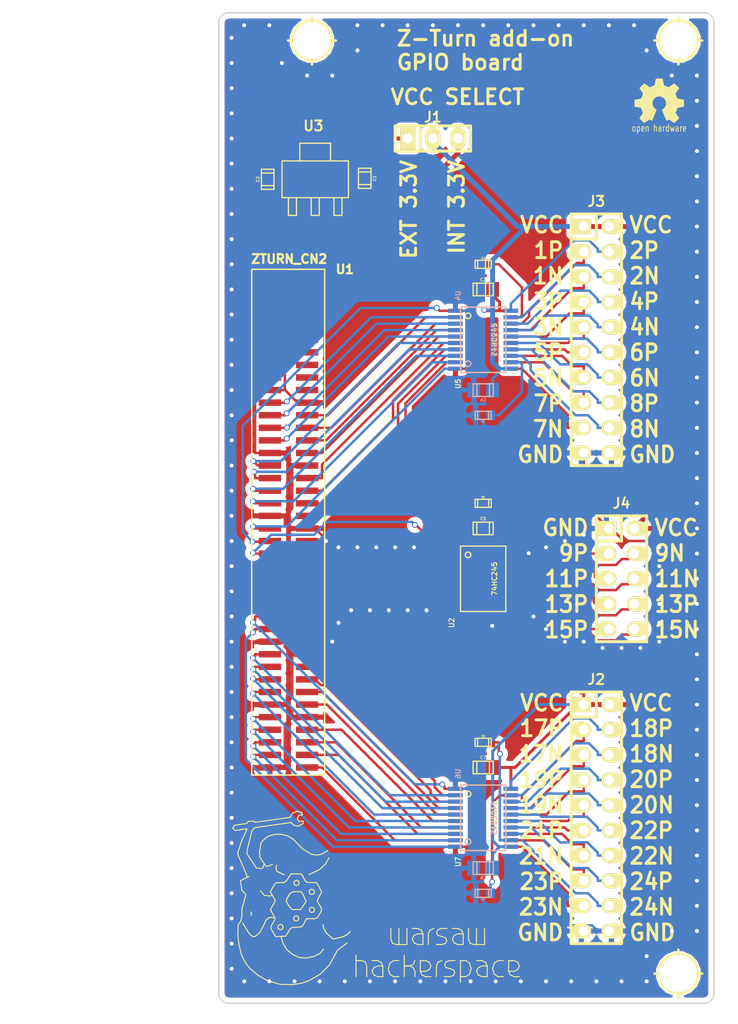
<source format=kicad_pcb>
(kicad_pcb (version 4) (host pcbnew 0.201505152034+5654~23~ubuntu14.04.1-product)

  (general
    (links 146)
    (no_connects 0)
    (area 159.924999 46.924999 210.075001 147.075001)
    (thickness 1.6)
    (drawings 386)
    (tracks 1586)
    (zones 0)
    (modules 27)
    (nets 115)
  )

  (page A4)
  (layers
    (0 F.Cu signal)
    (31 B.Cu signal)
    (32 B.Adhes user)
    (33 F.Adhes user)
    (34 B.Paste user)
    (35 F.Paste user)
    (36 B.SilkS user)
    (37 F.SilkS user)
    (38 B.Mask user)
    (39 F.Mask user)
    (40 Dwgs.User user)
    (41 Cmts.User user)
    (42 Eco1.User user)
    (43 Eco2.User user)
    (44 Edge.Cuts user)
    (45 Margin user)
    (46 B.CrtYd user)
    (47 F.CrtYd user)
    (48 B.Fab user)
    (49 F.Fab user)
  )

  (setup
    (last_trace_width 0.254)
    (user_trace_width 0.254)
    (user_trace_width 0.3)
    (user_trace_width 0.4)
    (user_trace_width 0.5)
    (user_trace_width 0.6)
    (trace_clearance 0.254)
    (zone_clearance 0.508)
    (zone_45_only no)
    (trace_min 0.2)
    (segment_width 1)
    (edge_width 0.15)
    (via_size 0.6)
    (via_drill 0.4)
    (via_min_size 0.4)
    (via_min_drill 0.3)
    (uvia_size 0.3)
    (uvia_drill 0.1)
    (uvias_allowed no)
    (uvia_min_size 0.2)
    (uvia_min_drill 0.1)
    (pcb_text_width 0.3)
    (pcb_text_size 1.5 1.5)
    (mod_edge_width 0.15)
    (mod_text_size 1 1)
    (mod_text_width 0.15)
    (pad_size 3.50012 3.50012)
    (pad_drill 3.50012)
    (pad_to_mask_clearance 0.2)
    (aux_axis_origin 0 0)
    (visible_elements FFFFFF7F)
    (pcbplotparams
      (layerselection 0x010f0_80000001)
      (usegerberextensions true)
      (excludeedgelayer true)
      (linewidth 0.150000)
      (plotframeref false)
      (viasonmask false)
      (mode 1)
      (useauxorigin false)
      (hpglpennumber 1)
      (hpglpenspeed 20)
      (hpglpendiameter 15)
      (hpglpenoverlay 2)
      (psnegative false)
      (psa4output false)
      (plotreference true)
      (plotvalue false)
      (plotinvisibletext false)
      (padsonsilk false)
      (subtractmaskfromsilk false)
      (outputformat 1)
      (mirror false)
      (drillshape 0)
      (scaleselection 1)
      (outputdirectory gerber/))
  )

  (net 0 "")
  (net 1 +5V)
  (net 2 GND)
  (net 3 "Net-(C2-Pad1)")
  (net 4 VCC)
  (net 5 +3.3V)
  (net 6 "Net-(U1-Pad5)")
  (net 7 "Net-(U1-Pad6)")
  (net 8 "Net-(U1-Pad7)")
  (net 9 "Net-(U1-Pad8)")
  (net 10 "Net-(U1-Pad9)")
  (net 11 "Net-(U1-Pad11)")
  (net 12 "Net-(U1-Pad12)")
  (net 13 "Net-(U1-Pad13)")
  (net 14 "Net-(U1-Pad14)")
  (net 15 "Net-(U1-Pad15)")
  (net 16 "Net-(U1-Pad16)")
  (net 17 "Net-(U1-Pad17)")
  (net 18 "Net-(U1-Pad18)")
  (net 19 "Net-(U1-Pad19)")
  (net 20 /IO2_P)
  (net 21 /IO1_P)
  (net 22 /IO2_N)
  (net 23 /IO1_N)
  (net 24 /IO4_P)
  (net 25 /IO3_P)
  (net 26 /IO4_N)
  (net 27 /IO3_N)
  (net 28 /IO6_P)
  (net 29 /IO5_P)
  (net 30 /IO6_N)
  (net 31 /IO5_N)
  (net 32 /IO8_P)
  (net 33 /IO7_P)
  (net 34 /IO8_N)
  (net 35 /IO7_N)
  (net 36 /IO10_P)
  (net 37 /IO9_P)
  (net 38 /IO10_N)
  (net 39 /IO9_N)
  (net 40 /IO12_P)
  (net 41 /IO11_P)
  (net 42 /IO12_N)
  (net 43 /IO11_N)
  (net 44 "Net-(U1-Pad51)")
  (net 45 /IO14_P)
  (net 46 /IO13_P)
  (net 47 /IO14_N)
  (net 48 /IO13_N)
  (net 49 /IO16_P)
  (net 50 /IO15_P)
  (net 51 /IO16_N)
  (net 52 /IO15_N)
  (net 53 /IO18_P)
  (net 54 /IO17_P)
  (net 55 /IO18_N)
  (net 56 /IO17_N)
  (net 57 /IO20_P)
  (net 58 /IO19_P)
  (net 59 /IO20_N)
  (net 60 /IO19_N)
  (net 61 /IO22_P)
  (net 62 /IO21_P)
  (net 63 /IO22_N)
  (net 64 /IO21_N)
  (net 65 /IO24_P)
  (net 66 /IO23_P)
  (net 67 /IO24_N)
  (net 68 /IO23_N)
  (net 69 "Net-(J2-Pad3)")
  (net 70 "Net-(J2-Pad4)")
  (net 71 "Net-(J2-Pad5)")
  (net 72 "Net-(J2-Pad6)")
  (net 73 "Net-(J2-Pad7)")
  (net 74 "Net-(J2-Pad8)")
  (net 75 "Net-(J2-Pad9)")
  (net 76 "Net-(J2-Pad10)")
  (net 77 "Net-(J2-Pad11)")
  (net 78 "Net-(J2-Pad12)")
  (net 79 "Net-(J2-Pad13)")
  (net 80 "Net-(J2-Pad14)")
  (net 81 "Net-(J2-Pad15)")
  (net 82 "Net-(J2-Pad16)")
  (net 83 "Net-(J2-Pad17)")
  (net 84 "Net-(J2-Pad18)")
  (net 85 "Net-(J3-Pad3)")
  (net 86 "Net-(J3-Pad4)")
  (net 87 "Net-(J3-Pad5)")
  (net 88 "Net-(J3-Pad6)")
  (net 89 "Net-(J3-Pad7)")
  (net 90 "Net-(J3-Pad8)")
  (net 91 "Net-(J3-Pad9)")
  (net 92 "Net-(J3-Pad10)")
  (net 93 "Net-(J3-Pad11)")
  (net 94 "Net-(J3-Pad12)")
  (net 95 "Net-(J3-Pad13)")
  (net 96 "Net-(J3-Pad14)")
  (net 97 "Net-(J3-Pad15)")
  (net 98 "Net-(J3-Pad16)")
  (net 99 "Net-(J3-Pad17)")
  (net 100 "Net-(J3-Pad18)")
  (net 101 "Net-(R1-Pad1)")
  (net 102 "Net-(R2-Pad1)")
  (net 103 "Net-(R3-Pad1)")
  (net 104 "Net-(R4-Pad1)")
  (net 105 "Net-(R5-Pad1)")
  (net 106 /B0_P)
  (net 107 /B0_N)
  (net 108 /B1_P)
  (net 109 /B1_N)
  (net 110 /B2_P)
  (net 111 /B2_N)
  (net 112 /B3_P)
  (net 113 /B3_N)
  (net 114 "Net-(U1-Pad10)")

  (net_class Default "This is the default net class."
    (clearance 0.254)
    (trace_width 0.25)
    (via_dia 0.6)
    (via_drill 0.4)
    (uvia_dia 0.3)
    (uvia_drill 0.1)
    (add_net +3.3V)
    (add_net +5V)
    (add_net /B0_N)
    (add_net /B0_P)
    (add_net /B1_N)
    (add_net /B1_P)
    (add_net /B2_N)
    (add_net /B2_P)
    (add_net /B3_N)
    (add_net /B3_P)
    (add_net /IO10_N)
    (add_net /IO10_P)
    (add_net /IO11_N)
    (add_net /IO11_P)
    (add_net /IO12_N)
    (add_net /IO12_P)
    (add_net /IO13_N)
    (add_net /IO13_P)
    (add_net /IO14_N)
    (add_net /IO14_P)
    (add_net /IO15_N)
    (add_net /IO15_P)
    (add_net /IO16_N)
    (add_net /IO16_P)
    (add_net /IO17_N)
    (add_net /IO17_P)
    (add_net /IO18_N)
    (add_net /IO18_P)
    (add_net /IO19_N)
    (add_net /IO19_P)
    (add_net /IO1_N)
    (add_net /IO1_P)
    (add_net /IO20_N)
    (add_net /IO20_P)
    (add_net /IO21_N)
    (add_net /IO21_P)
    (add_net /IO22_N)
    (add_net /IO22_P)
    (add_net /IO23_N)
    (add_net /IO23_P)
    (add_net /IO24_N)
    (add_net /IO24_P)
    (add_net /IO2_N)
    (add_net /IO2_P)
    (add_net /IO3_N)
    (add_net /IO3_P)
    (add_net /IO4_N)
    (add_net /IO4_P)
    (add_net /IO5_N)
    (add_net /IO5_P)
    (add_net /IO6_N)
    (add_net /IO6_P)
    (add_net /IO7_N)
    (add_net /IO7_P)
    (add_net /IO8_N)
    (add_net /IO8_P)
    (add_net /IO9_N)
    (add_net /IO9_P)
    (add_net GND)
    (add_net "Net-(C2-Pad1)")
    (add_net "Net-(J2-Pad10)")
    (add_net "Net-(J2-Pad11)")
    (add_net "Net-(J2-Pad12)")
    (add_net "Net-(J2-Pad13)")
    (add_net "Net-(J2-Pad14)")
    (add_net "Net-(J2-Pad15)")
    (add_net "Net-(J2-Pad16)")
    (add_net "Net-(J2-Pad17)")
    (add_net "Net-(J2-Pad18)")
    (add_net "Net-(J2-Pad3)")
    (add_net "Net-(J2-Pad4)")
    (add_net "Net-(J2-Pad5)")
    (add_net "Net-(J2-Pad6)")
    (add_net "Net-(J2-Pad7)")
    (add_net "Net-(J2-Pad8)")
    (add_net "Net-(J2-Pad9)")
    (add_net "Net-(J3-Pad10)")
    (add_net "Net-(J3-Pad11)")
    (add_net "Net-(J3-Pad12)")
    (add_net "Net-(J3-Pad13)")
    (add_net "Net-(J3-Pad14)")
    (add_net "Net-(J3-Pad15)")
    (add_net "Net-(J3-Pad16)")
    (add_net "Net-(J3-Pad17)")
    (add_net "Net-(J3-Pad18)")
    (add_net "Net-(J3-Pad3)")
    (add_net "Net-(J3-Pad4)")
    (add_net "Net-(J3-Pad5)")
    (add_net "Net-(J3-Pad6)")
    (add_net "Net-(J3-Pad7)")
    (add_net "Net-(J3-Pad8)")
    (add_net "Net-(J3-Pad9)")
    (add_net "Net-(R1-Pad1)")
    (add_net "Net-(R2-Pad1)")
    (add_net "Net-(R3-Pad1)")
    (add_net "Net-(R4-Pad1)")
    (add_net "Net-(R5-Pad1)")
    (add_net "Net-(U1-Pad10)")
    (add_net "Net-(U1-Pad11)")
    (add_net "Net-(U1-Pad12)")
    (add_net "Net-(U1-Pad13)")
    (add_net "Net-(U1-Pad14)")
    (add_net "Net-(U1-Pad15)")
    (add_net "Net-(U1-Pad16)")
    (add_net "Net-(U1-Pad17)")
    (add_net "Net-(U1-Pad18)")
    (add_net "Net-(U1-Pad19)")
    (add_net "Net-(U1-Pad5)")
    (add_net "Net-(U1-Pad51)")
    (add_net "Net-(U1-Pad6)")
    (add_net "Net-(U1-Pad7)")
    (add_net "Net-(U1-Pad8)")
    (add_net "Net-(U1-Pad9)")
  )

  (net_class power ""
    (clearance 0.254)
    (trace_width 0.3)
    (via_dia 0.6)
    (via_drill 0.4)
    (uvia_dia 0.3)
    (uvia_drill 0.1)
    (add_net VCC)
  )

  (module pin_127_2x40:pin_127_2x40 (layer F.Cu) (tedit 55367354) (tstamp 55366E7C)
    (at 168.91 73.66 270)
    (path /5526A140)
    (fp_text reference U1 (at -0.762 -3.81 540) (layer F.SilkS)
      (effects (font (size 0.889 0.889) (thickness 0.3048)))
    )
    (fp_text value ZTURN_CN2 (at -1.8 1.8 540) (layer F.SilkS)
      (effects (font (size 0.889 0.889) (thickness 0.3048)))
    )
    (fp_line (start -0.508 5.588) (end -0.762 5.588) (layer F.SilkS) (width 0.15))
    (fp_line (start -0.762 5.588) (end -0.762 -1.778) (layer F.SilkS) (width 0.15))
    (fp_line (start -0.762 -1.778) (end -0.508 -1.778) (layer F.SilkS) (width 0.15))
    (fp_line (start -0.508 5.588) (end 50.292 5.588) (layer F.SilkS) (width 0.15))
    (fp_line (start 50.292 5.588) (end 50.292 -1.778) (layer F.SilkS) (width 0.15))
    (fp_line (start 50.292 -1.778) (end -0.508 -1.778) (layer F.SilkS) (width 0.15))
    (pad 1 smd rect (at 0 0 270) (size 0.65024 2.25044) (layers F.Cu F.Paste F.Mask)
      (net 1 +5V))
    (pad 2 smd rect (at 0 3.74904 90) (size 0.65024 2.25044) (layers F.Cu F.Paste F.Mask)
      (net 2 GND))
    (pad 3 smd rect (at 1.27 0 270) (size 0.65024 2.25044) (layers F.Cu F.Paste F.Mask)
      (net 5 +3.3V))
    (pad 4 smd rect (at 1.27 3.74904 90) (size 0.65024 2.25044) (layers F.Cu F.Paste F.Mask)
      (net 2 GND))
    (pad 5 smd rect (at 2.54 0 270) (size 0.65024 2.25044) (layers F.Cu F.Paste F.Mask)
      (net 6 "Net-(U1-Pad5)"))
    (pad 6 smd rect (at 2.54 3.74904 90) (size 0.65024 2.25044) (layers F.Cu F.Paste F.Mask)
      (net 7 "Net-(U1-Pad6)"))
    (pad 7 smd rect (at 3.81 0 270) (size 0.65024 2.25044) (layers F.Cu F.Paste F.Mask)
      (net 8 "Net-(U1-Pad7)"))
    (pad 8 smd rect (at 3.81 3.74904 90) (size 0.65024 2.25044) (layers F.Cu F.Paste F.Mask)
      (net 9 "Net-(U1-Pad8)"))
    (pad 9 smd rect (at 5.08 0 270) (size 0.65024 2.25044) (layers F.Cu F.Paste F.Mask)
      (net 10 "Net-(U1-Pad9)"))
    (pad 10 smd rect (at 5.08 3.74904 90) (size 0.65024 2.25044) (layers F.Cu F.Paste F.Mask)
      (net 114 "Net-(U1-Pad10)"))
    (pad 11 smd rect (at 6.35 0 270) (size 0.65024 2.25044) (layers F.Cu F.Paste F.Mask)
      (net 11 "Net-(U1-Pad11)"))
    (pad 12 smd rect (at 6.35 3.74904 90) (size 0.65024 2.25044) (layers F.Cu F.Paste F.Mask)
      (net 12 "Net-(U1-Pad12)"))
    (pad 13 smd rect (at 7.62 0 270) (size 0.65024 2.25044) (layers F.Cu F.Paste F.Mask)
      (net 13 "Net-(U1-Pad13)"))
    (pad 14 smd rect (at 7.62 3.74904 90) (size 0.65024 2.25044) (layers F.Cu F.Paste F.Mask)
      (net 14 "Net-(U1-Pad14)"))
    (pad 15 smd rect (at 8.89 0 270) (size 0.65024 2.25044) (layers F.Cu F.Paste F.Mask)
      (net 15 "Net-(U1-Pad15)"))
    (pad 16 smd rect (at 8.89 3.74904 90) (size 0.65024 2.25044) (layers F.Cu F.Paste F.Mask)
      (net 16 "Net-(U1-Pad16)"))
    (pad 17 smd rect (at 10.16 0 270) (size 0.65024 2.25044) (layers F.Cu F.Paste F.Mask)
      (net 17 "Net-(U1-Pad17)"))
    (pad 18 smd rect (at 10.16 3.74904 90) (size 0.65024 2.25044) (layers F.Cu F.Paste F.Mask)
      (net 18 "Net-(U1-Pad18)"))
    (pad 19 smd rect (at 11.43 0 270) (size 0.65024 2.25044) (layers F.Cu F.Paste F.Mask)
      (net 19 "Net-(U1-Pad19)"))
    (pad 20 smd rect (at 11.43 3.74904 90) (size 0.65024 2.25044) (layers F.Cu F.Paste F.Mask)
      (net 2 GND))
    (pad 21 smd rect (at 12.7 0 270) (size 0.65024 2.25044) (layers F.Cu F.Paste F.Mask)
      (net 2 GND))
    (pad 22 smd rect (at 12.7 3.74904 90) (size 0.65024 2.25044) (layers F.Cu F.Paste F.Mask)
      (net 20 /IO2_P))
    (pad 23 smd rect (at 13.97 0 270) (size 0.65024 2.25044) (layers F.Cu F.Paste F.Mask)
      (net 21 /IO1_P))
    (pad 24 smd rect (at 13.97 3.74904 90) (size 0.65024 2.25044) (layers F.Cu F.Paste F.Mask)
      (net 22 /IO2_N))
    (pad 25 smd rect (at 15.24 0 270) (size 0.65024 2.25044) (layers F.Cu F.Paste F.Mask)
      (net 23 /IO1_N))
    (pad 26 smd rect (at 15.24 3.74904 90) (size 0.65024 2.25044) (layers F.Cu F.Paste F.Mask)
      (net 24 /IO4_P))
    (pad 27 smd rect (at 16.51 0 270) (size 0.65024 2.25044) (layers F.Cu F.Paste F.Mask)
      (net 25 /IO3_P))
    (pad 28 smd rect (at 16.51 3.74904 90) (size 0.65024 2.25044) (layers F.Cu F.Paste F.Mask)
      (net 26 /IO4_N))
    (pad 29 smd rect (at 17.78 0 270) (size 0.65024 2.25044) (layers F.Cu F.Paste F.Mask)
      (net 27 /IO3_N))
    (pad 30 smd rect (at 17.78 3.74904 90) (size 0.65024 2.25044) (layers F.Cu F.Paste F.Mask)
      (net 2 GND))
    (pad 31 smd rect (at 19.05 0 270) (size 0.65024 2.25044) (layers F.Cu F.Paste F.Mask)
      (net 2 GND))
    (pad 32 smd rect (at 19.05 3.74904 90) (size 0.65024 2.25044) (layers F.Cu F.Paste F.Mask)
      (net 28 /IO6_P))
    (pad 33 smd rect (at 20.32 0 270) (size 0.65024 2.25044) (layers F.Cu F.Paste F.Mask)
      (net 29 /IO5_P))
    (pad 34 smd rect (at 20.32 3.74904 90) (size 0.65024 2.25044) (layers F.Cu F.Paste F.Mask)
      (net 30 /IO6_N))
    (pad 35 smd rect (at 21.59 0 270) (size 0.65024 2.25044) (layers F.Cu F.Paste F.Mask)
      (net 31 /IO5_N))
    (pad 36 smd rect (at 21.59 3.74904 90) (size 0.65024 2.25044) (layers F.Cu F.Paste F.Mask)
      (net 32 /IO8_P))
    (pad 37 smd rect (at 22.86 0 270) (size 0.65024 2.25044) (layers F.Cu F.Paste F.Mask)
      (net 33 /IO7_P))
    (pad 38 smd rect (at 22.86 3.74904 90) (size 0.65024 2.25044) (layers F.Cu F.Paste F.Mask)
      (net 34 /IO8_N))
    (pad 39 smd rect (at 24.13 0 270) (size 0.65024 2.25044) (layers F.Cu F.Paste F.Mask)
      (net 35 /IO7_N))
    (pad 40 smd rect (at 24.13 3.74904 90) (size 0.65024 2.25044) (layers F.Cu F.Paste F.Mask)
      (net 2 GND))
    (pad 41 smd rect (at 25.4 0 270) (size 0.65024 2.25044) (layers F.Cu F.Paste F.Mask)
      (net 2 GND))
    (pad 42 smd rect (at 25.4 3.74904 90) (size 0.65024 2.25044) (layers F.Cu F.Paste F.Mask)
      (net 36 /IO10_P))
    (pad 43 smd rect (at 26.67 0 270) (size 0.65024 2.25044) (layers F.Cu F.Paste F.Mask)
      (net 37 /IO9_P))
    (pad 44 smd rect (at 26.67 3.74904 90) (size 0.65024 2.25044) (layers F.Cu F.Paste F.Mask)
      (net 38 /IO10_N))
    (pad 45 smd rect (at 27.94 0 270) (size 0.65024 2.25044) (layers F.Cu F.Paste F.Mask)
      (net 39 /IO9_N))
    (pad 46 smd rect (at 27.94 3.74904 90) (size 0.65024 2.25044) (layers F.Cu F.Paste F.Mask)
      (net 40 /IO12_P))
    (pad 47 smd rect (at 29.21 0 270) (size 0.65024 2.25044) (layers F.Cu F.Paste F.Mask)
      (net 41 /IO11_P))
    (pad 48 smd rect (at 29.21 3.74904 90) (size 0.65024 2.25044) (layers F.Cu F.Paste F.Mask)
      (net 42 /IO12_N))
    (pad 49 smd rect (at 30.48 0 270) (size 0.65024 2.25044) (layers F.Cu F.Paste F.Mask)
      (net 43 /IO11_N))
    (pad 50 smd rect (at 30.48 3.74904 90) (size 0.65024 2.25044) (layers F.Cu F.Paste F.Mask)
      (net 2 GND))
    (pad 51 smd rect (at 31.75 0 270) (size 0.65024 2.25044) (layers F.Cu F.Paste F.Mask)
      (net 44 "Net-(U1-Pad51)"))
    (pad 52 smd rect (at 31.75 3.74904 90) (size 0.65024 2.25044) (layers F.Cu F.Paste F.Mask)
      (net 45 /IO14_P))
    (pad 53 smd rect (at 33.02 0 270) (size 0.65024 2.25044) (layers F.Cu F.Paste F.Mask)
      (net 46 /IO13_P))
    (pad 54 smd rect (at 33.02 3.74904 90) (size 0.65024 2.25044) (layers F.Cu F.Paste F.Mask)
      (net 47 /IO14_N))
    (pad 55 smd rect (at 34.29 0 270) (size 0.65024 2.25044) (layers F.Cu F.Paste F.Mask)
      (net 48 /IO13_N))
    (pad 56 smd rect (at 34.29 3.74904 90) (size 0.65024 2.25044) (layers F.Cu F.Paste F.Mask)
      (net 49 /IO16_P))
    (pad 57 smd rect (at 35.56 0 270) (size 0.65024 2.25044) (layers F.Cu F.Paste F.Mask)
      (net 50 /IO15_P))
    (pad 58 smd rect (at 35.56 3.74904 90) (size 0.65024 2.25044) (layers F.Cu F.Paste F.Mask)
      (net 51 /IO16_N))
    (pad 59 smd rect (at 36.83 0 270) (size 0.65024 2.25044) (layers F.Cu F.Paste F.Mask)
      (net 52 /IO15_N))
    (pad 60 smd rect (at 36.83 3.74904 90) (size 0.65024 2.25044) (layers F.Cu F.Paste F.Mask)
      (net 2 GND))
    (pad 61 smd rect (at 38.1 0 270) (size 0.65024 2.25044) (layers F.Cu F.Paste F.Mask)
      (net 2 GND))
    (pad 62 smd rect (at 38.1 3.74904 90) (size 0.65024 2.25044) (layers F.Cu F.Paste F.Mask)
      (net 53 /IO18_P))
    (pad 63 smd rect (at 39.37 0 270) (size 0.65024 2.25044) (layers F.Cu F.Paste F.Mask)
      (net 54 /IO17_P))
    (pad 64 smd rect (at 39.37 3.74904 90) (size 0.65024 2.25044) (layers F.Cu F.Paste F.Mask)
      (net 55 /IO18_N))
    (pad 65 smd rect (at 40.64 0 270) (size 0.65024 2.25044) (layers F.Cu F.Paste F.Mask)
      (net 56 /IO17_N))
    (pad 66 smd rect (at 40.64 3.74904 90) (size 0.65024 2.25044) (layers F.Cu F.Paste F.Mask)
      (net 57 /IO20_P))
    (pad 67 smd rect (at 41.91 0 270) (size 0.65024 2.25044) (layers F.Cu F.Paste F.Mask)
      (net 58 /IO19_P))
    (pad 68 smd rect (at 41.91 3.74904 90) (size 0.65024 2.25044) (layers F.Cu F.Paste F.Mask)
      (net 59 /IO20_N))
    (pad 69 smd rect (at 43.18 0 270) (size 0.65024 2.25044) (layers F.Cu F.Paste F.Mask)
      (net 60 /IO19_N))
    (pad 70 smd rect (at 43.18 3.74904 90) (size 0.65024 2.25044) (layers F.Cu F.Paste F.Mask)
      (net 2 GND))
    (pad 71 smd rect (at 44.45 0 270) (size 0.65024 2.25044) (layers F.Cu F.Paste F.Mask)
      (net 2 GND))
    (pad 72 smd rect (at 44.45 3.74904 90) (size 0.65024 2.25044) (layers F.Cu F.Paste F.Mask)
      (net 61 /IO22_P))
    (pad 73 smd rect (at 45.72 0 270) (size 0.65024 2.25044) (layers F.Cu F.Paste F.Mask)
      (net 62 /IO21_P))
    (pad 74 smd rect (at 45.72 3.74904 90) (size 0.65024 2.25044) (layers F.Cu F.Paste F.Mask)
      (net 63 /IO22_N))
    (pad 75 smd rect (at 46.99 0 270) (size 0.65024 2.25044) (layers F.Cu F.Paste F.Mask)
      (net 64 /IO21_N))
    (pad 76 smd rect (at 46.99 3.74904 90) (size 0.65024 2.25044) (layers F.Cu F.Paste F.Mask)
      (net 65 /IO24_P))
    (pad 77 smd rect (at 48.26 0 270) (size 0.65024 2.25044) (layers F.Cu F.Paste F.Mask)
      (net 66 /IO23_P))
    (pad 78 smd rect (at 48.26 3.74904 90) (size 0.65024 2.25044) (layers F.Cu F.Paste F.Mask)
      (net 67 /IO24_N))
    (pad 79 smd rect (at 49.53 0 270) (size 0.65024 2.25044) (layers F.Cu F.Paste F.Mask)
      (net 68 /IO23_N))
    (pad 80 smd rect (at 49.53 3.74904 90) (size 0.65024 2.25044) (layers F.Cu F.Paste F.Mask)
      (net 2 GND))
  )

  (module w_smd_cap:c_0805 (layer F.Cu) (tedit 0) (tstamp 553524C5)
    (at 186.69 123.19)
    (descr "SMT capacitor, 0805")
    (path /553571B9)
    (fp_text reference C7 (at 0 -0.9906) (layer F.SilkS)
      (effects (font (size 0.29972 0.29972) (thickness 0.06096)))
    )
    (fp_text value 1U (at 0 0.9906) (layer F.SilkS) hide
      (effects (font (size 0.29972 0.29972) (thickness 0.06096)))
    )
    (fp_line (start 0.635 -0.635) (end 0.635 0.635) (layer F.SilkS) (width 0.127))
    (fp_line (start -0.635 -0.635) (end -0.635 0.6096) (layer F.SilkS) (width 0.127))
    (fp_line (start -1.016 -0.635) (end 1.016 -0.635) (layer F.SilkS) (width 0.127))
    (fp_line (start 1.016 -0.635) (end 1.016 0.635) (layer F.SilkS) (width 0.127))
    (fp_line (start 1.016 0.635) (end -1.016 0.635) (layer F.SilkS) (width 0.127))
    (fp_line (start -1.016 0.635) (end -1.016 -0.635) (layer F.SilkS) (width 0.127))
    (pad 1 smd rect (at 0.9525 0) (size 1.30048 1.4986) (layers F.Cu F.Paste F.Mask)
      (net 4 VCC))
    (pad 2 smd rect (at -0.9525 0) (size 1.30048 1.4986) (layers F.Cu F.Paste F.Mask)
      (net 2 GND))
    (model walter/smd_cap/c_0805.wrl
      (at (xyz 0 0 0))
      (scale (xyz 1 1 1))
      (rotate (xyz 0 0 0))
    )
  )

  (module w_smd_dil:tssop-20 (layer F.Cu) (tedit 5558CB04) (tstamp 553525E6)
    (at 186.69 128.27 270)
    (descr TSSOP-20)
    (path /55354D67)
    (fp_text reference U7 (at 4.445 2.54 270) (layer F.SilkS)
      (effects (font (size 0.50038 0.50038) (thickness 0.09906)))
    )
    (fp_text value 74HC245 (at 0 -1.143 270) (layer F.SilkS)
      (effects (font (size 0.50038 0.50038) (thickness 0.09906)))
    )
    (fp_line (start 3.302 -2.286) (end -3.302 -2.286) (layer F.SilkS) (width 0.127))
    (fp_line (start -3.302 -2.286) (end -3.302 2.286) (layer F.SilkS) (width 0.127))
    (fp_line (start -3.302 2.286) (end 3.302 2.286) (layer F.SilkS) (width 0.127))
    (fp_line (start 3.302 2.286) (end 3.302 -2.286) (layer F.SilkS) (width 0.127))
    (fp_circle (center -2.413 1.524) (end -2.54 1.778) (layer F.SilkS) (width 0.127))
    (pad 5 smd rect (at -0.32512 2.79908 270) (size 0.4191 1.47066) (layers F.Cu F.Paste F.Mask)
      (net 60 /IO19_N))
    (pad 6 smd rect (at 0.32512 2.79908 270) (size 0.4191 1.47066) (layers F.Cu F.Paste F.Mask)
      (net 62 /IO21_P))
    (pad 7 smd rect (at 0.97536 2.79908 270) (size 0.4191 1.47066) (layers F.Cu F.Paste F.Mask)
      (net 64 /IO21_N))
    (pad 8 smd rect (at 1.6256 2.79908 270) (size 0.4191 1.47066) (layers F.Cu F.Paste F.Mask)
      (net 66 /IO23_P))
    (pad 19 smd rect (at -2.26568 -2.794 270) (size 0.4191 1.47066) (layers F.Cu F.Paste F.Mask)
      (net 104 "Net-(R4-Pad1)"))
    (pad 2 smd rect (at -2.27584 2.79908 270) (size 0.4191 1.47066) (layers F.Cu F.Paste F.Mask)
      (net 54 /IO17_P))
    (pad 3 smd rect (at -1.6256 2.79908 270) (size 0.4191 1.47066) (layers F.Cu F.Paste F.Mask)
      (net 56 /IO17_N))
    (pad 4 smd rect (at -0.97536 2.79908 270) (size 0.4191 1.47066) (layers F.Cu F.Paste F.Mask)
      (net 58 /IO19_P))
    (pad 12 smd rect (at 2.27584 -2.79908 270) (size 0.4191 1.47066) (layers F.Cu F.Paste F.Mask)
      (net 81 "Net-(J2-Pad15)"))
    (pad 13 smd rect (at 1.6256 -2.79908 270) (size 0.4191 1.47066) (layers F.Cu F.Paste F.Mask)
      (net 79 "Net-(J2-Pad13)"))
    (pad 14 smd rect (at 0.97536 -2.79908 270) (size 0.4191 1.47066) (layers F.Cu F.Paste F.Mask)
      (net 77 "Net-(J2-Pad11)"))
    (pad 15 smd rect (at 0.32512 -2.79908 270) (size 0.4191 1.47066) (layers F.Cu F.Paste F.Mask)
      (net 75 "Net-(J2-Pad9)"))
    (pad 16 smd rect (at -0.32512 -2.79908 270) (size 0.4191 1.47066) (layers F.Cu F.Paste F.Mask)
      (net 73 "Net-(J2-Pad7)"))
    (pad 17 smd rect (at -0.97536 -2.79908 270) (size 0.4191 1.47066) (layers F.Cu F.Paste F.Mask)
      (net 71 "Net-(J2-Pad5)"))
    (pad 9 smd rect (at 2.27584 2.79908 270) (size 0.4191 1.47066) (layers F.Cu F.Paste F.Mask)
      (net 68 /IO23_N))
    (pad 18 smd rect (at -1.6256 -2.794 270) (size 0.4191 1.47066) (layers F.Cu F.Paste F.Mask)
      (net 69 "Net-(J2-Pad3)"))
    (pad 1 smd rect (at -2.92608 2.79908 270) (size 0.4191 1.47066) (layers F.Cu F.Paste F.Mask)
      (net 49 /IO16_P))
    (pad 10 smd rect (at 2.92608 2.79908 270) (size 0.4191 1.47066) (layers F.Cu F.Paste F.Mask)
      (net 2 GND))
    (pad 11 smd rect (at 2.92608 -2.79908 270) (size 0.4191 1.47066) (layers F.Cu F.Paste F.Mask)
      (net 83 "Net-(J2-Pad17)"))
    (pad 20 smd rect (at -2.92608 -2.79908 270) (size 0.4191 1.47066) (layers F.Cu F.Paste F.Mask)
      (net 4 VCC))
    (model walter/smd_dil/tssop-20.wrl
      (at (xyz 0 0 0))
      (scale (xyz 1 1 1))
      (rotate (xyz 0 0 0))
    )
  )

  (module w_pin_strip:pin_strip_10x2 (layer F.Cu) (tedit 554D4016) (tstamp 554D12E8)
    (at 198.12 128.27 270)
    (descr "Pin strip 10x2pin")
    (tags "CONN DEV")
    (path /554D1F88)
    (fp_text reference J2 (at -13.97 0 360) (layer F.SilkS)
      (effects (font (size 1.016 1.016) (thickness 0.2032)))
    )
    (fp_text value HEADER_10x2 (at 0 -5.08 270) (layer F.SilkS) hide
      (effects (font (size 1.016 0.889) (thickness 0.2032)))
    )
    (fp_line (start -12.7 0) (end -10.16 0) (layer F.SilkS) (width 0.3048))
    (fp_line (start -10.16 0) (end -10.16 2.54) (layer F.SilkS) (width 0.3048))
    (fp_line (start 12.7 -2.54) (end -12.7 -2.54) (layer F.SilkS) (width 0.3048))
    (fp_line (start -12.7 -2.54) (end -12.7 2.54) (layer F.SilkS) (width 0.3048))
    (fp_line (start -12.7 2.54) (end 12.7 2.54) (layer F.SilkS) (width 0.3048))
    (fp_line (start 12.7 2.54) (end 12.7 -2.54) (layer F.SilkS) (width 0.3048))
    (pad 1 thru_hole rect (at -11.43 1.27 270) (size 1.524 1.99898) (drill 1.00076 (offset 0 0.24892)) (layers *.Cu *.Mask F.SilkS)
      (net 4 VCC))
    (pad 2 thru_hole oval (at -11.43 -1.27 270) (size 1.524 1.99898) (drill 1.00076 (offset 0 -0.24892)) (layers *.Cu *.Mask F.SilkS)
      (net 4 VCC))
    (pad 3 thru_hole oval (at -8.89 1.27 270) (size 1.524 1.99898) (drill 1.00076 (offset 0 0.24892)) (layers *.Cu *.Mask F.SilkS)
      (net 69 "Net-(J2-Pad3)"))
    (pad 4 thru_hole oval (at -8.89 -1.27 270) (size 1.524 1.99898) (drill 1.00076 (offset 0 -0.24892)) (layers *.Cu *.Mask F.SilkS)
      (net 70 "Net-(J2-Pad4)"))
    (pad 5 thru_hole oval (at -6.35 1.27 270) (size 1.524 1.99898) (drill 1.00076 (offset 0 0.24892)) (layers *.Cu *.Mask F.SilkS)
      (net 71 "Net-(J2-Pad5)"))
    (pad 6 thru_hole oval (at -6.35 -1.27 270) (size 1.524 1.99898) (drill 1.00076 (offset 0 -0.24892)) (layers *.Cu *.Mask F.SilkS)
      (net 72 "Net-(J2-Pad6)"))
    (pad 7 thru_hole oval (at -3.81 1.27 270) (size 1.524 1.99898) (drill 1.00076 (offset 0 0.24892)) (layers *.Cu *.Mask F.SilkS)
      (net 73 "Net-(J2-Pad7)"))
    (pad 8 thru_hole oval (at -3.81 -1.27 270) (size 1.524 1.99898) (drill 1.00076 (offset 0 -0.24892)) (layers *.Cu *.Mask F.SilkS)
      (net 74 "Net-(J2-Pad8)"))
    (pad 9 thru_hole oval (at -1.27 1.27 270) (size 1.524 1.99898) (drill 1.00076 (offset 0 0.24892)) (layers *.Cu *.Mask F.SilkS)
      (net 75 "Net-(J2-Pad9)"))
    (pad 10 thru_hole oval (at -1.27 -1.27 270) (size 1.524 1.99898) (drill 1.00076 (offset 0 -0.24892)) (layers *.Cu *.Mask F.SilkS)
      (net 76 "Net-(J2-Pad10)"))
    (pad 11 thru_hole oval (at 1.27 1.27 270) (size 1.524 1.99898) (drill 1.00076 (offset 0 0.24892)) (layers *.Cu *.Mask F.SilkS)
      (net 77 "Net-(J2-Pad11)"))
    (pad 12 thru_hole oval (at 1.27 -1.27 270) (size 1.524 1.99898) (drill 1.00076 (offset 0 -0.24892)) (layers *.Cu *.Mask F.SilkS)
      (net 78 "Net-(J2-Pad12)"))
    (pad 13 thru_hole oval (at 3.81 1.27 270) (size 1.524 1.99898) (drill 1.00076 (offset 0 0.24892)) (layers *.Cu *.Mask F.SilkS)
      (net 79 "Net-(J2-Pad13)"))
    (pad 14 thru_hole oval (at 3.81 -1.27 270) (size 1.524 1.99898) (drill 1.00076 (offset 0 -0.24892)) (layers *.Cu *.Mask F.SilkS)
      (net 80 "Net-(J2-Pad14)"))
    (pad 15 thru_hole oval (at 6.35 1.27 270) (size 1.524 1.99898) (drill 1.00076 (offset 0 0.24892)) (layers *.Cu *.Mask F.SilkS)
      (net 81 "Net-(J2-Pad15)"))
    (pad 16 thru_hole oval (at 6.35 -1.27 270) (size 1.524 1.99898) (drill 1.00076 (offset 0 -0.24892)) (layers *.Cu *.Mask F.SilkS)
      (net 82 "Net-(J2-Pad16)"))
    (pad 17 thru_hole oval (at 8.89 1.27 270) (size 1.524 1.99898) (drill 1.00076 (offset 0 0.24892)) (layers *.Cu *.Mask F.SilkS)
      (net 83 "Net-(J2-Pad17)"))
    (pad 18 thru_hole oval (at 8.89 -1.27 270) (size 1.524 1.99898) (drill 1.00076 (offset 0 -0.24892)) (layers *.Cu *.Mask F.SilkS)
      (net 84 "Net-(J2-Pad18)"))
    (pad 19 thru_hole oval (at 11.43 1.27 270) (size 1.524 1.99898) (drill 1.00076 (offset 0 0.24892)) (layers *.Cu *.Mask F.SilkS)
      (net 2 GND))
    (pad 20 thru_hole oval (at 11.43 -1.27 270) (size 1.524 1.99898) (drill 1.00076 (offset 0 -0.24892)) (layers *.Cu *.Mask F.SilkS)
      (net 2 GND))
    (model walter/pin_strip/pin_strip_10x2.wrl
      (at (xyz 0 0 0))
      (scale (xyz 1 1 1))
      (rotate (xyz 0 0 0))
    )
  )

  (module w_smd_cap:c_0805 (layer B.Cu) (tedit 0) (tstamp 553524BF)
    (at 186.69 133.35)
    (descr "SMT capacitor, 0805")
    (path /5535718E)
    (fp_text reference C6 (at 0 0.9906) (layer B.SilkS)
      (effects (font (size 0.29972 0.29972) (thickness 0.06096)) (justify mirror))
    )
    (fp_text value 1U (at 0 -0.9906) (layer B.SilkS) hide
      (effects (font (size 0.29972 0.29972) (thickness 0.06096)) (justify mirror))
    )
    (fp_line (start 0.635 0.635) (end 0.635 -0.635) (layer B.SilkS) (width 0.127))
    (fp_line (start -0.635 0.635) (end -0.635 -0.6096) (layer B.SilkS) (width 0.127))
    (fp_line (start -1.016 0.635) (end 1.016 0.635) (layer B.SilkS) (width 0.127))
    (fp_line (start 1.016 0.635) (end 1.016 -0.635) (layer B.SilkS) (width 0.127))
    (fp_line (start 1.016 -0.635) (end -1.016 -0.635) (layer B.SilkS) (width 0.127))
    (fp_line (start -1.016 -0.635) (end -1.016 0.635) (layer B.SilkS) (width 0.127))
    (pad 1 smd rect (at 0.9525 0) (size 1.30048 1.4986) (layers B.Cu B.Paste B.Mask)
      (net 4 VCC))
    (pad 2 smd rect (at -0.9525 0) (size 1.30048 1.4986) (layers B.Cu B.Paste B.Mask)
      (net 2 GND))
    (model walter/smd_cap/c_0805.wrl
      (at (xyz 0 0 0))
      (scale (xyz 1 1 1))
      (rotate (xyz 0 0 0))
    )
  )

  (module w_smd_dil:tssop-20 (layer B.Cu) (tedit 5558CB0A) (tstamp 553525CE)
    (at 186.69 128.27 90)
    (descr TSSOP-20)
    (path /55354C63)
    (fp_text reference U6 (at 4.445 -2.54 90) (layer B.SilkS)
      (effects (font (size 0.50038 0.50038) (thickness 0.09906)) (justify mirror))
    )
    (fp_text value 74HC245 (at 0 1.143 90) (layer B.SilkS)
      (effects (font (size 0.50038 0.50038) (thickness 0.09906)) (justify mirror))
    )
    (fp_line (start 3.302 2.286) (end -3.302 2.286) (layer B.SilkS) (width 0.127))
    (fp_line (start -3.302 2.286) (end -3.302 -2.286) (layer B.SilkS) (width 0.127))
    (fp_line (start -3.302 -2.286) (end 3.302 -2.286) (layer B.SilkS) (width 0.127))
    (fp_line (start 3.302 -2.286) (end 3.302 2.286) (layer B.SilkS) (width 0.127))
    (fp_circle (center -2.413 -1.524) (end -2.54 -1.778) (layer B.SilkS) (width 0.127))
    (pad 5 smd rect (at -0.32512 -2.79908 90) (size 0.4191 1.47066) (layers B.Cu B.Paste B.Mask)
      (net 61 /IO22_P))
    (pad 6 smd rect (at 0.32512 -2.79908 90) (size 0.4191 1.47066) (layers B.Cu B.Paste B.Mask)
      (net 59 /IO20_N))
    (pad 7 smd rect (at 0.97536 -2.79908 90) (size 0.4191 1.47066) (layers B.Cu B.Paste B.Mask)
      (net 57 /IO20_P))
    (pad 8 smd rect (at 1.6256 -2.79908 90) (size 0.4191 1.47066) (layers B.Cu B.Paste B.Mask)
      (net 55 /IO18_N))
    (pad 19 smd rect (at -2.26568 2.794 90) (size 0.4191 1.47066) (layers B.Cu B.Paste B.Mask)
      (net 103 "Net-(R3-Pad1)"))
    (pad 2 smd rect (at -2.27584 -2.79908 90) (size 0.4191 1.47066) (layers B.Cu B.Paste B.Mask)
      (net 67 /IO24_N))
    (pad 3 smd rect (at -1.6256 -2.79908 90) (size 0.4191 1.47066) (layers B.Cu B.Paste B.Mask)
      (net 65 /IO24_P))
    (pad 4 smd rect (at -0.97536 -2.79908 90) (size 0.4191 1.47066) (layers B.Cu B.Paste B.Mask)
      (net 63 /IO22_N))
    (pad 12 smd rect (at 2.27584 2.79908 90) (size 0.4191 1.47066) (layers B.Cu B.Paste B.Mask)
      (net 72 "Net-(J2-Pad6)"))
    (pad 13 smd rect (at 1.6256 2.79908 90) (size 0.4191 1.47066) (layers B.Cu B.Paste B.Mask)
      (net 74 "Net-(J2-Pad8)"))
    (pad 14 smd rect (at 0.97536 2.79908 90) (size 0.4191 1.47066) (layers B.Cu B.Paste B.Mask)
      (net 76 "Net-(J2-Pad10)"))
    (pad 15 smd rect (at 0.32512 2.79908 90) (size 0.4191 1.47066) (layers B.Cu B.Paste B.Mask)
      (net 78 "Net-(J2-Pad12)"))
    (pad 16 smd rect (at -0.32512 2.79908 90) (size 0.4191 1.47066) (layers B.Cu B.Paste B.Mask)
      (net 80 "Net-(J2-Pad14)"))
    (pad 17 smd rect (at -0.97536 2.79908 90) (size 0.4191 1.47066) (layers B.Cu B.Paste B.Mask)
      (net 82 "Net-(J2-Pad16)"))
    (pad 9 smd rect (at 2.27584 -2.79908 90) (size 0.4191 1.47066) (layers B.Cu B.Paste B.Mask)
      (net 53 /IO18_P))
    (pad 18 smd rect (at -1.6256 2.794 90) (size 0.4191 1.47066) (layers B.Cu B.Paste B.Mask)
      (net 84 "Net-(J2-Pad18)"))
    (pad 1 smd rect (at -2.92608 -2.79908 90) (size 0.4191 1.47066) (layers B.Cu B.Paste B.Mask)
      (net 51 /IO16_N))
    (pad 10 smd rect (at 2.92608 -2.79908 90) (size 0.4191 1.47066) (layers B.Cu B.Paste B.Mask)
      (net 2 GND))
    (pad 11 smd rect (at 2.92608 2.79908 90) (size 0.4191 1.47066) (layers B.Cu B.Paste B.Mask)
      (net 70 "Net-(J2-Pad4)"))
    (pad 20 smd rect (at -2.92608 2.79908 90) (size 0.4191 1.47066) (layers B.Cu B.Paste B.Mask)
      (net 4 VCC))
    (model walter/smd_dil/tssop-20.wrl
      (at (xyz 0 0 0))
      (scale (xyz 1 1 1))
      (rotate (xyz 0 0 0))
    )
  )

  (module w_smd_cap:c_0805 (layer F.Cu) (tedit 0) (tstamp 553524A1)
    (at 174.73 63.71 270)
    (descr "SMT capacitor, 0805")
    (path /55355DE5)
    (fp_text reference C1 (at 0 -0.9906 270) (layer F.SilkS)
      (effects (font (size 0.29972 0.29972) (thickness 0.06096)))
    )
    (fp_text value 10U (at 0 0.9906 270) (layer F.SilkS) hide
      (effects (font (size 0.29972 0.29972) (thickness 0.06096)))
    )
    (fp_line (start 0.635 -0.635) (end 0.635 0.635) (layer F.SilkS) (width 0.127))
    (fp_line (start -0.635 -0.635) (end -0.635 0.6096) (layer F.SilkS) (width 0.127))
    (fp_line (start -1.016 -0.635) (end 1.016 -0.635) (layer F.SilkS) (width 0.127))
    (fp_line (start 1.016 -0.635) (end 1.016 0.635) (layer F.SilkS) (width 0.127))
    (fp_line (start 1.016 0.635) (end -1.016 0.635) (layer F.SilkS) (width 0.127))
    (fp_line (start -1.016 0.635) (end -1.016 -0.635) (layer F.SilkS) (width 0.127))
    (pad 1 smd rect (at 0.9525 0 270) (size 1.30048 1.4986) (layers F.Cu F.Paste F.Mask)
      (net 1 +5V))
    (pad 2 smd rect (at -0.9525 0 270) (size 1.30048 1.4986) (layers F.Cu F.Paste F.Mask)
      (net 2 GND))
    (model walter/smd_cap/c_0805.wrl
      (at (xyz 0 0 0))
      (scale (xyz 1 1 1))
      (rotate (xyz 0 0 0))
    )
  )

  (module w_smd_cap:c_0805 (layer F.Cu) (tedit 0) (tstamp 553524A7)
    (at 164.93 63.81 90)
    (descr "SMT capacitor, 0805")
    (path /55355DB7)
    (fp_text reference C2 (at 0 -0.9906 90) (layer F.SilkS)
      (effects (font (size 0.29972 0.29972) (thickness 0.06096)))
    )
    (fp_text value 10U (at 0 0.9906 90) (layer F.SilkS) hide
      (effects (font (size 0.29972 0.29972) (thickness 0.06096)))
    )
    (fp_line (start 0.635 -0.635) (end 0.635 0.635) (layer F.SilkS) (width 0.127))
    (fp_line (start -0.635 -0.635) (end -0.635 0.6096) (layer F.SilkS) (width 0.127))
    (fp_line (start -1.016 -0.635) (end 1.016 -0.635) (layer F.SilkS) (width 0.127))
    (fp_line (start 1.016 -0.635) (end 1.016 0.635) (layer F.SilkS) (width 0.127))
    (fp_line (start 1.016 0.635) (end -1.016 0.635) (layer F.SilkS) (width 0.127))
    (fp_line (start -1.016 0.635) (end -1.016 -0.635) (layer F.SilkS) (width 0.127))
    (pad 1 smd rect (at 0.9525 0 90) (size 1.30048 1.4986) (layers F.Cu F.Paste F.Mask)
      (net 3 "Net-(C2-Pad1)"))
    (pad 2 smd rect (at -0.9525 0 90) (size 1.30048 1.4986) (layers F.Cu F.Paste F.Mask)
      (net 2 GND))
    (model walter/smd_cap/c_0805.wrl
      (at (xyz 0 0 0))
      (scale (xyz 1 1 1))
      (rotate (xyz 0 0 0))
    )
  )

  (module w_smd_cap:c_0805 (layer F.Cu) (tedit 0) (tstamp 553524AD)
    (at 186.69 74.93)
    (descr "SMT capacitor, 0805")
    (path /55357107)
    (fp_text reference C3 (at 0 -0.9906) (layer F.SilkS)
      (effects (font (size 0.29972 0.29972) (thickness 0.06096)))
    )
    (fp_text value 1U (at 0 0.9906) (layer F.SilkS) hide
      (effects (font (size 0.29972 0.29972) (thickness 0.06096)))
    )
    (fp_line (start 0.635 -0.635) (end 0.635 0.635) (layer F.SilkS) (width 0.127))
    (fp_line (start -0.635 -0.635) (end -0.635 0.6096) (layer F.SilkS) (width 0.127))
    (fp_line (start -1.016 -0.635) (end 1.016 -0.635) (layer F.SilkS) (width 0.127))
    (fp_line (start 1.016 -0.635) (end 1.016 0.635) (layer F.SilkS) (width 0.127))
    (fp_line (start 1.016 0.635) (end -1.016 0.635) (layer F.SilkS) (width 0.127))
    (fp_line (start -1.016 0.635) (end -1.016 -0.635) (layer F.SilkS) (width 0.127))
    (pad 1 smd rect (at 0.9525 0) (size 1.30048 1.4986) (layers F.Cu F.Paste F.Mask)
      (net 4 VCC))
    (pad 2 smd rect (at -0.9525 0) (size 1.30048 1.4986) (layers F.Cu F.Paste F.Mask)
      (net 2 GND))
    (model walter/smd_cap/c_0805.wrl
      (at (xyz 0 0 0))
      (scale (xyz 1 1 1))
      (rotate (xyz 0 0 0))
    )
  )

  (module w_smd_cap:c_0805 (layer B.Cu) (tedit 0) (tstamp 553524B3)
    (at 186.69 85.09)
    (descr "SMT capacitor, 0805")
    (path /5535713F)
    (fp_text reference C4 (at 0 0.9906) (layer B.SilkS)
      (effects (font (size 0.29972 0.29972) (thickness 0.06096)) (justify mirror))
    )
    (fp_text value 1U (at 0 -0.9906) (layer B.SilkS) hide
      (effects (font (size 0.29972 0.29972) (thickness 0.06096)) (justify mirror))
    )
    (fp_line (start 0.635 0.635) (end 0.635 -0.635) (layer B.SilkS) (width 0.127))
    (fp_line (start -0.635 0.635) (end -0.635 -0.6096) (layer B.SilkS) (width 0.127))
    (fp_line (start -1.016 0.635) (end 1.016 0.635) (layer B.SilkS) (width 0.127))
    (fp_line (start 1.016 0.635) (end 1.016 -0.635) (layer B.SilkS) (width 0.127))
    (fp_line (start 1.016 -0.635) (end -1.016 -0.635) (layer B.SilkS) (width 0.127))
    (fp_line (start -1.016 -0.635) (end -1.016 0.635) (layer B.SilkS) (width 0.127))
    (pad 1 smd rect (at 0.9525 0) (size 1.30048 1.4986) (layers B.Cu B.Paste B.Mask)
      (net 4 VCC))
    (pad 2 smd rect (at -0.9525 0) (size 1.30048 1.4986) (layers B.Cu B.Paste B.Mask)
      (net 2 GND))
    (model walter/smd_cap/c_0805.wrl
      (at (xyz 0 0 0))
      (scale (xyz 1 1 1))
      (rotate (xyz 0 0 0))
    )
  )

  (module w_smd_cap:c_0805 (layer F.Cu) (tedit 0) (tstamp 553524B9)
    (at 186.69 99.06)
    (descr "SMT capacitor, 0805")
    (path /55357166)
    (fp_text reference C5 (at 0 -0.9906) (layer F.SilkS)
      (effects (font (size 0.29972 0.29972) (thickness 0.06096)))
    )
    (fp_text value 1U (at 0 0.9906) (layer F.SilkS) hide
      (effects (font (size 0.29972 0.29972) (thickness 0.06096)))
    )
    (fp_line (start 0.635 -0.635) (end 0.635 0.635) (layer F.SilkS) (width 0.127))
    (fp_line (start -0.635 -0.635) (end -0.635 0.6096) (layer F.SilkS) (width 0.127))
    (fp_line (start -1.016 -0.635) (end 1.016 -0.635) (layer F.SilkS) (width 0.127))
    (fp_line (start 1.016 -0.635) (end 1.016 0.635) (layer F.SilkS) (width 0.127))
    (fp_line (start 1.016 0.635) (end -1.016 0.635) (layer F.SilkS) (width 0.127))
    (fp_line (start -1.016 0.635) (end -1.016 -0.635) (layer F.SilkS) (width 0.127))
    (pad 1 smd rect (at 0.9525 0) (size 1.30048 1.4986) (layers F.Cu F.Paste F.Mask)
      (net 4 VCC))
    (pad 2 smd rect (at -0.9525 0) (size 1.30048 1.4986) (layers F.Cu F.Paste F.Mask)
      (net 2 GND))
    (model walter/smd_cap/c_0805.wrl
      (at (xyz 0 0 0))
      (scale (xyz 1 1 1))
      (rotate (xyz 0 0 0))
    )
  )

  (module w_smd_dil:tssop-20 (layer F.Cu) (tedit 5558CB3C) (tstamp 5535257E)
    (at 186.69 104.14 270)
    (descr TSSOP-20)
    (path /5526A5A5)
    (fp_text reference U2 (at 4.445 3.175 270) (layer F.SilkS)
      (effects (font (size 0.50038 0.50038) (thickness 0.09906)))
    )
    (fp_text value 74HC245 (at 0 -1.143 270) (layer F.SilkS)
      (effects (font (size 0.50038 0.50038) (thickness 0.09906)))
    )
    (fp_line (start 3.302 -2.286) (end -3.302 -2.286) (layer F.SilkS) (width 0.127))
    (fp_line (start -3.302 -2.286) (end -3.302 2.286) (layer F.SilkS) (width 0.127))
    (fp_line (start -3.302 2.286) (end 3.302 2.286) (layer F.SilkS) (width 0.127))
    (fp_line (start 3.302 2.286) (end 3.302 -2.286) (layer F.SilkS) (width 0.127))
    (fp_circle (center -2.413 1.524) (end -2.54 1.778) (layer F.SilkS) (width 0.127))
    (pad 5 smd rect (at -0.32512 2.79908 270) (size 0.4191 1.47066) (layers F.Cu F.Paste F.Mask)
      (net 43 /IO11_N))
    (pad 6 smd rect (at 0.32512 2.79908 270) (size 0.4191 1.47066) (layers F.Cu F.Paste F.Mask)
      (net 46 /IO13_P))
    (pad 7 smd rect (at 0.97536 2.79908 270) (size 0.4191 1.47066) (layers F.Cu F.Paste F.Mask)
      (net 48 /IO13_N))
    (pad 8 smd rect (at 1.6256 2.79908 270) (size 0.4191 1.47066) (layers F.Cu F.Paste F.Mask)
      (net 50 /IO15_P))
    (pad 19 smd rect (at -2.26568 -2.794 270) (size 0.4191 1.47066) (layers F.Cu F.Paste F.Mask)
      (net 105 "Net-(R5-Pad1)"))
    (pad 2 smd rect (at -2.27584 2.79908 270) (size 0.4191 1.47066) (layers F.Cu F.Paste F.Mask)
      (net 37 /IO9_P))
    (pad 3 smd rect (at -1.6256 2.79908 270) (size 0.4191 1.47066) (layers F.Cu F.Paste F.Mask)
      (net 39 /IO9_N))
    (pad 4 smd rect (at -0.97536 2.79908 270) (size 0.4191 1.47066) (layers F.Cu F.Paste F.Mask)
      (net 41 /IO11_P))
    (pad 12 smd rect (at 2.27584 -2.79908 270) (size 0.4191 1.47066) (layers F.Cu F.Paste F.Mask)
      (net 112 /B3_P))
    (pad 13 smd rect (at 1.6256 -2.79908 270) (size 0.4191 1.47066) (layers F.Cu F.Paste F.Mask)
      (net 111 /B2_N))
    (pad 14 smd rect (at 0.97536 -2.79908 270) (size 0.4191 1.47066) (layers F.Cu F.Paste F.Mask)
      (net 110 /B2_P))
    (pad 15 smd rect (at 0.32512 -2.79908 270) (size 0.4191 1.47066) (layers F.Cu F.Paste F.Mask)
      (net 109 /B1_N))
    (pad 16 smd rect (at -0.32512 -2.79908 270) (size 0.4191 1.47066) (layers F.Cu F.Paste F.Mask)
      (net 108 /B1_P))
    (pad 17 smd rect (at -0.97536 -2.79908 270) (size 0.4191 1.47066) (layers F.Cu F.Paste F.Mask)
      (net 107 /B0_N))
    (pad 9 smd rect (at 2.27584 2.79908 270) (size 0.4191 1.47066) (layers F.Cu F.Paste F.Mask)
      (net 52 /IO15_N))
    (pad 18 smd rect (at -1.6256 -2.794 270) (size 0.4191 1.47066) (layers F.Cu F.Paste F.Mask)
      (net 106 /B0_P))
    (pad 1 smd rect (at -2.92608 2.79908 270) (size 0.4191 1.47066) (layers F.Cu F.Paste F.Mask)
      (net 40 /IO12_P))
    (pad 10 smd rect (at 2.92608 2.79908 270) (size 0.4191 1.47066) (layers F.Cu F.Paste F.Mask)
      (net 2 GND))
    (pad 11 smd rect (at 2.92608 -2.79908 270) (size 0.4191 1.47066) (layers F.Cu F.Paste F.Mask)
      (net 113 /B3_N))
    (pad 20 smd rect (at -2.92608 -2.79908 270) (size 0.4191 1.47066) (layers F.Cu F.Paste F.Mask)
      (net 4 VCC))
    (model walter/smd_dil/tssop-20.wrl
      (at (xyz 0 0 0))
      (scale (xyz 1 1 1))
      (rotate (xyz 0 0 0))
    )
  )

  (module w_smd_trans:sot223 (layer F.Cu) (tedit 5558CACA) (tstamp 55352586)
    (at 169.73 63.81)
    (descr SOT223)
    (path /553554AD)
    (fp_text reference U3 (at -0.185 -5.39) (layer F.SilkS)
      (effects (font (size 1.00076 1.00076) (thickness 0.20066)))
    )
    (fp_text value LM1117-SOT (at 0 1.0414) (layer F.SilkS) hide
      (effects (font (size 1.00076 1.00076) (thickness 0.20066)))
    )
    (fp_line (start -1.5494 -3.6449) (end 1.5494 -3.6449) (layer F.SilkS) (width 0.127))
    (fp_line (start 1.5494 -3.6449) (end 1.5494 -1.8542) (layer F.SilkS) (width 0.127))
    (fp_line (start -1.5494 -3.6449) (end -1.5494 -1.8542) (layer F.SilkS) (width 0.127))
    (fp_line (start 1.8923 3.6449) (end 2.7051 3.6449) (layer F.SilkS) (width 0.127))
    (fp_line (start 2.7051 3.6449) (end 2.7051 1.8542) (layer F.SilkS) (width 0.127))
    (fp_line (start 1.8923 3.6449) (end 1.8923 1.8542) (layer F.SilkS) (width 0.127))
    (fp_line (start -0.4064 3.6449) (end -0.4064 1.8542) (layer F.SilkS) (width 0.127))
    (fp_line (start 0.4064 3.6449) (end 0.4064 1.8542) (layer F.SilkS) (width 0.127))
    (fp_line (start -0.4064 3.6449) (end 0.4064 3.6449) (layer F.SilkS) (width 0.127))
    (fp_line (start -2.7051 3.6449) (end -1.8923 3.6449) (layer F.SilkS) (width 0.127))
    (fp_line (start -1.8923 3.6449) (end -1.8923 1.8542) (layer F.SilkS) (width 0.127))
    (fp_line (start -2.7051 3.6449) (end -2.7051 1.8542) (layer F.SilkS) (width 0.127))
    (fp_line (start 3.3528 1.8542) (end -3.3528 1.8542) (layer F.SilkS) (width 0.127))
    (fp_line (start -3.3528 1.8542) (end -3.3528 -1.8542) (layer F.SilkS) (width 0.127))
    (fp_line (start -3.3528 -1.8542) (end 3.3528 -1.8542) (layer F.SilkS) (width 0.127))
    (fp_line (start 3.3528 -1.8542) (end 3.3528 1.8542) (layer F.SilkS) (width 0.127))
    (pad 1 smd rect (at -2.30124 2.99974) (size 1.30048 1.80086) (layers F.Cu F.Paste F.Mask)
      (net 2 GND))
    (pad 2 smd rect (at 0 2.99974) (size 1.30048 1.80086) (layers F.Cu F.Paste F.Mask)
      (net 3 "Net-(C2-Pad1)"))
    (pad 3 smd rect (at 2.30124 2.99974) (size 1.30048 1.80086) (layers F.Cu F.Paste F.Mask)
      (net 1 +5V))
    (pad 4 smd rect (at 0 -2.99974) (size 3.79984 1.80086) (layers F.Cu F.Paste F.Mask))
    (model walter/smd_trans/sot223.wrl
      (at (xyz 0 0 0))
      (scale (xyz 1 1 1))
      (rotate (xyz 0 0 0))
    )
  )

  (module w_smd_dil:tssop-20 (layer B.Cu) (tedit 5558CB1F) (tstamp 5535259E)
    (at 186.69 80.01 90)
    (descr TSSOP-20)
    (path /554D6E3C)
    (fp_text reference U4 (at 4.445 -2.54 90) (layer B.SilkS)
      (effects (font (size 0.50038 0.50038) (thickness 0.09906)) (justify mirror))
    )
    (fp_text value 74HC245 (at 0 1.143 90) (layer B.SilkS)
      (effects (font (size 0.50038 0.50038) (thickness 0.09906)) (justify mirror))
    )
    (fp_line (start 3.302 2.286) (end -3.302 2.286) (layer B.SilkS) (width 0.127))
    (fp_line (start -3.302 2.286) (end -3.302 -2.286) (layer B.SilkS) (width 0.127))
    (fp_line (start -3.302 -2.286) (end 3.302 -2.286) (layer B.SilkS) (width 0.127))
    (fp_line (start 3.302 -2.286) (end 3.302 2.286) (layer B.SilkS) (width 0.127))
    (fp_circle (center -2.413 -1.524) (end -2.54 -1.778) (layer B.SilkS) (width 0.127))
    (pad 5 smd rect (at -0.32512 -2.79908 90) (size 0.4191 1.47066) (layers B.Cu B.Paste B.Mask)
      (net 28 /IO6_P))
    (pad 6 smd rect (at 0.32512 -2.79908 90) (size 0.4191 1.47066) (layers B.Cu B.Paste B.Mask)
      (net 26 /IO4_N))
    (pad 7 smd rect (at 0.97536 -2.79908 90) (size 0.4191 1.47066) (layers B.Cu B.Paste B.Mask)
      (net 24 /IO4_P))
    (pad 8 smd rect (at 1.6256 -2.79908 90) (size 0.4191 1.47066) (layers B.Cu B.Paste B.Mask)
      (net 22 /IO2_N))
    (pad 19 smd rect (at -2.26568 2.794 90) (size 0.4191 1.47066) (layers B.Cu B.Paste B.Mask)
      (net 101 "Net-(R1-Pad1)"))
    (pad 2 smd rect (at -2.27584 -2.79908 90) (size 0.4191 1.47066) (layers B.Cu B.Paste B.Mask)
      (net 34 /IO8_N))
    (pad 3 smd rect (at -1.6256 -2.79908 90) (size 0.4191 1.47066) (layers B.Cu B.Paste B.Mask)
      (net 32 /IO8_P))
    (pad 4 smd rect (at -0.97536 -2.79908 90) (size 0.4191 1.47066) (layers B.Cu B.Paste B.Mask)
      (net 30 /IO6_N))
    (pad 12 smd rect (at 2.27584 2.79908 90) (size 0.4191 1.47066) (layers B.Cu B.Paste B.Mask)
      (net 88 "Net-(J3-Pad6)"))
    (pad 13 smd rect (at 1.6256 2.79908 90) (size 0.4191 1.47066) (layers B.Cu B.Paste B.Mask)
      (net 90 "Net-(J3-Pad8)"))
    (pad 14 smd rect (at 0.97536 2.79908 90) (size 0.4191 1.47066) (layers B.Cu B.Paste B.Mask)
      (net 92 "Net-(J3-Pad10)"))
    (pad 15 smd rect (at 0.32512 2.79908 90) (size 0.4191 1.47066) (layers B.Cu B.Paste B.Mask)
      (net 94 "Net-(J3-Pad12)"))
    (pad 16 smd rect (at -0.32512 2.79908 90) (size 0.4191 1.47066) (layers B.Cu B.Paste B.Mask)
      (net 96 "Net-(J3-Pad14)"))
    (pad 17 smd rect (at -0.97536 2.79908 90) (size 0.4191 1.47066) (layers B.Cu B.Paste B.Mask)
      (net 98 "Net-(J3-Pad16)"))
    (pad 9 smd rect (at 2.27584 -2.79908 90) (size 0.4191 1.47066) (layers B.Cu B.Paste B.Mask)
      (net 20 /IO2_P))
    (pad 18 smd rect (at -1.6256 2.794 90) (size 0.4191 1.47066) (layers B.Cu B.Paste B.Mask)
      (net 100 "Net-(J3-Pad18)"))
    (pad 1 smd rect (at -2.92608 -2.79908 90) (size 0.4191 1.47066) (layers B.Cu B.Paste B.Mask)
      (net 36 /IO10_P))
    (pad 10 smd rect (at 2.92608 -2.79908 90) (size 0.4191 1.47066) (layers B.Cu B.Paste B.Mask)
      (net 2 GND))
    (pad 11 smd rect (at 2.92608 2.79908 90) (size 0.4191 1.47066) (layers B.Cu B.Paste B.Mask)
      (net 86 "Net-(J3-Pad4)"))
    (pad 20 smd rect (at -2.92608 2.79908 90) (size 0.4191 1.47066) (layers B.Cu B.Paste B.Mask)
      (net 4 VCC))
    (model walter/smd_dil/tssop-20.wrl
      (at (xyz 0 0 0))
      (scale (xyz 1 1 1))
      (rotate (xyz 0 0 0))
    )
  )

  (module w_smd_dil:tssop-20 (layer F.Cu) (tedit 5558CB1B) (tstamp 553525B6)
    (at 186.69 80.01 270)
    (descr TSSOP-20)
    (path /554D6E42)
    (fp_text reference U5 (at 4.445 2.54 270) (layer F.SilkS)
      (effects (font (size 0.50038 0.50038) (thickness 0.09906)))
    )
    (fp_text value 74HC245 (at 0 -1.143 270) (layer F.SilkS)
      (effects (font (size 0.50038 0.50038) (thickness 0.09906)))
    )
    (fp_line (start 3.302 -2.286) (end -3.302 -2.286) (layer F.SilkS) (width 0.127))
    (fp_line (start -3.302 -2.286) (end -3.302 2.286) (layer F.SilkS) (width 0.127))
    (fp_line (start -3.302 2.286) (end 3.302 2.286) (layer F.SilkS) (width 0.127))
    (fp_line (start 3.302 2.286) (end 3.302 -2.286) (layer F.SilkS) (width 0.127))
    (fp_circle (center -2.413 1.524) (end -2.54 1.778) (layer F.SilkS) (width 0.127))
    (pad 5 smd rect (at -0.32512 2.79908 270) (size 0.4191 1.47066) (layers F.Cu F.Paste F.Mask)
      (net 27 /IO3_N))
    (pad 6 smd rect (at 0.32512 2.79908 270) (size 0.4191 1.47066) (layers F.Cu F.Paste F.Mask)
      (net 29 /IO5_P))
    (pad 7 smd rect (at 0.97536 2.79908 270) (size 0.4191 1.47066) (layers F.Cu F.Paste F.Mask)
      (net 31 /IO5_N))
    (pad 8 smd rect (at 1.6256 2.79908 270) (size 0.4191 1.47066) (layers F.Cu F.Paste F.Mask)
      (net 33 /IO7_P))
    (pad 19 smd rect (at -2.26568 -2.794 270) (size 0.4191 1.47066) (layers F.Cu F.Paste F.Mask)
      (net 102 "Net-(R2-Pad1)"))
    (pad 2 smd rect (at -2.27584 2.79908 270) (size 0.4191 1.47066) (layers F.Cu F.Paste F.Mask)
      (net 21 /IO1_P))
    (pad 3 smd rect (at -1.6256 2.79908 270) (size 0.4191 1.47066) (layers F.Cu F.Paste F.Mask)
      (net 23 /IO1_N))
    (pad 4 smd rect (at -0.97536 2.79908 270) (size 0.4191 1.47066) (layers F.Cu F.Paste F.Mask)
      (net 25 /IO3_P))
    (pad 12 smd rect (at 2.27584 -2.79908 270) (size 0.4191 1.47066) (layers F.Cu F.Paste F.Mask)
      (net 97 "Net-(J3-Pad15)"))
    (pad 13 smd rect (at 1.6256 -2.79908 270) (size 0.4191 1.47066) (layers F.Cu F.Paste F.Mask)
      (net 95 "Net-(J3-Pad13)"))
    (pad 14 smd rect (at 0.97536 -2.79908 270) (size 0.4191 1.47066) (layers F.Cu F.Paste F.Mask)
      (net 93 "Net-(J3-Pad11)"))
    (pad 15 smd rect (at 0.32512 -2.79908 270) (size 0.4191 1.47066) (layers F.Cu F.Paste F.Mask)
      (net 91 "Net-(J3-Pad9)"))
    (pad 16 smd rect (at -0.32512 -2.79908 270) (size 0.4191 1.47066) (layers F.Cu F.Paste F.Mask)
      (net 89 "Net-(J3-Pad7)"))
    (pad 17 smd rect (at -0.97536 -2.79908 270) (size 0.4191 1.47066) (layers F.Cu F.Paste F.Mask)
      (net 87 "Net-(J3-Pad5)"))
    (pad 9 smd rect (at 2.27584 2.79908 270) (size 0.4191 1.47066) (layers F.Cu F.Paste F.Mask)
      (net 35 /IO7_N))
    (pad 18 smd rect (at -1.6256 -2.794 270) (size 0.4191 1.47066) (layers F.Cu F.Paste F.Mask)
      (net 85 "Net-(J3-Pad3)"))
    (pad 1 smd rect (at -2.92608 2.79908 270) (size 0.4191 1.47066) (layers F.Cu F.Paste F.Mask)
      (net 38 /IO10_N))
    (pad 10 smd rect (at 2.92608 2.79908 270) (size 0.4191 1.47066) (layers F.Cu F.Paste F.Mask)
      (net 2 GND))
    (pad 11 smd rect (at 2.92608 -2.79908 270) (size 0.4191 1.47066) (layers F.Cu F.Paste F.Mask)
      (net 99 "Net-(J3-Pad17)"))
    (pad 20 smd rect (at -2.92608 -2.79908 270) (size 0.4191 1.47066) (layers F.Cu F.Paste F.Mask)
      (net 4 VCC))
    (model walter/smd_dil/tssop-20.wrl
      (at (xyz 0 0 0))
      (scale (xyz 1 1 1))
      (rotate (xyz 0 0 0))
    )
  )

  (module w_pin_strip:pin_strip_3 (layer F.Cu) (tedit 0) (tstamp 553527E4)
    (at 181.61 59.69)
    (descr "Pin strip 3pin")
    (tags "CONN DEV")
    (path /5535C342)
    (fp_text reference J1 (at 0 -2.159) (layer F.SilkS)
      (effects (font (size 1.016 1.016) (thickness 0.2032)))
    )
    (fp_text value HEADER_3 (at 0.254 -3.556) (layer F.SilkS) hide
      (effects (font (size 1.016 0.889) (thickness 0.2032)))
    )
    (fp_line (start -1.27 1.27) (end -1.27 -1.27) (layer F.SilkS) (width 0.3048))
    (fp_line (start -3.81 -1.27) (end 3.81 -1.27) (layer F.SilkS) (width 0.3048))
    (fp_line (start 3.81 -1.27) (end 3.81 1.27) (layer F.SilkS) (width 0.3048))
    (fp_line (start 3.81 1.27) (end -3.81 1.27) (layer F.SilkS) (width 0.3048))
    (fp_line (start -3.81 1.27) (end -3.81 -1.27) (layer F.SilkS) (width 0.3048))
    (pad 1 thru_hole rect (at -2.54 0) (size 1.524 2.19964) (drill 1.00076) (layers *.Cu *.Mask F.SilkS)
      (net 3 "Net-(C2-Pad1)"))
    (pad 2 thru_hole oval (at 0 0) (size 1.524 2.19964) (drill 1.00076) (layers *.Cu *.Mask F.SilkS)
      (net 4 VCC))
    (pad 3 thru_hole oval (at 2.54 0) (size 1.524 2.19964) (drill 1.00076) (layers *.Cu *.Mask F.SilkS)
      (net 5 +3.3V))
    (model walter/pin_strip/pin_strip_3.wrl
      (at (xyz 0 0 0))
      (scale (xyz 1 1 1))
      (rotate (xyz 0 0 0))
    )
  )

  (module w_pin_strip:pin_strip_5x2 (layer F.Cu) (tedit 554D4012) (tstamp 553527EA)
    (at 200.66 104.14 270)
    (descr "Pin strip 5x2pin")
    (tags "CONN DEV")
    (path /5526CD3A)
    (fp_text reference J4 (at -7.62 0 360) (layer F.SilkS)
      (effects (font (size 1.016 1.016) (thickness 0.2032)))
    )
    (fp_text value CONN_02X05 (at 0 -5.08 270) (layer F.SilkS) hide
      (effects (font (size 1.016 0.889) (thickness 0.2032)))
    )
    (fp_line (start -6.35 -2.54) (end 6.35 -2.54) (layer F.SilkS) (width 0.3048))
    (fp_line (start 6.35 -2.54) (end 6.35 2.54) (layer F.SilkS) (width 0.3048))
    (fp_line (start 6.35 2.54) (end -6.35 2.54) (layer F.SilkS) (width 0.3048))
    (fp_line (start -6.35 0) (end -3.81 0) (layer F.SilkS) (width 0.3048))
    (fp_line (start -3.81 0) (end -3.81 2.54) (layer F.SilkS) (width 0.3048))
    (fp_line (start -6.35 -2.54) (end -6.35 2.54) (layer F.SilkS) (width 0.3048))
    (pad 1 thru_hole rect (at -5.08 1.27 270) (size 1.524 1.99898) (drill 1.00076 (offset 0 0.24892)) (layers *.Cu *.Mask F.SilkS)
      (net 2 GND))
    (pad 2 thru_hole oval (at -5.08 -1.27 270) (size 1.524 1.99898) (drill 1.00076 (offset 0 -0.24892)) (layers *.Cu *.Mask F.SilkS)
      (net 4 VCC))
    (pad 3 thru_hole oval (at -2.54 1.27 270) (size 1.524 1.99898) (drill 1.00076 (offset 0 0.24892)) (layers *.Cu *.Mask F.SilkS)
      (net 106 /B0_P))
    (pad 4 thru_hole oval (at -2.54 -1.27 270) (size 1.524 1.99898) (drill 1.00076 (offset 0 -0.24892)) (layers *.Cu *.Mask F.SilkS)
      (net 107 /B0_N))
    (pad 5 thru_hole oval (at 0 1.27 270) (size 1.524 1.99898) (drill 1.00076 (offset 0 0.24892)) (layers *.Cu *.Mask F.SilkS)
      (net 108 /B1_P))
    (pad 6 thru_hole oval (at 0 -1.27 270) (size 1.524 1.99898) (drill 1.00076 (offset 0 -0.24892)) (layers *.Cu *.Mask F.SilkS)
      (net 109 /B1_N))
    (pad 7 thru_hole oval (at 2.54 1.27 270) (size 1.524 1.99898) (drill 1.00076 (offset 0 0.24892)) (layers *.Cu *.Mask F.SilkS)
      (net 110 /B2_P))
    (pad 8 thru_hole oval (at 2.54 -1.27 270) (size 1.524 1.99898) (drill 1.00076 (offset 0 -0.24892)) (layers *.Cu *.Mask F.SilkS)
      (net 111 /B2_N))
    (pad 9 thru_hole oval (at 5.08 1.27 270) (size 1.524 1.99898) (drill 1.00076 (offset 0 0.24892)) (layers *.Cu *.Mask F.SilkS)
      (net 112 /B3_P))
    (pad 10 thru_hole oval (at 5.08 -1.27 270) (size 1.524 1.99898) (drill 1.00076 (offset 0 -0.24892)) (layers *.Cu *.Mask F.SilkS)
      (net 113 /B3_N))
    (model walter/pin_strip/pin_strip_5x2.wrl
      (at (xyz 0 0 0))
      (scale (xyz 1 1 1))
      (rotate (xyz 0 0 0))
    )
  )

  (module w_pin_strip:pin_strip_10x2 (layer F.Cu) (tedit 554D400E) (tstamp 554D3283)
    (at 198.12 80.01 270)
    (descr "Pin strip 10x2pin")
    (tags "CONN DEV")
    (path /554D6E48)
    (fp_text reference J3 (at -13.97 0 360) (layer F.SilkS)
      (effects (font (size 1.016 1.016) (thickness 0.2032)))
    )
    (fp_text value HEADER_10x2 (at 0 -5.08 270) (layer F.SilkS) hide
      (effects (font (size 1.016 0.889) (thickness 0.2032)))
    )
    (fp_line (start -12.7 0) (end -10.16 0) (layer F.SilkS) (width 0.3048))
    (fp_line (start -10.16 0) (end -10.16 2.54) (layer F.SilkS) (width 0.3048))
    (fp_line (start 12.7 -2.54) (end -12.7 -2.54) (layer F.SilkS) (width 0.3048))
    (fp_line (start -12.7 -2.54) (end -12.7 2.54) (layer F.SilkS) (width 0.3048))
    (fp_line (start -12.7 2.54) (end 12.7 2.54) (layer F.SilkS) (width 0.3048))
    (fp_line (start 12.7 2.54) (end 12.7 -2.54) (layer F.SilkS) (width 0.3048))
    (pad 1 thru_hole rect (at -11.43 1.27 270) (size 1.524 1.99898) (drill 1.00076 (offset 0 0.24892)) (layers *.Cu *.Mask F.SilkS)
      (net 4 VCC))
    (pad 2 thru_hole oval (at -11.43 -1.27 270) (size 1.524 1.99898) (drill 1.00076 (offset 0 -0.24892)) (layers *.Cu *.Mask F.SilkS)
      (net 4 VCC))
    (pad 3 thru_hole oval (at -8.89 1.27 270) (size 1.524 1.99898) (drill 1.00076 (offset 0 0.24892)) (layers *.Cu *.Mask F.SilkS)
      (net 85 "Net-(J3-Pad3)"))
    (pad 4 thru_hole oval (at -8.89 -1.27 270) (size 1.524 1.99898) (drill 1.00076 (offset 0 -0.24892)) (layers *.Cu *.Mask F.SilkS)
      (net 86 "Net-(J3-Pad4)"))
    (pad 5 thru_hole oval (at -6.35 1.27 270) (size 1.524 1.99898) (drill 1.00076 (offset 0 0.24892)) (layers *.Cu *.Mask F.SilkS)
      (net 87 "Net-(J3-Pad5)"))
    (pad 6 thru_hole oval (at -6.35 -1.27 270) (size 1.524 1.99898) (drill 1.00076 (offset 0 -0.24892)) (layers *.Cu *.Mask F.SilkS)
      (net 88 "Net-(J3-Pad6)"))
    (pad 7 thru_hole oval (at -3.81 1.27 270) (size 1.524 1.99898) (drill 1.00076 (offset 0 0.24892)) (layers *.Cu *.Mask F.SilkS)
      (net 89 "Net-(J3-Pad7)"))
    (pad 8 thru_hole oval (at -3.81 -1.27 270) (size 1.524 1.99898) (drill 1.00076 (offset 0 -0.24892)) (layers *.Cu *.Mask F.SilkS)
      (net 90 "Net-(J3-Pad8)"))
    (pad 9 thru_hole oval (at -1.27 1.27 270) (size 1.524 1.99898) (drill 1.00076 (offset 0 0.24892)) (layers *.Cu *.Mask F.SilkS)
      (net 91 "Net-(J3-Pad9)"))
    (pad 10 thru_hole oval (at -1.27 -1.27 270) (size 1.524 1.99898) (drill 1.00076 (offset 0 -0.24892)) (layers *.Cu *.Mask F.SilkS)
      (net 92 "Net-(J3-Pad10)"))
    (pad 11 thru_hole oval (at 1.27 1.27 270) (size 1.524 1.99898) (drill 1.00076 (offset 0 0.24892)) (layers *.Cu *.Mask F.SilkS)
      (net 93 "Net-(J3-Pad11)"))
    (pad 12 thru_hole oval (at 1.27 -1.27 270) (size 1.524 1.99898) (drill 1.00076 (offset 0 -0.24892)) (layers *.Cu *.Mask F.SilkS)
      (net 94 "Net-(J3-Pad12)"))
    (pad 13 thru_hole oval (at 3.81 1.27 270) (size 1.524 1.99898) (drill 1.00076 (offset 0 0.24892)) (layers *.Cu *.Mask F.SilkS)
      (net 95 "Net-(J3-Pad13)"))
    (pad 14 thru_hole oval (at 3.81 -1.27 270) (size 1.524 1.99898) (drill 1.00076 (offset 0 -0.24892)) (layers *.Cu *.Mask F.SilkS)
      (net 96 "Net-(J3-Pad14)"))
    (pad 15 thru_hole oval (at 6.35 1.27 270) (size 1.524 1.99898) (drill 1.00076 (offset 0 0.24892)) (layers *.Cu *.Mask F.SilkS)
      (net 97 "Net-(J3-Pad15)"))
    (pad 16 thru_hole oval (at 6.35 -1.27 270) (size 1.524 1.99898) (drill 1.00076 (offset 0 -0.24892)) (layers *.Cu *.Mask F.SilkS)
      (net 98 "Net-(J3-Pad16)"))
    (pad 17 thru_hole oval (at 8.89 1.27 270) (size 1.524 1.99898) (drill 1.00076 (offset 0 0.24892)) (layers *.Cu *.Mask F.SilkS)
      (net 99 "Net-(J3-Pad17)"))
    (pad 18 thru_hole oval (at 8.89 -1.27 270) (size 1.524 1.99898) (drill 1.00076 (offset 0 -0.24892)) (layers *.Cu *.Mask F.SilkS)
      (net 100 "Net-(J3-Pad18)"))
    (pad 19 thru_hole oval (at 11.43 1.27 270) (size 1.524 1.99898) (drill 1.00076 (offset 0 0.24892)) (layers *.Cu *.Mask F.SilkS)
      (net 2 GND))
    (pad 20 thru_hole oval (at 11.43 -1.27 270) (size 1.524 1.99898) (drill 1.00076 (offset 0 -0.24892)) (layers *.Cu *.Mask F.SilkS)
      (net 2 GND))
    (model walter/pin_strip/pin_strip_10x2.wrl
      (at (xyz 0 0 0))
      (scale (xyz 1 1 1))
      (rotate (xyz 0 0 0))
    )
  )

  (module w_smd_resistors:r_0603 (layer B.Cu) (tedit 0) (tstamp 554D3289)
    (at 186.69 87.63)
    (descr "SMT resistor, 0603")
    (path /554D6EA8)
    (fp_text reference R1 (at 0 0.6096) (layer B.SilkS)
      (effects (font (size 0.20066 0.20066) (thickness 0.04064)) (justify mirror))
    )
    (fp_text value 10k (at 0 -0.6096) (layer B.SilkS) hide
      (effects (font (size 0.20066 0.20066) (thickness 0.04064)) (justify mirror))
    )
    (fp_line (start 0.5588 -0.4064) (end 0.5588 0.4064) (layer B.SilkS) (width 0.127))
    (fp_line (start -0.5588 0.381) (end -0.5588 -0.4064) (layer B.SilkS) (width 0.127))
    (fp_line (start -0.8128 0.4064) (end 0.8128 0.4064) (layer B.SilkS) (width 0.127))
    (fp_line (start 0.8128 0.4064) (end 0.8128 -0.4064) (layer B.SilkS) (width 0.127))
    (fp_line (start 0.8128 -0.4064) (end -0.8128 -0.4064) (layer B.SilkS) (width 0.127))
    (fp_line (start -0.8128 -0.4064) (end -0.8128 0.4064) (layer B.SilkS) (width 0.127))
    (pad 1 smd rect (at 0.75184 0) (size 0.89916 1.00076) (layers B.Cu B.Paste B.Mask)
      (net 101 "Net-(R1-Pad1)"))
    (pad 2 smd rect (at -0.75184 0) (size 0.89916 1.00076) (layers B.Cu B.Paste B.Mask)
      (net 2 GND))
    (model walter/smd_resistors/r_0603.wrl
      (at (xyz 0 0 0))
      (scale (xyz 1 1 1))
      (rotate (xyz 0 0 0))
    )
  )

  (module w_smd_resistors:r_0603 (layer F.Cu) (tedit 0) (tstamp 554D328F)
    (at 186.69 72.39)
    (descr "SMT resistor, 0603")
    (path /554D6EA2)
    (fp_text reference R2 (at 0 -0.6096) (layer F.SilkS)
      (effects (font (size 0.20066 0.20066) (thickness 0.04064)))
    )
    (fp_text value 10k (at 0 0.6096) (layer F.SilkS) hide
      (effects (font (size 0.20066 0.20066) (thickness 0.04064)))
    )
    (fp_line (start 0.5588 0.4064) (end 0.5588 -0.4064) (layer F.SilkS) (width 0.127))
    (fp_line (start -0.5588 -0.381) (end -0.5588 0.4064) (layer F.SilkS) (width 0.127))
    (fp_line (start -0.8128 -0.4064) (end 0.8128 -0.4064) (layer F.SilkS) (width 0.127))
    (fp_line (start 0.8128 -0.4064) (end 0.8128 0.4064) (layer F.SilkS) (width 0.127))
    (fp_line (start 0.8128 0.4064) (end -0.8128 0.4064) (layer F.SilkS) (width 0.127))
    (fp_line (start -0.8128 0.4064) (end -0.8128 -0.4064) (layer F.SilkS) (width 0.127))
    (pad 1 smd rect (at 0.75184 0) (size 0.89916 1.00076) (layers F.Cu F.Paste F.Mask)
      (net 102 "Net-(R2-Pad1)"))
    (pad 2 smd rect (at -0.75184 0) (size 0.89916 1.00076) (layers F.Cu F.Paste F.Mask)
      (net 2 GND))
    (model walter/smd_resistors/r_0603.wrl
      (at (xyz 0 0 0))
      (scale (xyz 1 1 1))
      (rotate (xyz 0 0 0))
    )
  )

  (module w_smd_resistors:r_0603 (layer F.Cu) (tedit 0) (tstamp 554D3295)
    (at 186.69 120.65)
    (descr "SMT resistor, 0603")
    (path /554D5B5E)
    (fp_text reference R3 (at 0 -0.6096) (layer F.SilkS)
      (effects (font (size 0.20066 0.20066) (thickness 0.04064)))
    )
    (fp_text value 10k (at 0 0.6096) (layer F.SilkS) hide
      (effects (font (size 0.20066 0.20066) (thickness 0.04064)))
    )
    (fp_line (start 0.5588 0.4064) (end 0.5588 -0.4064) (layer F.SilkS) (width 0.127))
    (fp_line (start -0.5588 -0.381) (end -0.5588 0.4064) (layer F.SilkS) (width 0.127))
    (fp_line (start -0.8128 -0.4064) (end 0.8128 -0.4064) (layer F.SilkS) (width 0.127))
    (fp_line (start 0.8128 -0.4064) (end 0.8128 0.4064) (layer F.SilkS) (width 0.127))
    (fp_line (start 0.8128 0.4064) (end -0.8128 0.4064) (layer F.SilkS) (width 0.127))
    (fp_line (start -0.8128 0.4064) (end -0.8128 -0.4064) (layer F.SilkS) (width 0.127))
    (pad 1 smd rect (at 0.75184 0) (size 0.89916 1.00076) (layers F.Cu F.Paste F.Mask)
      (net 103 "Net-(R3-Pad1)"))
    (pad 2 smd rect (at -0.75184 0) (size 0.89916 1.00076) (layers F.Cu F.Paste F.Mask)
      (net 2 GND))
    (model walter/smd_resistors/r_0603.wrl
      (at (xyz 0 0 0))
      (scale (xyz 1 1 1))
      (rotate (xyz 0 0 0))
    )
  )

  (module w_smd_resistors:r_0603 (layer B.Cu) (tedit 0) (tstamp 554D329B)
    (at 186.69 135.89)
    (descr "SMT resistor, 0603")
    (path /554D5783)
    (fp_text reference R4 (at 0 0.6096) (layer B.SilkS)
      (effects (font (size 0.20066 0.20066) (thickness 0.04064)) (justify mirror))
    )
    (fp_text value 10k (at 0 -0.6096) (layer B.SilkS) hide
      (effects (font (size 0.20066 0.20066) (thickness 0.04064)) (justify mirror))
    )
    (fp_line (start 0.5588 -0.4064) (end 0.5588 0.4064) (layer B.SilkS) (width 0.127))
    (fp_line (start -0.5588 0.381) (end -0.5588 -0.4064) (layer B.SilkS) (width 0.127))
    (fp_line (start -0.8128 0.4064) (end 0.8128 0.4064) (layer B.SilkS) (width 0.127))
    (fp_line (start 0.8128 0.4064) (end 0.8128 -0.4064) (layer B.SilkS) (width 0.127))
    (fp_line (start 0.8128 -0.4064) (end -0.8128 -0.4064) (layer B.SilkS) (width 0.127))
    (fp_line (start -0.8128 -0.4064) (end -0.8128 0.4064) (layer B.SilkS) (width 0.127))
    (pad 1 smd rect (at 0.75184 0) (size 0.89916 1.00076) (layers B.Cu B.Paste B.Mask)
      (net 104 "Net-(R4-Pad1)"))
    (pad 2 smd rect (at -0.75184 0) (size 0.89916 1.00076) (layers B.Cu B.Paste B.Mask)
      (net 2 GND))
    (model walter/smd_resistors/r_0603.wrl
      (at (xyz 0 0 0))
      (scale (xyz 1 1 1))
      (rotate (xyz 0 0 0))
    )
  )

  (module w_smd_resistors:r_0603 (layer F.Cu) (tedit 0) (tstamp 554D3771)
    (at 186.69 96.52)
    (descr "SMT resistor, 0603")
    (path /554DA88D)
    (fp_text reference R5 (at 0 -0.6096) (layer F.SilkS)
      (effects (font (size 0.20066 0.20066) (thickness 0.04064)))
    )
    (fp_text value 10k (at 0 0.6096) (layer F.SilkS) hide
      (effects (font (size 0.20066 0.20066) (thickness 0.04064)))
    )
    (fp_line (start 0.5588 0.4064) (end 0.5588 -0.4064) (layer F.SilkS) (width 0.127))
    (fp_line (start -0.5588 -0.381) (end -0.5588 0.4064) (layer F.SilkS) (width 0.127))
    (fp_line (start -0.8128 -0.4064) (end 0.8128 -0.4064) (layer F.SilkS) (width 0.127))
    (fp_line (start 0.8128 -0.4064) (end 0.8128 0.4064) (layer F.SilkS) (width 0.127))
    (fp_line (start 0.8128 0.4064) (end -0.8128 0.4064) (layer F.SilkS) (width 0.127))
    (fp_line (start -0.8128 0.4064) (end -0.8128 -0.4064) (layer F.SilkS) (width 0.127))
    (pad 1 smd rect (at 0.75184 0) (size 0.89916 1.00076) (layers F.Cu F.Paste F.Mask)
      (net 105 "Net-(R5-Pad1)"))
    (pad 2 smd rect (at -0.75184 0) (size 0.89916 1.00076) (layers F.Cu F.Paste F.Mask)
      (net 2 GND))
    (model walter/smd_resistors/r_0603.wrl
      (at (xyz 0 0 0))
      (scale (xyz 1 1 1))
      (rotate (xyz 0 0 0))
    )
  )

  (module w_logo:Logo_silk_OSHW_6x6mm (layer F.Cu) (tedit 0) (tstamp 5558B906)
    (at 204.47 55.88)
    (descr "Open Hardware Logo, 6x6mm")
    (fp_text reference G*** (at 0 0) (layer F.SilkS) hide
      (effects (font (size 0.22606 0.22606) (thickness 0.04318)))
    )
    (fp_text value LOGO (at 0 0.3) (layer F.SilkS) hide
      (effects (font (size 0.22606 0.22606) (thickness 0.04318)))
    )
    (fp_line (start 2.16 2.62) (end 2.16 3.08) (layer F.SilkS) (width 0.075))
    (fp_line (start 2.25 2.62) (end 2.3 2.62) (layer F.SilkS) (width 0.075))
    (fp_line (start 2.2 2.65) (end 2.25 2.62) (layer F.SilkS) (width 0.075))
    (fp_line (start 2.18 2.67) (end 2.2 2.65) (layer F.SilkS) (width 0.075))
    (fp_line (start 2.16 2.74) (end 2.18 2.67) (layer F.SilkS) (width 0.075))
    (fp_line (start 2.6 3.08) (end 2.65 3.05) (layer F.SilkS) (width 0.075))
    (fp_line (start 2.5 3.08) (end 2.6 3.08) (layer F.SilkS) (width 0.075))
    (fp_line (start 2.46 3.05) (end 2.5 3.08) (layer F.SilkS) (width 0.075))
    (fp_line (start 2.44 2.98) (end 2.46 3.05) (layer F.SilkS) (width 0.075))
    (fp_line (start 2.44 2.71) (end 2.44 2.98) (layer F.SilkS) (width 0.075))
    (fp_line (start 2.47 2.65) (end 2.44 2.71) (layer F.SilkS) (width 0.075))
    (fp_line (start 2.51 2.62) (end 2.47 2.65) (layer F.SilkS) (width 0.075))
    (fp_line (start 2.61 2.62) (end 2.51 2.62) (layer F.SilkS) (width 0.075))
    (fp_line (start 2.65 2.66) (end 2.61 2.62) (layer F.SilkS) (width 0.075))
    (fp_line (start 2.67 2.73) (end 2.65 2.66) (layer F.SilkS) (width 0.075))
    (fp_line (start 2.67 2.85) (end 2.67 2.73) (layer F.SilkS) (width 0.075))
    (fp_line (start 2.67 2.85) (end 2.44 2.85) (layer F.SilkS) (width 0.075))
    (fp_line (start 1.92 2.71) (end 1.92 3.08) (layer F.SilkS) (width 0.075))
    (fp_line (start 1.89 2.65) (end 1.92 2.71) (layer F.SilkS) (width 0.075))
    (fp_line (start 1.85 2.62) (end 1.89 2.65) (layer F.SilkS) (width 0.075))
    (fp_line (start 1.75 2.62) (end 1.85 2.62) (layer F.SilkS) (width 0.075))
    (fp_line (start 1.7 2.65) (end 1.75 2.62) (layer F.SilkS) (width 0.075))
    (fp_line (start 1.76 2.81) (end 1.71 2.84) (layer F.SilkS) (width 0.075))
    (fp_line (start 1.88 2.81) (end 1.76 2.81) (layer F.SilkS) (width 0.075))
    (fp_line (start 1.92 2.78) (end 1.88 2.81) (layer F.SilkS) (width 0.075))
    (fp_line (start 1.87 3.08) (end 1.92 3.04) (layer F.SilkS) (width 0.075))
    (fp_line (start 1.75 3.08) (end 1.87 3.08) (layer F.SilkS) (width 0.075))
    (fp_line (start 1.7 3.04) (end 1.75 3.08) (layer F.SilkS) (width 0.075))
    (fp_line (start 1.68 2.98) (end 1.7 3.04) (layer F.SilkS) (width 0.075))
    (fp_line (start 1.68 2.91) (end 1.68 2.98) (layer F.SilkS) (width 0.075))
    (fp_line (start 1.71 2.84) (end 1.68 2.91) (layer F.SilkS) (width 0.075))
    (fp_line (start 1.13 2.62) (end 1.23 3.08) (layer F.SilkS) (width 0.075))
    (fp_line (start 1.23 3.08) (end 1.32 2.74) (layer F.SilkS) (width 0.075))
    (fp_line (start 1.32 2.74) (end 1.42 3.08) (layer F.SilkS) (width 0.075))
    (fp_line (start 1.42 3.08) (end 1.52 2.62) (layer F.SilkS) (width 0.075))
    (fp_line (start 0.94 3.05) (end 0.9 3.08) (layer F.SilkS) (width 0.075))
    (fp_line (start 0.9 3.08) (end 0.79 3.08) (layer F.SilkS) (width 0.075))
    (fp_line (start 0.79 3.08) (end 0.75 3.05) (layer F.SilkS) (width 0.075))
    (fp_line (start 0.75 3.05) (end 0.73 3.02) (layer F.SilkS) (width 0.075))
    (fp_line (start 0.73 3.02) (end 0.7 2.95) (layer F.SilkS) (width 0.075))
    (fp_line (start 0.7 2.95) (end 0.7 2.75) (layer F.SilkS) (width 0.075))
    (fp_line (start 0.7 2.75) (end 0.73 2.68) (layer F.SilkS) (width 0.075))
    (fp_line (start 0.73 2.68) (end 0.75 2.65) (layer F.SilkS) (width 0.075))
    (fp_line (start 0.75 2.65) (end 0.81 2.61) (layer F.SilkS) (width 0.075))
    (fp_line (start 0.81 2.61) (end 0.88 2.61) (layer F.SilkS) (width 0.075))
    (fp_line (start 0.88 2.61) (end 0.94 2.65) (layer F.SilkS) (width 0.075))
    (fp_line (start 0.94 2.38) (end 0.94 3.08) (layer F.SilkS) (width 0.075))
    (fp_line (start 0.42 2.74) (end 0.44 2.67) (layer F.SilkS) (width 0.075))
    (fp_line (start 0.44 2.67) (end 0.46 2.65) (layer F.SilkS) (width 0.075))
    (fp_line (start 0.46 2.65) (end 0.51 2.62) (layer F.SilkS) (width 0.075))
    (fp_line (start 0.51 2.62) (end 0.56 2.62) (layer F.SilkS) (width 0.075))
    (fp_line (start 0.42 2.62) (end 0.42 3.08) (layer F.SilkS) (width 0.075))
    (fp_line (start -0.03 2.84) (end -0.06 2.91) (layer F.SilkS) (width 0.075))
    (fp_line (start -0.06 2.91) (end -0.06 2.98) (layer F.SilkS) (width 0.075))
    (fp_line (start -0.06 2.98) (end -0.04 3.04) (layer F.SilkS) (width 0.075))
    (fp_line (start -0.04 3.04) (end 0.01 3.08) (layer F.SilkS) (width 0.075))
    (fp_line (start 0.01 3.08) (end 0.13 3.08) (layer F.SilkS) (width 0.075))
    (fp_line (start 0.13 3.08) (end 0.18 3.04) (layer F.SilkS) (width 0.075))
    (fp_line (start 0.18 2.78) (end 0.14 2.81) (layer F.SilkS) (width 0.075))
    (fp_line (start 0.14 2.81) (end 0.02 2.81) (layer F.SilkS) (width 0.075))
    (fp_line (start 0.02 2.81) (end -0.03 2.84) (layer F.SilkS) (width 0.075))
    (fp_line (start -0.04 2.65) (end 0.01 2.62) (layer F.SilkS) (width 0.075))
    (fp_line (start 0.01 2.62) (end 0.11 2.62) (layer F.SilkS) (width 0.075))
    (fp_line (start 0.11 2.62) (end 0.15 2.65) (layer F.SilkS) (width 0.075))
    (fp_line (start 0.15 2.65) (end 0.18 2.71) (layer F.SilkS) (width 0.075))
    (fp_line (start 0.18 2.71) (end 0.18 3.08) (layer F.SilkS) (width 0.075))
    (fp_line (start -0.49 2.69) (end -0.47 2.65) (layer F.SilkS) (width 0.075))
    (fp_line (start -0.47 2.65) (end -0.42 2.62) (layer F.SilkS) (width 0.075))
    (fp_line (start -0.42 2.62) (end -0.34 2.62) (layer F.SilkS) (width 0.075))
    (fp_line (start -0.34 2.62) (end -0.3 2.65) (layer F.SilkS) (width 0.075))
    (fp_line (start -0.3 2.65) (end -0.28 2.71) (layer F.SilkS) (width 0.075))
    (fp_line (start -0.28 2.71) (end -0.28 3.08) (layer F.SilkS) (width 0.075))
    (fp_line (start -0.49 2.38) (end -0.49 3.08) (layer F.SilkS) (width 0.075))
    (fp_line (start -1.54 2.85) (end -1.77 2.85) (layer F.SilkS) (width 0.075))
    (fp_line (start -1.32 2.68) (end -1.3 2.65) (layer F.SilkS) (width 0.075))
    (fp_line (start -1.3 2.65) (end -1.26 2.62) (layer F.SilkS) (width 0.075))
    (fp_line (start -1.26 2.62) (end -1.17 2.62) (layer F.SilkS) (width 0.075))
    (fp_line (start -1.17 2.62) (end -1.13 2.65) (layer F.SilkS) (width 0.075))
    (fp_line (start -1.13 2.65) (end -1.11 2.71) (layer F.SilkS) (width 0.075))
    (fp_line (start -1.11 2.71) (end -1.11 3.08) (layer F.SilkS) (width 0.075))
    (fp_line (start -1.32 2.62) (end -1.32 3.08) (layer F.SilkS) (width 0.075))
    (fp_line (start -1.54 2.85) (end -1.54 2.73) (layer F.SilkS) (width 0.075))
    (fp_line (start -1.54 2.73) (end -1.56 2.66) (layer F.SilkS) (width 0.075))
    (fp_line (start -1.56 2.66) (end -1.6 2.62) (layer F.SilkS) (width 0.075))
    (fp_line (start -1.6 2.62) (end -1.7 2.62) (layer F.SilkS) (width 0.075))
    (fp_line (start -1.7 2.62) (end -1.74 2.65) (layer F.SilkS) (width 0.075))
    (fp_line (start -1.74 2.65) (end -1.77 2.71) (layer F.SilkS) (width 0.075))
    (fp_line (start -1.77 2.71) (end -1.77 2.98) (layer F.SilkS) (width 0.075))
    (fp_line (start -1.77 2.98) (end -1.75 3.05) (layer F.SilkS) (width 0.075))
    (fp_line (start -1.75 3.05) (end -1.71 3.08) (layer F.SilkS) (width 0.075))
    (fp_line (start -1.71 3.08) (end -1.61 3.08) (layer F.SilkS) (width 0.075))
    (fp_line (start -1.61 3.08) (end -1.56 3.05) (layer F.SilkS) (width 0.075))
    (fp_line (start -2.2 2.65) (end -2.16 2.62) (layer F.SilkS) (width 0.075))
    (fp_line (start -2.16 2.62) (end -2.06 2.62) (layer F.SilkS) (width 0.075))
    (fp_line (start -2.06 2.62) (end -2.02 2.65) (layer F.SilkS) (width 0.075))
    (fp_line (start -2.02 2.65) (end -1.99 2.68) (layer F.SilkS) (width 0.075))
    (fp_line (start -1.99 2.68) (end -1.97 2.74) (layer F.SilkS) (width 0.075))
    (fp_line (start -1.97 2.74) (end -1.97 2.96) (layer F.SilkS) (width 0.075))
    (fp_line (start -1.97 2.96) (end -1.99 3.02) (layer F.SilkS) (width 0.075))
    (fp_line (start -1.99 3.02) (end -2.01 3.05) (layer F.SilkS) (width 0.075))
    (fp_line (start -2.01 3.05) (end -2.05 3.08) (layer F.SilkS) (width 0.075))
    (fp_line (start -2.05 3.08) (end -2.15 3.08) (layer F.SilkS) (width 0.075))
    (fp_line (start -2.15 3.08) (end -2.2 3.05) (layer F.SilkS) (width 0.075))
    (fp_line (start -2.2 3.32) (end -2.2 2.62) (layer F.SilkS) (width 0.075))
    (fp_line (start -2.51 2.62) (end -2.59 2.62) (layer F.SilkS) (width 0.075))
    (fp_line (start -2.59 2.62) (end -2.63 2.65) (layer F.SilkS) (width 0.075))
    (fp_line (start -2.63 2.65) (end -2.65 2.68) (layer F.SilkS) (width 0.075))
    (fp_line (start -2.65 2.68) (end -2.68 2.75) (layer F.SilkS) (width 0.075))
    (fp_line (start -2.59 3.08) (end -2.51 3.08) (layer F.SilkS) (width 0.075))
    (fp_line (start -2.51 3.08) (end -2.46 3.05) (layer F.SilkS) (width 0.075))
    (fp_line (start -2.46 3.05) (end -2.44 3.02) (layer F.SilkS) (width 0.075))
    (fp_line (start -2.44 3.02) (end -2.42 2.95) (layer F.SilkS) (width 0.075))
    (fp_line (start -2.42 2.95) (end -2.42 2.75) (layer F.SilkS) (width 0.075))
    (fp_line (start -2.42 2.75) (end -2.44 2.69) (layer F.SilkS) (width 0.075))
    (fp_line (start -2.44 2.69) (end -2.46 2.66) (layer F.SilkS) (width 0.075))
    (fp_line (start -2.46 2.66) (end -2.51 2.62) (layer F.SilkS) (width 0.075))
    (fp_line (start -2.68 2.75) (end -2.68 2.95) (layer F.SilkS) (width 0.075))
    (fp_line (start -2.68 2.95) (end -2.66 3.01) (layer F.SilkS) (width 0.075))
    (fp_line (start -2.66 3.01) (end -2.64 3.04) (layer F.SilkS) (width 0.075))
    (fp_line (start -2.64 3.04) (end -2.59 3.08) (layer F.SilkS) (width 0.075))
    (fp_poly (pts (xy -1.51384 2.24536) (xy -1.48844 2.23012) (xy -1.43002 2.19456) (xy -1.3462 2.13868)
      (xy -1.24714 2.07264) (xy -1.14808 2.0066) (xy -1.0668 1.95326) (xy -1.01092 1.91516)
      (xy -0.98552 1.90246) (xy -0.97282 1.90754) (xy -0.9271 1.9304) (xy -0.85852 1.96596)
      (xy -0.81788 1.98628) (xy -0.75692 2.01168) (xy -0.7239 2.0193) (xy -0.71882 2.00914)
      (xy -0.69596 1.96088) (xy -0.6604 1.8796) (xy -0.61468 1.77038) (xy -0.5588 1.64338)
      (xy -0.50292 1.50876) (xy -0.4445 1.36906) (xy -0.38862 1.23444) (xy -0.34036 1.11506)
      (xy -0.29972 1.01854) (xy -0.27432 0.94996) (xy -0.26416 0.92202) (xy -0.2667 0.9144)
      (xy -0.29972 0.88392) (xy -0.35306 0.84328) (xy -0.47244 0.74676) (xy -0.58928 0.60198)
      (xy -0.6604 0.43688) (xy -0.68326 0.25146) (xy -0.66294 0.08128) (xy -0.5969 -0.08128)
      (xy -0.4826 -0.2286) (xy -0.3429 -0.33782) (xy -0.18034 -0.4064) (xy 0 -0.42926)
      (xy 0.17272 -0.40894) (xy 0.34036 -0.3429) (xy 0.48768 -0.23114) (xy 0.55118 -0.16002)
      (xy 0.63754 -0.01016) (xy 0.6858 0.14732) (xy 0.69088 0.18796) (xy 0.68326 0.36322)
      (xy 0.63246 0.5334) (xy 0.53848 0.68326) (xy 0.40894 0.80772) (xy 0.3937 0.81788)
      (xy 0.33528 0.8636) (xy 0.29464 0.89408) (xy 0.26416 0.91948) (xy 0.48768 1.45796)
      (xy 0.52324 1.54178) (xy 0.5842 1.6891) (xy 0.63754 1.8161) (xy 0.68072 1.9177)
      (xy 0.7112 1.98374) (xy 0.7239 2.01168) (xy 0.7239 2.01422) (xy 0.74422 2.01676)
      (xy 0.78486 2.00152) (xy 0.86106 1.96596) (xy 0.90932 1.94056) (xy 0.96774 1.91262)
      (xy 0.99314 1.90246) (xy 1.016 1.91516) (xy 1.06934 1.95072) (xy 1.15062 2.00406)
      (xy 1.24714 2.06756) (xy 1.33858 2.13106) (xy 1.4224 2.18694) (xy 1.48336 2.22504)
      (xy 1.51384 2.24282) (xy 1.51892 2.24282) (xy 1.54432 2.22758) (xy 1.59258 2.18694)
      (xy 1.66624 2.11836) (xy 1.77038 2.01422) (xy 1.78562 1.99898) (xy 1.87198 1.91262)
      (xy 1.94056 1.83896) (xy 1.98628 1.78816) (xy 2.00406 1.7653) (xy 2.00406 1.7653)
      (xy 1.98882 1.73482) (xy 1.95072 1.67386) (xy 1.89484 1.5875) (xy 1.82626 1.48844)
      (xy 1.64846 1.22936) (xy 1.74498 0.98552) (xy 1.77546 0.90932) (xy 1.81356 0.82042)
      (xy 1.8415 0.75438) (xy 1.85674 0.72644) (xy 1.88214 0.71628) (xy 1.95072 0.70104)
      (xy 2.04724 0.68072) (xy 2.16154 0.6604) (xy 2.2733 0.64008) (xy 2.37236 0.61976)
      (xy 2.44348 0.60706) (xy 2.4765 0.59944) (xy 2.48412 0.59436) (xy 2.49174 0.57912)
      (xy 2.49428 0.5461) (xy 2.49682 0.48514) (xy 2.49936 0.39116) (xy 2.49936 0.25146)
      (xy 2.49936 0.23622) (xy 2.49682 0.10668) (xy 2.49428 0) (xy 2.49174 -0.06604)
      (xy 2.48666 -0.09398) (xy 2.48666 -0.09398) (xy 2.45618 -0.1016) (xy 2.38506 -0.11684)
      (xy 2.286 -0.13462) (xy 2.16662 -0.15748) (xy 2.159 -0.16002) (xy 2.04216 -0.18288)
      (xy 1.9431 -0.2032) (xy 1.87198 -0.21844) (xy 1.84404 -0.2286) (xy 1.83642 -0.23622)
      (xy 1.81356 -0.28194) (xy 1.78054 -0.3556) (xy 1.7399 -0.4445) (xy 1.7018 -0.53848)
      (xy 1.66878 -0.6223) (xy 1.64592 -0.68326) (xy 1.6383 -0.7112) (xy 1.64084 -0.71374)
      (xy 1.65862 -0.74168) (xy 1.69926 -0.80264) (xy 1.75514 -0.88646) (xy 1.82372 -0.98806)
      (xy 1.8288 -0.99568) (xy 1.89738 -1.09474) (xy 1.95326 -1.1811) (xy 1.98882 -1.23952)
      (xy 2.00406 -1.26746) (xy 2.00406 -1.27) (xy 1.9812 -1.30048) (xy 1.9304 -1.35636)
      (xy 1.85674 -1.43256) (xy 1.77038 -1.52146) (xy 1.74244 -1.54686) (xy 1.64338 -1.64338)
      (xy 1.57734 -1.70434) (xy 1.53416 -1.73736) (xy 1.51384 -1.74498) (xy 1.51384 -1.74498)
      (xy 1.48336 -1.7272) (xy 1.41986 -1.68656) (xy 1.33604 -1.62814) (xy 1.23444 -1.55956)
      (xy 1.22682 -1.55448) (xy 1.12776 -1.4859) (xy 1.04394 -1.43002) (xy 0.98552 -1.38938)
      (xy 0.95758 -1.37414) (xy 0.95504 -1.37414) (xy 0.9144 -1.38684) (xy 0.84328 -1.41224)
      (xy 0.75438 -1.44526) (xy 0.66294 -1.48336) (xy 0.57912 -1.51892) (xy 0.51562 -1.54686)
      (xy 0.48514 -1.56464) (xy 0.48514 -1.56464) (xy 0.47498 -1.6002) (xy 0.4572 -1.6764)
      (xy 0.43688 -1.778) (xy 0.41148 -1.89992) (xy 0.40894 -1.92024) (xy 0.38608 -2.03962)
      (xy 0.3683 -2.13868) (xy 0.35306 -2.20726) (xy 0.34544 -2.2352) (xy 0.3302 -2.23774)
      (xy 0.27178 -2.24282) (xy 0.18288 -2.24536) (xy 0.07366 -2.24536) (xy -0.0381 -2.24536)
      (xy -0.14732 -2.24282) (xy -0.2413 -2.24028) (xy -0.30988 -2.2352) (xy -0.33782 -2.23012)
      (xy -0.33782 -2.22758) (xy -0.34798 -2.18948) (xy -0.36576 -2.11582) (xy -0.38608 -2.01168)
      (xy -0.40894 -1.88976) (xy -0.41402 -1.8669) (xy -0.43688 -1.75006) (xy -0.4572 -1.651)
      (xy -0.4699 -1.58496) (xy -0.47752 -1.55702) (xy -0.49022 -1.55194) (xy -0.53848 -1.53162)
      (xy -0.61722 -1.4986) (xy -0.71628 -1.45796) (xy -0.94488 -1.36652) (xy -1.22682 -1.55702)
      (xy -1.25222 -1.5748) (xy -1.35382 -1.64338) (xy -1.4351 -1.69926) (xy -1.49352 -1.73736)
      (xy -1.51638 -1.75006) (xy -1.51892 -1.75006) (xy -1.54686 -1.72466) (xy -1.60274 -1.67132)
      (xy -1.67894 -1.59766) (xy -1.76784 -1.5113) (xy -1.83134 -1.44526) (xy -1.91008 -1.36652)
      (xy -1.95834 -1.31318) (xy -1.98628 -1.28016) (xy -1.9939 -1.25984) (xy -1.99136 -1.2446)
      (xy -1.97358 -1.21666) (xy -1.93294 -1.1557) (xy -1.87452 -1.06934) (xy -1.80594 -0.97028)
      (xy -1.75006 -0.88646) (xy -1.6891 -0.79248) (xy -1.651 -0.72644) (xy -1.63576 -0.69342)
      (xy -1.64084 -0.68072) (xy -1.65862 -0.62484) (xy -1.69418 -0.54102) (xy -1.73482 -0.44196)
      (xy -1.83388 -0.22098) (xy -1.97866 -0.19304) (xy -2.06756 -0.17526) (xy -2.18948 -0.1524)
      (xy -2.30886 -0.12954) (xy -2.49174 -0.09398) (xy -2.49936 0.58166) (xy -2.47142 0.59436)
      (xy -2.44348 0.60198) (xy -2.3749 0.61722) (xy -2.27838 0.63754) (xy -2.16154 0.65786)
      (xy -2.06502 0.67564) (xy -1.96596 0.69596) (xy -1.89484 0.70866) (xy -1.86436 0.71628)
      (xy -1.8542 0.72644) (xy -1.83134 0.7747) (xy -1.79578 0.8509) (xy -1.75514 0.94234)
      (xy -1.71704 1.03632) (xy -1.68148 1.12522) (xy -1.65862 1.19126) (xy -1.64846 1.22428)
      (xy -1.66116 1.25222) (xy -1.69926 1.31064) (xy -1.7526 1.39192) (xy -1.82118 1.49098)
      (xy -1.88722 1.5875) (xy -1.94564 1.67132) (xy -1.98374 1.73228) (xy -2.00152 1.76022)
      (xy -1.99136 1.778) (xy -1.95326 1.82626) (xy -1.8796 1.90246) (xy -1.76784 2.01168)
      (xy -1.75006 2.02946) (xy -1.6637 2.11328) (xy -1.59004 2.18186) (xy -1.5367 2.22758)
      (xy -1.51384 2.24536)) (layer F.SilkS) (width 0.00254))
  )

  (module w_details:hole_3mm5 (layer F.Cu) (tedit 5558FA4B) (tstamp 55596434)
    (at 169.4 49.8)
    (descr "Hole 3.5mm")
    (fp_text reference "" (at 0 -3.556) (layer F.SilkS)
      (effects (font (thickness 0.3048)))
    )
    (fp_text value "" (at 5.588 0) (layer F.SilkS)
      (effects (font (thickness 0.3048)))
    )
    (fp_line (start 0 -2.413) (end 0 2.413) (layer F.SilkS) (width 0.254))
    (fp_line (start -2.413 0) (end 2.413 0) (layer F.SilkS) (width 0.254))
    (fp_circle (center 0 0) (end 2.032 0) (layer F.SilkS) (width 0.254))
    (pad 1 thru_hole circle (at 0 0) (size 3.50012 3.50012) (drill 3.50012) (layers *.Cu *.Mask F.SilkS)
      (solder_mask_margin 1))
    (model walter/details/hole.wrl
      (at (xyz 0 0 0))
      (scale (xyz 1 1 1))
      (rotate (xyz 0 0 0))
    )
  )

  (module w_details:hole_3mm5 (layer F.Cu) (tedit 5558FA54) (tstamp 55596467)
    (at 206.4 49.8)
    (descr "Hole 3.5mm")
    (fp_text reference "" (at 0 -3.556) (layer F.SilkS)
      (effects (font (thickness 0.3048)))
    )
    (fp_text value "" (at 5.588 0) (layer F.SilkS)
      (effects (font (thickness 0.3048)))
    )
    (fp_line (start 0 -2.413) (end 0 2.413) (layer F.SilkS) (width 0.254))
    (fp_line (start -2.413 0) (end 2.413 0) (layer F.SilkS) (width 0.254))
    (fp_circle (center 0 0) (end 2.032 0) (layer F.SilkS) (width 0.254))
    (pad 1 thru_hole circle (at 0 0) (size 3.50012 3.50012) (drill 3.50012) (layers *.Cu *.Mask F.SilkS)
      (solder_mask_margin 1))
    (model walter/details/hole.wrl
      (at (xyz 0 0 0))
      (scale (xyz 1 1 1))
      (rotate (xyz 0 0 0))
    )
  )

  (module w_details:hole_3mm5 (layer F.Cu) (tedit 5558FA61) (tstamp 55596476)
    (at 206.4 144)
    (descr "Hole 3.5mm")
    (fp_text reference "" (at 0 -3.556) (layer F.SilkS)
      (effects (font (thickness 0.3048)))
    )
    (fp_text value "" (at 5.588 0) (layer F.SilkS)
      (effects (font (thickness 0.3048)))
    )
    (fp_line (start 0 -2.413) (end 0 2.413) (layer F.SilkS) (width 0.254))
    (fp_line (start -2.413 0) (end 2.413 0) (layer F.SilkS) (width 0.254))
    (fp_circle (center 0 0) (end 2.032 0) (layer F.SilkS) (width 0.254))
    (pad 1 thru_hole circle (at 0 0) (size 3.50012 3.50012) (drill 3.50012) (layers *.Cu *.Mask F.SilkS)
      (solder_mask_margin 1))
    (model walter/details/hole.wrl
      (at (xyz 0 0 0))
      (scale (xyz 1 1 1))
      (rotate (xyz 0 0 0))
    )
  )

  (gr_line (start 209 48) (end 209 146) (angle 90) (layer B.Mask) (width 1))
  (gr_line (start 161 48) (end 209 48) (angle 90) (layer B.Mask) (width 1))
  (gr_line (start 161 146) (end 161 48) (angle 90) (layer B.Mask) (width 1))
  (gr_line (start 209 146) (end 161 146) (angle 90) (layer B.Mask) (width 1))
  (gr_line (start 161 147) (end 209 147) (angle 90) (layer Edge.Cuts) (width 0.15))
  (gr_arc (start 161 146) (end 161 147) (angle 90) (layer Edge.Cuts) (width 0.15))
  (gr_line (start 160 48) (end 160 146) (angle 90) (layer Edge.Cuts) (width 0.15))
  (gr_arc (start 161 48) (end 160 48) (angle 90) (layer Edge.Cuts) (width 0.15))
  (gr_line (start 209 47) (end 161 47) (angle 90) (layer Edge.Cuts) (width 0.15))
  (gr_arc (start 209 48) (end 209 47) (angle 90) (layer Edge.Cuts) (width 0.15))
  (gr_line (start 210 146) (end 210 48) (angle 90) (layer Edge.Cuts) (width 0.15))
  (gr_arc (start 209 146) (end 210 146) (angle 90) (layer Edge.Cuts) (width 0.15))
  (gr_line (start 170.594627 139.442947) (end 170.514902 139.04803) (layer F.SilkS) (width 0.1))
  (gr_line (start 170.861609 139.91241) (end 170.594627 139.442947) (layer F.SilkS) (width 0.1))
  (gr_line (start 171.536151 140.513853) (end 170.861609 139.91241) (layer F.SilkS) (width 0.1))
  (gr_line (start 172.518538 140.295197) (end 171.536151 140.513853) (layer F.SilkS) (width 0.1))
  (gr_line (start 173.024688 140.026253) (end 172.518538 140.295197) (layer F.SilkS) (width 0.1))
  (gr_line (start 173.270934 139.718698) (end 173.024688 140.026253) (layer F.SilkS) (width 0.1))
  (gr_line (start 162.804379 134.014085) (end 162.852219 134.285163) (layer F.SilkS) (width 0.1))
  (gr_line (start 162.27816 132.818107) (end 162.804379 134.014085) (layer F.SilkS) (width 0.1))
  (gr_line (start 161.975181 132.11647) (end 162.27816 132.818107) (layer F.SilkS) (width 0.1))
  (gr_line (start 161.934521 131.948338) (end 161.975181 132.11647) (layer F.SilkS) (width 0.1))
  (gr_line (start 161.903121 131.818551) (end 161.934521 131.948338) (layer F.SilkS) (width 0.1))
  (gr_line (start 162.309998 130.579539) (end 161.903121 131.818551) (layer F.SilkS) (width 0.1))
  (gr_line (start 162.8275 129.46568) (end 162.309998 130.579539) (layer F.SilkS) (width 0.1))
  (gr_line (start 162.8262 129.38107) (end 162.8275 129.46568) (layer F.SilkS) (width 0.1))
  (gr_line (start 161.671413 129.545414) (end 162.8262 129.38107) (layer F.SilkS) (width 0.1))
  (gr_line (start 161.42473 129.36024) (end 161.671413 129.545414) (layer F.SilkS) (width 0.1))
  (gr_line (start 161.41169 129.26843) (end 161.42473 129.36024) (layer F.SilkS) (width 0.1))
  (gr_line (start 161.596886 129.021791) (end 161.41169 129.26843) (layer F.SilkS) (width 0.1))
  (gr_line (start 162.799351 128.850652) (end 161.596886 129.021791) (layer F.SilkS) (width 0.1))
  (gr_line (start 162.958724 128.638898) (end 162.799351 128.850652) (layer F.SilkS) (width 0.1))
  (gr_line (start 163.523482 128.605638) (end 162.958724 128.638898) (layer F.SilkS) (width 0.1))
  (gr_line (start 163.668688 128.726925) (end 163.523482 128.605638) (layer F.SilkS) (width 0.1))
  (gr_line (start 167.199574 128.224411) (end 163.668688 128.726925) (layer F.SilkS) (width 0.1))
  (gr_line (start 167.44656 127.794808) (end 167.199574 128.224411) (layer F.SilkS) (width 0.1))
  (gr_line (start 167.915119 127.60978) (end 167.44656 127.794808) (layer F.SilkS) (width 0.1))
  (gr_line (start 168.367046 127.73935) (end 167.915119 127.60978) (layer F.SilkS) (width 0.1))
  (gr_line (start 168.420596 127.877723) (end 168.367046 127.73935) (layer F.SilkS) (width 0.1))
  (gr_line (start 168.431606 127.9824) (end 168.420596 127.877723) (layer F.SilkS) (width 0.1))
  (gr_line (start 168.291308 128.00052) (end 168.431606 127.9824) (layer F.SilkS) (width 0.1))
  (gr_line (start 168.058769 128.03368) (end 168.291308 128.00052) (layer F.SilkS) (width 0.1))
  (gr_line (start 168.012309 128.144672) (end 168.058769 128.03368) (layer F.SilkS) (width 0.1))
  (gr_line (start 167.919399 128.366635) (end 168.012309 128.144672) (layer F.SilkS) (width 0.1))
  (gr_line (start 168.059026 128.555551) (end 167.919399 128.366635) (layer F.SilkS) (width 0.1))
  (gr_line (start 168.128796 128.649981) (end 168.059026 128.555551) (layer F.SilkS) (width 0.1))
  (gr_line (start 168.361312 128.616891) (end 168.128796 128.649981) (layer F.SilkS) (width 0.1))
  (gr_line (start 168.512878 128.594461) (end 168.361312 128.616891) (layer F.SilkS) (width 0.1))
  (gr_line (start 168.523298 128.698143) (end 168.512878 128.594461) (layer F.SilkS) (width 0.1))
  (gr_line (start 168.511528 128.864653) (end 168.523298 128.698143) (layer F.SilkS) (width 0.1))
  (gr_line (start 167.970603 129.121782) (end 168.511528 128.864653) (layer F.SilkS) (width 0.1))
  (gr_line (start 167.572325 129.025415) (end 167.970603 129.121782) (layer F.SilkS) (width 0.1))
  (gr_line (start 167.288709 128.745983) (end 167.572325 129.025415) (layer F.SilkS) (width 0.1))
  (gr_line (start 163.620389 129.268071) (end 167.288709 128.745983) (layer F.SilkS) (width 0.1))
  (gr_line (start 163.545209 129.324691) (end 163.620389 129.268071) (layer F.SilkS) (width 0.1))
  (gr_line (start 163.330859 129.618932) (end 163.545209 129.324691) (layer F.SilkS) (width 0.1))
  (gr_line (start 162.884164 131.414835) (end 163.330859 129.618932) (layer F.SilkS) (width 0.1))
  (gr_line (start 162.836324 131.909152) (end 162.884164 131.414835) (layer F.SilkS) (width 0.1))
  (gr_line (start 163.793103 133.344352) (end 162.836324 131.909152) (layer F.SilkS) (width 0.1))
  (gr_line (start 164.159862 133.376232) (end 163.793103 133.344352) (layer F.SilkS) (width 0.1))
  (gr_line (start 164.255542 133.392192) (end 164.159862 133.376232) (layer F.SilkS) (width 0.1))
  (gr_line (start 164.430941 133.344352) (end 164.255542 133.392192) (layer F.SilkS) (width 0.1))
  (gr_line (start 164.558521 132.977572) (end 164.430941 133.344352) (layer F.SilkS) (width 0.1))
  (gr_line (start 165.194745 135.736156) (end 165.194742 135.73608) (layer F.SilkS) (width 0.1))
  (gr_line (start 165.259415 135.624126) (end 165.194745 135.736156) (layer F.SilkS) (width 0.1))
  (gr_line (start 165.680307 134.895106) (end 165.259415 135.624126) (layer F.SilkS) (width 0.1))
  (gr_line (start 165.830034 134.820666) (end 165.680307 134.895106) (layer F.SilkS) (width 0.1))
  (gr_line (start 166.101696 134.819066) (end 165.830034 134.820666) (layer F.SilkS) (width 0.1))
  (gr_line (start 166.562405 134.814766) (end 166.101696 134.819066) (layer F.SilkS) (width 0.1))
  (gr_line (start 166.832921 134.623039) (end 166.562405 134.814766) (layer F.SilkS) (width 0.1))
  (gr_line (start 167.282687 133.927866) (end 166.832921 134.623039) (layer F.SilkS) (width 0.1))
  (gr_line (start 168.232544 133.927639) (end 167.282687 133.927866) (layer F.SilkS) (width 0.1))
  (gr_line (start 168.410192 134.042221) (end 168.232544 133.927639) (layer F.SilkS) (width 0.1))
  (gr_line (start 168.756297 134.700907) (end 168.410192 134.042221) (layer F.SilkS) (width 0.1))
  (gr_line (start 168.918373 134.785947) (end 168.756297 134.700907) (layer F.SilkS) (width 0.1))
  (gr_line (start 169.827159 134.820027) (end 168.918373 134.785947) (layer F.SilkS) (width 0.1))
  (gr_line (start 169.927009 134.891547) (end 169.827159 134.820027) (layer F.SilkS) (width 0.1))
  (gr_line (start 170.351513 135.705042) (end 169.927009 134.891547) (layer F.SilkS) (width 0.1))
  (gr_line (start 170.373143 135.807858) (end 170.351513 135.705042) (layer F.SilkS) (width 0.1))
  (gr_line (start 170.023102 136.414162) (end 170.373143 135.807858) (layer F.SilkS) (width 0.1))
  (gr_line (start 169.941672 136.71087) (end 170.023102 136.414162) (layer F.SilkS) (width 0.1))
  (gr_line (start 170.245754 137.200818) (end 169.941672 136.71087) (layer F.SilkS) (width 0.1))
  (gr_line (start 170.375603 137.449201) (end 170.245754 137.200818) (layer F.SilkS) (width 0.1))
  (gr_line (start 170.320844 137.734584) (end 170.375603 137.449201) (layer F.SilkS) (width 0.1))
  (gr_line (start 169.94963 138.356827) (end 170.320844 137.734584) (layer F.SilkS) (width 0.1))
  (gr_line (start 169.659237 138.46451) (end 169.94963 138.356827) (layer F.SilkS) (width 0.1))
  (gr_line (start 169.059118 138.4513) (end 169.659237 138.46451) (layer F.SilkS) (width 0.1))
  (gr_line (start 168.844694 138.488521) (end 169.059118 138.4513) (layer F.SilkS) (width 0.1))
  (gr_line (start 168.758626 138.611517) (end 168.844694 138.488521) (layer F.SilkS) (width 0.1))
  (gr_line (start 168.502989 139.108646) (end 168.758626 138.611517) (layer F.SilkS) (width 0.1))
  (gr_line (start 168.372749 139.272603) (end 168.502989 139.108646) (layer F.SilkS) (width 0.1))
  (gr_line (start 167.376177 139.352473) (end 168.372749 139.272603) (layer F.SilkS) (width 0.1))
  (gr_line (start 167.218988 139.46273) (end 167.376177 139.352473) (layer F.SilkS) (width 0.1))
  (gr_line (start 166.801579 140.140858) (end 167.218988 139.46273) (layer F.SilkS) (width 0.1))
  (gr_line (start 166.721859 140.220598) (end 166.801579 140.140858) (layer F.SilkS) (width 0.1))
  (gr_line (start 165.784307 140.267768) (end 166.721859 140.220598) (layer F.SilkS) (width 0.1))
  (gr_line (start 165.686807 140.204768) (end 165.784307 140.267768) (layer F.SilkS) (width 0.1))
  (gr_line (start 165.233063 139.418869) (end 165.686807 140.204768) (layer F.SilkS) (width 0.1))
  (gr_line (start 165.325223 139.126444) (end 165.233063 139.418869) (layer F.SilkS) (width 0.1))
  (gr_line (start 165.670528 138.528337) (end 165.325223 139.126444) (layer F.SilkS) (width 0.1))
  (gr_line (start 165.662828 138.355036) (end 165.670528 138.528337) (layer F.SilkS) (width 0.1))
  (gr_line (start 165.226581 137.599436) (end 165.662828 138.355036) (layer F.SilkS) (width 0.1))
  (gr_line (start 165.224481 137.492748) (end 165.226581 137.599436) (layer F.SilkS) (width 0.1))
  (gr_line (start 165.677576 136.707931) (end 165.224481 137.492748) (layer F.SilkS) (width 0.1))
  (gr_line (start 165.660856 136.543476) (end 165.677576 136.707931) (layer F.SilkS) (width 0.1))
  (gr_line (start 165.194742 135.73608) (end 165.660856 136.543476) (layer F.SilkS) (width 0.1))
  (gr_line (start 167.493507 135.736123) (end 167.493512 135.73608) (layer F.SilkS) (width 0.1))
  (gr_line (start 168.255963 135.734523) (end 167.493507 135.736123) (layer F.SilkS) (width 0.1))
  (gr_line (start 168.369616 135.797673) (end 168.255963 135.734523) (layer F.SilkS) (width 0.1))
  (gr_line (start 168.560694 136.141464) (end 168.369616 135.797673) (layer F.SilkS) (width 0.1))
  (gr_line (start 168.810664 136.705942) (end 168.560694 136.141464) (layer F.SilkS) (width 0.1))
  (gr_line (start 168.279644 137.514377) (end 168.810664 136.705942) (layer F.SilkS) (width 0.1))
  (gr_line (start 167.421077 137.544267) (end 168.279644 137.514377) (layer F.SilkS) (width 0.1))
  (gr_line (start 167.095326 137.203673) (end 167.421077 137.544267) (layer F.SilkS) (width 0.1))
  (gr_line (start 166.824787 136.751188) (end 167.095326 137.203673) (layer F.SilkS) (width 0.1))
  (gr_line (start 166.839237 136.504114) (end 166.824787 136.751188) (layer F.SilkS) (width 0.1))
  (gr_line (start 167.181147 135.911868) (end 166.839237 136.504114) (layer F.SilkS) (width 0.1))
  (gr_line (start 167.493512 135.73608) (end 167.181147 135.911868) (layer F.SilkS) (width 0.1))
  (gr_line (start 167.838492 134.578793) (end 167.838492 134.578793) (layer F.SilkS) (width 0.1))
  (gr_line (start 167.648184 134.657617) (end 167.838492 134.578793) (layer F.SilkS) (width 0.1))
  (gr_line (start 167.56936 134.847925) (end 167.648184 134.657617) (layer F.SilkS) (width 0.1))
  (gr_line (start 167.648184 135.038215) (end 167.56936 134.847925) (layer F.SilkS) (width 0.1))
  (gr_line (start 167.838492 135.117037) (end 167.648184 135.038215) (layer F.SilkS) (width 0.1))
  (gr_line (start 168.028782 135.038215) (end 167.838492 135.117037) (layer F.SilkS) (width 0.1))
  (gr_line (start 168.107603 134.847925) (end 168.028782 135.038215) (layer F.SilkS) (width 0.1))
  (gr_line (start 168.028782 134.657617) (end 168.107603 134.847925) (layer F.SilkS) (width 0.1))
  (gr_line (start 167.838492 134.578793) (end 168.028782 134.657617) (layer F.SilkS) (width 0.1))
  (gr_line (start 169.380811 135.479384) (end 169.380811 135.479384) (layer F.SilkS) (width 0.1))
  (gr_line (start 169.190503 135.558206) (end 169.380811 135.479384) (layer F.SilkS) (width 0.1))
  (gr_line (start 169.111679 135.748496) (end 169.190503 135.558206) (layer F.SilkS) (width 0.1))
  (gr_line (start 169.190503 135.938804) (end 169.111679 135.748496) (layer F.SilkS) (width 0.1))
  (gr_line (start 169.380811 136.017628) (end 169.190503 135.938804) (layer F.SilkS) (width 0.1))
  (gr_line (start 169.571101 135.938804) (end 169.380811 136.017628) (layer F.SilkS) (width 0.1))
  (gr_line (start 169.649923 135.748496) (end 169.571101 135.938804) (layer F.SilkS) (width 0.1))
  (gr_line (start 169.571101 135.558206) (end 169.649923 135.748496) (layer F.SilkS) (width 0.1))
  (gr_line (start 169.380811 135.479384) (end 169.571101 135.558206) (layer F.SilkS) (width 0.1))
  (gr_line (start 169.391061 137.296071) (end 169.391061 137.296071) (layer F.SilkS) (width 0.1))
  (gr_line (start 169.200761 137.374892) (end 169.391061 137.296071) (layer F.SilkS) (width 0.1))
  (gr_line (start 169.121929 137.565182) (end 169.200761 137.374892) (layer F.SilkS) (width 0.1))
  (gr_line (start 169.200761 137.75549) (end 169.121929 137.565182) (layer F.SilkS) (width 0.1))
  (gr_line (start 169.391061 137.834314) (end 169.200761 137.75549) (layer F.SilkS) (width 0.1))
  (gr_line (start 169.581361 137.75549) (end 169.391061 137.834314) (layer F.SilkS) (width 0.1))
  (gr_line (start 169.660193 137.565182) (end 169.581361 137.75549) (layer F.SilkS) (width 0.1))
  (gr_line (start 169.581361 137.374892) (end 169.660193 137.565182) (layer F.SilkS) (width 0.1))
  (gr_line (start 169.391061 137.296071) (end 169.581361 137.374892) (layer F.SilkS) (width 0.1))
  (gr_line (start 167.807302 138.16556) (end 167.807302 138.16556) (layer F.SilkS) (width 0.1))
  (gr_line (start 167.617012 138.244384) (end 167.807302 138.16556) (layer F.SilkS) (width 0.1))
  (gr_line (start 167.538191 138.434692) (end 167.617012 138.244384) (layer F.SilkS) (width 0.1))
  (gr_line (start 167.617013 138.624982) (end 167.538191 138.434692) (layer F.SilkS) (width 0.1))
  (gr_line (start 167.807302 138.703803) (end 167.617013 138.624982) (layer F.SilkS) (width 0.1))
  (gr_line (start 167.99761 138.624981) (end 167.807302 138.703803) (layer F.SilkS) (width 0.1))
  (gr_line (start 168.076434 138.434692) (end 167.99761 138.624981) (layer F.SilkS) (width 0.1))
  (gr_line (start 167.99761 138.244384) (end 168.076434 138.434692) (layer F.SilkS) (width 0.1))
  (gr_line (start 167.807302 138.16556) (end 167.99761 138.244384) (layer F.SilkS) (width 0.1))
  (gr_line (start 166.223543 139.03507) (end 166.223543 139.03507) (layer F.SilkS) (width 0.1))
  (gr_line (start 166.033253 139.113891) (end 166.223543 139.03507) (layer F.SilkS) (width 0.1))
  (gr_line (start 165.954432 139.304181) (end 166.033253 139.113891) (layer F.SilkS) (width 0.1))
  (gr_line (start 166.033254 139.494489) (end 165.954432 139.304181) (layer F.SilkS) (width 0.1))
  (gr_line (start 166.223543 139.573313) (end 166.033254 139.494489) (layer F.SilkS) (width 0.1))
  (gr_line (start 166.413851 139.494489) (end 166.223543 139.573313) (layer F.SilkS) (width 0.1))
  (gr_line (start 166.492675 139.304181) (end 166.413851 139.494489) (layer F.SilkS) (width 0.1))
  (gr_line (start 166.413851 139.113891) (end 166.492675 139.304181) (layer F.SilkS) (width 0.1))
  (gr_line (start 166.223543 139.03507) (end 166.413851 139.113891) (layer F.SilkS) (width 0.1))
  (gr_line (start 165.146993 133.078723) (end 165.397005 132.988533) (layer F.SilkS) (width 0.1))
  (gr_line (start 164.775951 133.184633) (end 165.146993 133.078723) (layer F.SilkS) (width 0.1))
  (gr_line (start 164.165667 132.303487) (end 164.775951 133.184633) (layer F.SilkS) (width 0.1))
  (gr_line (start 164.104807 131.731548) (end 164.165667 132.303487) (layer F.SilkS) (width 0.1))
  (gr_line (start 164.216426 131.04587) (end 164.104807 131.731548) (layer F.SilkS) (width 0.1))
  (gr_line (start 164.248626 130.828601) (end 164.216426 131.04587) (layer F.SilkS) (width 0.1))
  (gr_line (start 164.392471 130.633499) (end 164.248626 130.828601) (layer F.SilkS) (width 0.1))
  (gr_line (start 164.76587 130.26674) (end 164.392471 130.633499) (layer F.SilkS) (width 0.1))
  (gr_line (start 165.156441 130.072785) (end 164.76587 130.26674) (layer F.SilkS) (width 0.1))
  (gr_line (start 165.6824 129.940727) (end 165.156441 130.072785) (layer F.SilkS) (width 0.1))
  (gr_line (start 166.201049 129.931827) (end 165.6824 129.940727) (layer F.SilkS) (width 0.1))
  (gr_line (start 166.880463 130.063217) (end 166.201049 129.931827) (layer F.SilkS) (width 0.1))
  (gr_line (start 167.476746 130.410227) (end 166.880463 130.063217) (layer F.SilkS) (width 0.1))
  (gr_line (start 168.497325 131.446746) (end 167.476746 130.410227) (layer F.SilkS) (width 0.1))
  (gr_line (start 169.398472 131.966104) (end 168.497325 131.446746) (layer F.SilkS) (width 0.1))
  (gr_line (start 169.905507 132.036627) (end 169.398472 131.966104) (layer F.SilkS) (width 0.1))
  (gr_line (start 170.426821 131.925123) (end 169.905507 132.036627) (layer F.SilkS) (width 0.1))
  (gr_line (start 171.016863 131.558344) (end 170.426821 131.925123) (layer F.SilkS) (width 0.1))
  (gr_line (start 170.778846 132.928994) (end 171.112543 132.323784) (layer F.SilkS) (width 0.1))
  (gr_line (start 170.171833 133.493182) (end 170.778846 132.928994) (layer F.SilkS) (width 0.1))
  (gr_line (start 169.101315 134.009883) (end 170.171833 133.493182) (layer F.SilkS) (width 0.1))
  (gr_line (start 165.767033 133.370981) (end 165.844481 133.041361) (layer F.SilkS) (width 0.1))
  (gr_line (start 165.860441 133.679221) (end 165.767033 133.370981) (layer F.SilkS) (width 0.1))
  (gr_line (start 166.609899 134.030041) (end 165.860441 133.679221) (layer F.SilkS) (width 0.1))
  (gr_line (start 163.300673 137.94535) (end 163.237611 137.77358) (layer F.SilkS) (width 0.1))
  (gr_line (start 163.235011 138.128248) (end 163.300673 137.94535) (layer F.SilkS) (width 0.1))
  (gr_line (start 166.493523 140.985497) (end 166.282352 140.267508) (layer F.SilkS) (width 0.1))
  (gr_line (start 166.874216 141.591518) (end 166.493523 140.985497) (layer F.SilkS) (width 0.1))
  (gr_line (start 167.421168 142.055301) (end 166.874216 141.591518) (layer F.SilkS) (width 0.1))
  (gr_line (start 168.042568 142.35324) (end 167.421168 142.055301) (layer F.SilkS) (width 0.1))
  (gr_line (start 168.828746 142.436786) (end 168.042568 142.35324) (layer F.SilkS) (width 0.1))
  (gr_line (start 169.60498 142.26186) (end 168.828746 142.436786) (layer F.SilkS) (width 0.1))
  (gr_line (start 170.197098 141.982249) (end 169.60498 142.26186) (layer F.SilkS) (width 0.1))
  (gr_line (start 170.560699 141.538291) (end 170.197098 141.982249) (layer F.SilkS) (width 0.1))
  (gr_line (start 165.333297 138.320496) (end 165.562722 138.368746) (layer F.SilkS) (width 0.1))
  (gr_line (start 165.06222 138.352396) (end 165.333297 138.320496) (layer F.SilkS) (width 0.1))
  (gr_line (start 164.746432 138.618169) (end 165.06222 138.352396) (layer F.SilkS) (width 0.1))
  (gr_line (start 164.583819 139.006195) (end 164.746432 138.618169) (layer F.SilkS) (width 0.1))
  (gr_line (start 164.138529 139.845293) (end 164.583819 139.006195) (layer F.SilkS) (width 0.1))
  (gr_line (start 163.684592 140.24426) (end 164.138529 139.845293) (layer F.SilkS) (width 0.1))
  (gr_line (start 163.425364 140.26608) (end 163.684592 140.24426) (layer F.SilkS) (width 0.1))
  (gr_line (start 163.132869 140.03124) (end 163.425364 140.26608) (layer F.SilkS) (width 0.1))
  (gr_line (start 162.899125 139.707982) (end 163.132869 140.03124) (layer F.SilkS) (width 0.1))
  (gr_line (start 162.404785 138.894703) (end 162.899125 139.707982) (layer F.SilkS) (width 0.1))
  (gr_line (start 164.588936 136.097948) (end 164.203543 135.627208) (layer F.SilkS) (width 0.1))
  (gr_line (start 165.192221 136.169386) (end 164.588936 136.097948) (layer F.SilkS) (width 0.1))
  (gr_line (start 165.365955 136.032701) (end 165.192221 136.169386) (layer F.SilkS) (width 0.1))
  (gr_line (start 162.225294 134.595685) (end 163.048977 134.197199) (layer F.SilkS) (width 0.1))
  (gr_line (start 162.174514 134.650225) (end 162.225294 134.595685) (layer F.SilkS) (width 0.1))
  (gr_line (start 162.33165 135.58794) (end 162.174514 134.650225) (layer F.SilkS) (width 0.1))
  (gr_line (start 162.724716 136.007392) (end 162.33165 135.58794) (layer F.SilkS) (width 0.1))
  (gr_line (start 162.716616 136.060662) (end 162.724716 136.007392) (layer F.SilkS) (width 0.1))
  (gr_line (start 162.342007 137.442549) (end 162.716616 136.060662) (layer F.SilkS) (width 0.1))
  (gr_line (start 162.310107 138.335547) (end 162.342007 137.442549) (layer F.SilkS) (width 0.1))
  (gr_line (start 162.246327 138.558786) (end 162.310107 138.335547) (layer F.SilkS) (width 0.1))
  (gr_line (start 162.234797 138.673822) (end 162.246327 138.558786) (layer F.SilkS) (width 0.1))
  (gr_line (start 161.959284 139.053148) (end 162.234797 138.673822) (layer F.SilkS) (width 0.1))
  (gr_line (start 161.915444 140.110579) (end 161.959284 139.053148) (layer F.SilkS) (width 0.1))
  (gr_line (start 162.036337 141.118744) (end 161.915444 140.110579) (layer F.SilkS) (width 0.1))
  (gr_line (start 162.285404 142.097193) (end 162.036337 141.118744) (layer F.SilkS) (width 0.1))
  (gr_line (start 162.645008 142.842113) (end 162.285404 142.097193) (layer F.SilkS) (width 0.1))
  (gr_line (start 163.151391 143.498631) (end 162.645008 142.842113) (layer F.SilkS) (width 0.1))
  (gr_line (start 163.973259 144.179161) (end 163.151391 143.498631) (layer F.SilkS) (width 0.1))
  (gr_line (start 164.914592 144.71669) (end 163.973259 144.179161) (layer F.SilkS) (width 0.1))
  (gr_line (start 166.190839 145.083146) (end 164.914592 144.71669) (layer F.SilkS) (width 0.1))
  (gr_line (start 167.519169 145.11325) (end 166.190839 145.083146) (layer F.SilkS) (width 0.1))
  (gr_line (start 168.387885 144.963258) (end 167.519169 145.11325) (layer F.SilkS) (width 0.1))
  (gr_line (start 169.116795 144.708512) (end 168.387885 144.963258) (layer F.SilkS) (width 0.1))
  (gr_line (start 170.242972 144.04825) (end 169.116795 144.708512) (layer F.SilkS) (width 0.1))
  (gr_line (start 171.159571 143.137713) (end 170.242972 144.04825) (layer F.SilkS) (width 0.1))
  (gr_line (start 171.955716 141.684582) (end 171.159571 143.137713) (layer F.SilkS) (width 0.1))
  (gr_line (start 172.371508 141.338226) (end 171.955716 141.684582) (layer F.SilkS) (width 0.1))
  (gr_line (start 172.944201 140.915747) (end 172.371508 141.338226) (layer F.SilkS) (width 0.1))
  (gr_line (start 180.883485 144.309844) (end 181.42415 144.309844) (layer F.SilkS) (width 0.1))
  (gr_line (start 180.511783 144.14089) (end 180.883485 144.309844) (layer F.SilkS) (width 0.1))
  (gr_line (start 180.342821 143.769179) (end 180.511783 144.14089) (layer F.SilkS) (width 0.1))
  (gr_line (start 180.342821 142.687851) (end 180.342821 142.687848) (layer F.SilkS) (width 0.1))
  (gr_line (start 180.883485 142.687851) (end 180.342821 142.687851) (layer F.SilkS) (width 0.1))
  (gr_line (start 181.255196 142.856813) (end 180.883485 142.687851) (layer F.SilkS) (width 0.1))
  (gr_line (start 181.42415 143.228515) (end 181.255196 142.856813) (layer F.SilkS) (width 0.1))
  (gr_line (start 181.255196 143.595749) (end 181.42415 143.228515) (layer F.SilkS) (width 0.1))
  (gr_line (start 180.883485 143.769179) (end 181.255196 143.595749) (layer F.SilkS) (width 0.1))
  (gr_line (start 180.342821 143.769179) (end 180.883485 143.769179) (layer F.SilkS) (width 0.1))
  (gr_line (start 180.342821 142.687848) (end 180.342821 143.769179) (layer F.SilkS) (width 0.1))
  (gr_line (start 182.50556 139.443689) (end 183.046204 139.443689) (layer F.SilkS) (width 0.1))
  (gr_line (start 182.116992 139.570409) (end 182.50556 139.443689) (layer F.SilkS) (width 0.1))
  (gr_line (start 181.984805 139.849193) (end 182.116992 139.570409) (layer F.SilkS) (width 0.1))
  (gr_line (start 182.112996 140.127977) (end 181.984805 139.849193) (layer F.SilkS) (width 0.1))
  (gr_line (start 182.50556 140.254697) (end 182.112996 140.127977) (layer F.SilkS) (width 0.1))
  (gr_line (start 182.894094 140.381421) (end 182.50556 140.254697) (layer F.SilkS) (width 0.1))
  (gr_line (start 183.026274 140.660212) (end 182.894094 140.381421) (layer F.SilkS) (width 0.1))
  (gr_line (start 182.898097 140.939004) (end 183.026274 140.660212) (layer F.SilkS) (width 0.1))
  (gr_line (start 182.50556 141.065728) (end 182.898097 140.939004) (layer F.SilkS) (width 0.1))
  (gr_line (start 181.964873 141.065728) (end 182.50556 141.065728) (layer F.SilkS) (width 0.1))
  (gr_line (start 181.153883 139.984319) (end 181.153883 141.065671) (layer F.SilkS) (width 0.1))
  (gr_line (start 181.322835 139.612626) (end 181.153883 139.984319) (layer F.SilkS) (width 0.1))
  (gr_line (start 181.694527 139.443675) (end 181.322835 139.612626) (layer F.SilkS) (width 0.1))
  (gr_line (start 181.694527 139.443675) (end 181.694527 139.443675) (layer F.SilkS) (width 0.1))
  (gr_line (start 177.368937 140.525029) (end 177.368937 139.443678) (layer F.SilkS) (width 0.1))
  (gr_line (start 177.537899 140.947413) (end 177.368937 140.525029) (layer F.SilkS) (width 0.1))
  (gr_line (start 177.909601 141.065694) (end 177.537899 140.947413) (layer F.SilkS) (width 0.1))
  (gr_line (start 178.990909 141.065694) (end 177.909601 141.065694) (layer F.SilkS) (width 0.1))
  (gr_line (start 178.179965 139.443675) (end 178.179965 141.065694) (layer F.SilkS) (width 0.1))
  (gr_line (start 178.990909 139.443675) (end 178.990909 141.065694) (layer F.SilkS) (width 0.1))
  (gr_line (start 180.612941 141.065673) (end 180.612941 141.065675) (layer F.SilkS) (width 0.1))
  (gr_line (start 180.072277 141.065673) (end 180.612941 141.065673) (layer F.SilkS) (width 0.1))
  (gr_line (start 179.700566 140.896711) (end 180.072277 141.065673) (layer F.SilkS) (width 0.1))
  (gr_line (start 179.531613 140.525009) (end 179.700566 140.896711) (layer F.SilkS) (width 0.1))
  (gr_line (start 179.700566 140.157783) (end 179.531613 140.525009) (layer F.SilkS) (width 0.1))
  (gr_line (start 180.072277 139.984344) (end 179.700566 140.157783) (layer F.SilkS) (width 0.1))
  (gr_line (start 180.612941 139.984344) (end 180.072277 139.984344) (layer F.SilkS) (width 0.1))
  (gr_line (start 180.612941 141.065675) (end 180.612941 139.984344) (layer F.SilkS) (width 0.1))
  (gr_line (start 180.072275 139.44368) (end 179.53161 139.44368) (layer F.SilkS) (width 0.1))
  (gr_line (start 180.443977 139.612633) (end 180.072275 139.44368) (layer F.SilkS) (width 0.1))
  (gr_line (start 180.612939 139.984344) (end 180.443977 139.612633) (layer F.SilkS) (width 0.1))
  (gr_line (start 185.209669 140.525075) (end 185.209669 139.443723) (layer F.SilkS) (width 0.1))
  (gr_line (start 185.378626 140.947459) (end 185.209669 140.525075) (layer F.SilkS) (width 0.1))
  (gr_line (start 185.750356 141.065739) (end 185.378626 140.947459) (layer F.SilkS) (width 0.1))
  (gr_line (start 186.831644 141.065739) (end 185.750356 141.065739) (layer F.SilkS) (width 0.1))
  (gr_line (start 186.020657 139.443721) (end 186.020657 141.065739) (layer F.SilkS) (width 0.1))
  (gr_line (start 186.831644 139.443721) (end 186.831644 141.065739) (layer F.SilkS) (width 0.1))
  (gr_line (start 184.668925 141.065741) (end 184.668925 141.065744) (layer F.SilkS) (width 0.1))
  (gr_line (start 184.128261 141.065741) (end 184.668925 141.065741) (layer F.SilkS) (width 0.1))
  (gr_line (start 183.756558 140.896779) (end 184.128261 141.065741) (layer F.SilkS) (width 0.1))
  (gr_line (start 183.587596 140.525077) (end 183.756558 140.896779) (layer F.SilkS) (width 0.1))
  (gr_line (start 183.756558 140.157851) (end 183.587596 140.525077) (layer F.SilkS) (width 0.1))
  (gr_line (start 184.128261 139.984412) (end 183.756558 140.157851) (layer F.SilkS) (width 0.1))
  (gr_line (start 184.668925 139.984412) (end 184.128261 139.984412) (layer F.SilkS) (width 0.1))
  (gr_line (start 184.668925 141.065744) (end 184.668925 139.984412) (layer F.SilkS) (width 0.1))
  (gr_line (start 184.128258 139.443748) (end 183.587594 139.443748) (layer F.SilkS) (width 0.1))
  (gr_line (start 184.49997 139.612701) (end 184.128258 139.443748) (layer F.SilkS) (width 0.1))
  (gr_line (start 184.668923 139.984412) (end 184.49997 139.612701) (layer F.SilkS) (width 0.1))
  (gr_line (start 173.855088 142.147182) (end 173.855088 144.309842) (layer F.SilkS) (width 0.1))
  (gr_line (start 174.936397 143.22849) (end 174.936397 144.309842) (layer F.SilkS) (width 0.1))
  (gr_line (start 174.767445 142.806078) (end 174.936397 143.22849) (layer F.SilkS) (width 0.1))
  (gr_line (start 174.395753 142.687803) (end 174.767445 142.806078) (layer F.SilkS) (width 0.1))
  (gr_line (start 173.855088 142.687803) (end 174.395753 142.687803) (layer F.SilkS) (width 0.1))
  (gr_line (start 176.55841 144.309846) (end 176.55841 144.309848) (layer F.SilkS) (width 0.1))
  (gr_line (start 176.017723 144.309846) (end 176.55841 144.309846) (layer F.SilkS) (width 0.1))
  (gr_line (start 175.646042 144.140893) (end 176.017723 144.309846) (layer F.SilkS) (width 0.1))
  (gr_line (start 175.477102 143.769182) (end 175.646042 144.140893) (layer F.SilkS) (width 0.1))
  (gr_line (start 175.646042 143.401964) (end 175.477102 143.769182) (layer F.SilkS) (width 0.1))
  (gr_line (start 176.017723 143.228517) (end 175.646042 143.401964) (layer F.SilkS) (width 0.1))
  (gr_line (start 176.55841 143.228517) (end 176.017723 143.228517) (layer F.SilkS) (width 0.1))
  (gr_line (start 176.55841 144.309848) (end 176.55841 143.228517) (layer F.SilkS) (width 0.1))
  (gr_line (start 176.017723 142.687853) (end 175.477102 142.687853) (layer F.SilkS) (width 0.1))
  (gr_line (start 176.389445 142.856815) (end 176.017723 142.687853) (layer F.SilkS) (width 0.1))
  (gr_line (start 176.55841 143.228517) (end 176.389445 142.856815) (layer F.SilkS) (width 0.1))
  (gr_line (start 177.639753 144.309842) (end 178.180417 144.309842) (layer F.SilkS) (width 0.1))
  (gr_line (start 177.268051 144.056406) (end 177.639753 144.309842) (layer F.SilkS) (width 0.1))
  (gr_line (start 177.099089 143.498834) (end 177.268051 144.056406) (layer F.SilkS) (width 0.1))
  (gr_line (start 177.268051 142.947974) (end 177.099089 143.498834) (layer F.SilkS) (width 0.1))
  (gr_line (start 177.639753 142.687803) (end 177.268051 142.947974) (layer F.SilkS) (width 0.1))
  (gr_line (start 178.180417 142.687803) (end 177.639753 142.687803) (layer F.SilkS) (width 0.1))
  (gr_line (start 178.721092 142.147182) (end 178.721092 144.309842) (layer F.SilkS) (width 0.1))
  (gr_line (start 179.802423 143.769177) (end 179.802423 144.309842) (layer F.SilkS) (width 0.1))
  (gr_line (start 179.633454 143.397475) (end 179.802423 143.769177) (layer F.SilkS) (width 0.1))
  (gr_line (start 179.261759 143.228513) (end 179.633454 143.397475) (layer F.SilkS) (width 0.1))
  (gr_line (start 178.721073 143.228513) (end 179.261759 143.228513) (layer F.SilkS) (width 0.1))
  (gr_line (start 179.261737 143.228513) (end 178.721073 143.228513) (layer F.SilkS) (width 0.1))
  (gr_line (start 179.63344 143.059559) (end 179.261737 143.228513) (layer F.SilkS) (width 0.1))
  (gr_line (start 179.802402 142.687848) (end 179.63344 143.059559) (layer F.SilkS) (width 0.1))
  (gr_line (start 181.965037 143.228492) (end 181.965037 144.309844) (layer F.SilkS) (width 0.1))
  (gr_line (start 182.133999 142.856799) (end 181.965037 143.228492) (layer F.SilkS) (width 0.1))
  (gr_line (start 182.505701 142.687848) (end 182.133999 142.856799) (layer F.SilkS) (width 0.1))
  (gr_line (start 182.505701 142.687848) (end 182.505701 142.687848) (layer F.SilkS) (width 0.1))
  (gr_line (start 183.316689 142.687816) (end 183.857333 142.687816) (layer F.SilkS) (width 0.1))
  (gr_line (start 182.928134 142.814536) (end 183.316689 142.687816) (layer F.SilkS) (width 0.1))
  (gr_line (start 182.795951 143.09332) (end 182.928134 142.814536) (layer F.SilkS) (width 0.1))
  (gr_line (start 182.924137 143.372105) (end 182.795951 143.09332) (layer F.SilkS) (width 0.1))
  (gr_line (start 183.316689 143.498825) (end 182.924137 143.372105) (layer F.SilkS) (width 0.1))
  (gr_line (start 183.705223 143.625548) (end 183.316689 143.498825) (layer F.SilkS) (width 0.1))
  (gr_line (start 183.837403 143.90434) (end 183.705223 143.625548) (layer F.SilkS) (width 0.1))
  (gr_line (start 183.709226 144.183132) (end 183.837403 143.90434) (layer F.SilkS) (width 0.1))
  (gr_line (start 183.316689 144.309855) (end 183.709226 144.183132) (layer F.SilkS) (width 0.1))
  (gr_line (start 182.776024 144.309855) (end 183.316689 144.309855) (layer F.SilkS) (width 0.1))
  (gr_line (start 184.398009 144.85054) (end 184.398009 142.687794) (layer F.SilkS) (width 0.1))
  (gr_line (start 184.938673 142.687794) (end 184.398009 142.687794) (layer F.SilkS) (width 0.1))
  (gr_line (start 185.310384 142.941249) (end 184.938673 142.687794) (layer F.SilkS) (width 0.1))
  (gr_line (start 185.479337 143.498825) (end 185.310384 142.941249) (layer F.SilkS) (width 0.1))
  (gr_line (start 185.310384 144.049684) (end 185.479337 143.498825) (layer F.SilkS) (width 0.1))
  (gr_line (start 184.938673 144.309855) (end 185.310384 144.049684) (layer F.SilkS) (width 0.1))
  (gr_line (start 184.398009 144.309855) (end 184.938673 144.309855) (layer F.SilkS) (width 0.1))
  (gr_line (start 187.10124 144.309846) (end 187.10124 144.309848) (layer F.SilkS) (width 0.1))
  (gr_line (start 186.560575 144.309846) (end 187.10124 144.309846) (layer F.SilkS) (width 0.1))
  (gr_line (start 186.188853 144.140893) (end 186.560575 144.309846) (layer F.SilkS) (width 0.1))
  (gr_line (start 186.019888 143.769182) (end 186.188853 144.140893) (layer F.SilkS) (width 0.1))
  (gr_line (start 186.188853 143.401964) (end 186.019888 143.769182) (layer F.SilkS) (width 0.1))
  (gr_line (start 186.560575 143.228517) (end 186.188853 143.401964) (layer F.SilkS) (width 0.1))
  (gr_line (start 187.10124 143.228517) (end 186.560575 143.228517) (layer F.SilkS) (width 0.1))
  (gr_line (start 187.10124 144.309848) (end 187.10124 143.228517) (layer F.SilkS) (width 0.1))
  (gr_line (start 186.560575 142.687853) (end 186.019888 142.687853) (layer F.SilkS) (width 0.1))
  (gr_line (start 186.932278 142.856815) (end 186.560575 142.687853) (layer F.SilkS) (width 0.1))
  (gr_line (start 187.10124 143.228517) (end 186.932278 142.856815) (layer F.SilkS) (width 0.1))
  (gr_line (start 189.80458 144.309844) (end 190.345245 144.309844) (layer F.SilkS) (width 0.1))
  (gr_line (start 189.432878 144.14089) (end 189.80458 144.309844) (layer F.SilkS) (width 0.1))
  (gr_line (start 189.263916 143.769179) (end 189.432878 144.14089) (layer F.SilkS) (width 0.1))
  (gr_line (start 189.263916 142.687851) (end 189.263916 142.687848) (layer F.SilkS) (width 0.1))
  (gr_line (start 189.80458 142.687851) (end 189.263916 142.687851) (layer F.SilkS) (width 0.1))
  (gr_line (start 190.176292 142.856813) (end 189.80458 142.687851) (layer F.SilkS) (width 0.1))
  (gr_line (start 190.345245 143.228515) (end 190.176292 142.856813) (layer F.SilkS) (width 0.1))
  (gr_line (start 190.176292 143.595749) (end 190.345245 143.228515) (layer F.SilkS) (width 0.1))
  (gr_line (start 189.80458 143.769179) (end 190.176292 143.595749) (layer F.SilkS) (width 0.1))
  (gr_line (start 189.263916 143.769179) (end 189.80458 143.769179) (layer F.SilkS) (width 0.1))
  (gr_line (start 189.263916 142.687848) (end 189.263916 143.769179) (layer F.SilkS) (width 0.1))
  (gr_line (start 188.182716 144.309842) (end 188.72336 144.309842) (layer F.SilkS) (width 0.1))
  (gr_line (start 187.810994 144.056406) (end 188.182716 144.309842) (layer F.SilkS) (width 0.1))
  (gr_line (start 187.642029 143.498834) (end 187.810994 144.056406) (layer F.SilkS) (width 0.1))
  (gr_line (start 187.810994 142.947974) (end 187.642029 143.498834) (layer F.SilkS) (width 0.1))
  (gr_line (start 188.182716 142.687803) (end 187.810994 142.947974) (layer F.SilkS) (width 0.1))
  (gr_line (start 188.72336 142.687803) (end 188.182716 142.687803) (layer F.SilkS) (width 0.1))
  (gr_text "Z-Turn add-on \nGPIO board" (at 177.8 50.8) (layer F.SilkS)
    (effects (font (size 1.5 1.5) (thickness 0.3)) (justify left))
  )
  (gr_text "EXT 3.3V\n\nINT 3.3V" (at 181.6 61.7 90) (layer F.SilkS)
    (effects (font (size 1.5 1.5) (thickness 0.3)) (justify right))
  )
  (gr_text "VCC SELECT" (at 184.1 55.5) (layer F.SilkS)
    (effects (font (size 1.5 1.5) (thickness 0.3)))
  )
  (gr_text "GND\n9P\n11P\n13P\n15P" (at 197.485 104.14) (layer F.SilkS)
    (effects (font (size 1.6 1.5) (thickness 0.3)) (justify right))
  )
  (gr_text "VCC\n9N\n11N\n13P\n15N\n" (at 203.835 104.14) (layer F.SilkS)
    (effects (font (size 1.6 1.5) (thickness 0.3)) (justify left))
  )
  (gr_text "VCC\n17P\n17N\n19P\n19N\n21P\n21N\n23P\n23N\nGND" (at 194.945 128.27) (layer F.SilkS)
    (effects (font (size 1.6 1.5) (thickness 0.3)) (justify right))
  )
  (gr_text "VCC\n18P\n18N\n20P\n20N\n22P\n22N\n24P\n24N\nGND" (at 201.295 128.27) (layer F.SilkS)
    (effects (font (size 1.6 1.5) (thickness 0.3)) (justify left))
  )
  (gr_text "VCC\n1P\n1N\n3P\n3N\n5P\n5N\n7P\n7N\nGND" (at 194.945 80.01) (layer F.SilkS)
    (effects (font (size 1.6 1.5) (thickness 0.3)) (justify right))
  )
  (gr_text "VCC\n2P\n2N\n4P\n4N\n6P\n6N\n8P\n8N\nGND" (at 201.295 80.01) (layer F.SilkS)
    (effects (font (size 1.6 1.5) (thickness 0.3)) (justify left))
  )
  (gr_line (start 177 149) (end 138 149) (angle 90) (layer Dwgs.User) (width 0.2))
  (gr_line (start 177 47) (end 142 47) (angle 90) (layer Dwgs.User) (width 0.2))
  (gr_line (start 177 149) (end 177 47) (angle 90) (layer Dwgs.User) (width 0.2))

  (segment (start 172.0312 66.8097) (end 172.6202 66.8097) (width 0.25) (layer F.Cu) (net 1))
  (segment (start 174.73 64.6625) (end 174.73 65.692) (width 0.4) (layer F.Cu) (net 1))
  (segment (start 173.0607 66.8097) (end 174.1784 65.692) (width 0.4) (layer F.Cu) (net 1))
  (segment (start 174.1784 65.692) (end 174.73 65.692) (width 0.4) (layer F.Cu) (net 1))
  (segment (start 172.6202 66.8097) (end 173.0607 66.8097) (width 0.4) (layer F.Cu) (net 1))
  (segment (start 172.6202 71.4543) (end 170.4145 73.66) (width 0.5) (layer F.Cu) (net 1))
  (segment (start 172.6202 66.8097) (end 172.6202 71.4543) (width 0.5) (layer F.Cu) (net 1))
  (segment (start 168.91 73.66) (end 170.4145 73.66) (width 0.5) (layer F.Cu) (net 1))
  (segment (start 193.04 100.965) (end 191.880059 100.965) (width 0.254) (layer F.Cu) (net 2))
  (segment (start 191.880059 100.965) (end 191.28281 101.562249) (width 0.254) (layer F.Cu) (net 2))
  (via (at 191.28281 101.562249) (size 0.6) (drill 0.4) (layers F.Cu B.Cu) (net 2))
  (segment (start 194.945 100.33) (end 193.675 100.33) (width 0.254) (layer B.Cu) (net 2))
  (segment (start 193.675 100.33) (end 193.04 100.965) (width 0.254) (layer B.Cu) (net 2))
  (via (at 193.04 100.965) (size 0.6) (drill 0.4) (layers F.Cu B.Cu) (net 2))
  (segment (start 196.85 99.695) (end 195.58 99.695) (width 0.254) (layer F.Cu) (net 2))
  (segment (start 195.58 99.695) (end 194.945 100.33) (width 0.254) (layer F.Cu) (net 2))
  (via (at 194.945 100.33) (size 0.6) (drill 0.4) (layers F.Cu B.Cu) (net 2))
  (segment (start 199.39 99.06) (end 197.485 99.06) (width 0.254) (layer B.Cu) (net 2))
  (segment (start 197.485 99.06) (end 196.85 99.695) (width 0.254) (layer B.Cu) (net 2))
  (via (at 196.85 99.695) (size 0.6) (drill 0.4) (layers F.Cu B.Cu) (net 2))
  (segment (start 191.77 107.95) (end 190.82 108.9) (width 0.254) (layer B.Cu) (net 2))
  (segment (start 190.82 108.9) (end 187.6 108.9) (width 0.254) (layer B.Cu) (net 2))
  (segment (start 193.04 109.22) (end 191.77 107.95) (width 0.254) (layer F.Cu) (net 2))
  (via (at 191.77 107.95) (size 0.6) (drill 0.4) (layers F.Cu B.Cu) (net 2))
  (segment (start 194.945 110.49) (end 194.31 110.49) (width 0.254) (layer B.Cu) (net 2))
  (segment (start 194.31 110.49) (end 193.04 109.22) (width 0.254) (layer B.Cu) (net 2))
  (via (at 193.04 109.22) (size 0.6) (drill 0.4) (layers F.Cu B.Cu) (net 2))
  (segment (start 196.85 110.49) (end 194.945 110.49) (width 0.254) (layer F.Cu) (net 2))
  (via (at 194.945 110.49) (size 0.6) (drill 0.4) (layers F.Cu B.Cu) (net 2))
  (segment (start 198.755 111.125) (end 197.485 111.125) (width 0.254) (layer B.Cu) (net 2))
  (segment (start 197.485 111.125) (end 196.85 110.49) (width 0.254) (layer B.Cu) (net 2))
  (via (at 196.85 110.49) (size 0.6) (drill 0.4) (layers F.Cu B.Cu) (net 2))
  (segment (start 200.66 111.125) (end 198.755 111.125) (width 0.254) (layer F.Cu) (net 2))
  (via (at 198.755 111.125) (size 0.6) (drill 0.4) (layers F.Cu B.Cu) (net 2))
  (segment (start 202.565 111.125) (end 200.66 111.125) (width 0.254) (layer B.Cu) (net 2))
  (via (at 200.66 111.125) (size 0.6) (drill 0.4) (layers F.Cu B.Cu) (net 2))
  (segment (start 204.47 110.49) (end 203.2 110.49) (width 0.254) (layer F.Cu) (net 2))
  (segment (start 203.2 110.49) (end 202.565 111.125) (width 0.254) (layer F.Cu) (net 2))
  (via (at 202.565 111.125) (size 0.6) (drill 0.4) (layers F.Cu B.Cu) (net 2))
  (segment (start 204.47 108.585) (end 204.47 110.49) (width 0.254) (layer B.Cu) (net 2))
  (via (at 204.47 110.49) (size 0.6) (drill 0.4) (layers F.Cu B.Cu) (net 2))
  (segment (start 204.47 106.68) (end 204.47 108.585) (width 0.254) (layer F.Cu) (net 2))
  (via (at 204.47 108.585) (size 0.6) (drill 0.4) (layers F.Cu B.Cu) (net 2))
  (segment (start 204.47 104.775) (end 204.47 106.68) (width 0.254) (layer B.Cu) (net 2))
  (via (at 204.47 106.68) (size 0.6) (drill 0.4) (layers F.Cu B.Cu) (net 2))
  (segment (start 204.47 102.87) (end 204.47 104.775) (width 0.254) (layer F.Cu) (net 2))
  (via (at 204.47 104.775) (size 0.6) (drill 0.4) (layers F.Cu B.Cu) (net 2))
  (segment (start 204.47 100.965) (end 204.47 102.87) (width 0.254) (layer B.Cu) (net 2))
  (via (at 204.47 102.87) (size 0.6) (drill 0.4) (layers F.Cu B.Cu) (net 2))
  (segment (start 200.89749 100.33) (end 203.835 100.33) (width 0.254) (layer F.Cu) (net 2))
  (segment (start 203.835 100.33) (end 204.47 100.965) (width 0.254) (layer F.Cu) (net 2))
  (via (at 204.47 100.965) (size 0.6) (drill 0.4) (layers F.Cu B.Cu) (net 2))
  (segment (start 199.39 99.06) (end 199.62749 99.06) (width 0.254) (layer F.Cu) (net 2))
  (segment (start 199.62749 99.06) (end 200.89749 100.33) (width 0.254) (layer F.Cu) (net 2))
  (segment (start 179.705 100.965) (end 180.975 100.965) (width 0.254) (layer F.Cu) (net 2))
  (segment (start 177.8 100.965) (end 179.705 100.965) (width 0.254) (layer B.Cu) (net 2))
  (via (at 179.705 100.965) (size 0.6) (drill 0.4) (layers F.Cu B.Cu) (net 2))
  (segment (start 175.895 100.965) (end 177.8 100.965) (width 0.254) (layer F.Cu) (net 2))
  (via (at 177.8 100.965) (size 0.6) (drill 0.4) (layers F.Cu B.Cu) (net 2))
  (segment (start 173.99 100.965) (end 175.895 100.965) (width 0.254) (layer B.Cu) (net 2))
  (via (at 175.895 100.965) (size 0.6) (drill 0.4) (layers F.Cu B.Cu) (net 2))
  (segment (start 172.085 100.965) (end 173.99 100.965) (width 0.254) (layer F.Cu) (net 2))
  (via (at 173.99 100.965) (size 0.6) (drill 0.4) (layers F.Cu B.Cu) (net 2))
  (segment (start 170.815 100.33) (end 171.45 100.33) (width 0.254) (layer B.Cu) (net 2))
  (segment (start 171.45 100.33) (end 172.085 100.965) (width 0.254) (layer B.Cu) (net 2))
  (via (at 172.085 100.965) (size 0.6) (drill 0.4) (layers F.Cu B.Cu) (net 2))
  (segment (start 168.91 99.06) (end 169.7101 99.06) (width 0.254) (layer F.Cu) (net 2))
  (segment (start 169.7101 99.06) (end 170.815 100.1649) (width 0.254) (layer F.Cu) (net 2))
  (segment (start 170.815 100.1649) (end 170.815 100.33) (width 0.254) (layer F.Cu) (net 2))
  (via (at 170.815 100.33) (size 0.6) (drill 0.4) (layers F.Cu B.Cu) (net 2))
  (segment (start 180.975 107.315) (end 182.099858 107.315) (width 0.254) (layer B.Cu) (net 2))
  (segment (start 182.245 107.315) (end 182.099858 107.315) (width 0.254) (layer B.Cu) (net 2))
  (segment (start 179.07 107.315) (end 180.975 107.315) (width 0.254) (layer F.Cu) (net 2))
  (via (at 180.975 107.315) (size 0.6) (drill 0.4) (layers F.Cu B.Cu) (net 2))
  (segment (start 177.165 107.315) (end 179.07 107.315) (width 0.254) (layer B.Cu) (net 2))
  (via (at 179.07 107.315) (size 0.6) (drill 0.4) (layers F.Cu B.Cu) (net 2))
  (segment (start 175.26 107.315) (end 177.165 107.315) (width 0.254) (layer F.Cu) (net 2))
  (via (at 177.165 107.315) (size 0.6) (drill 0.4) (layers F.Cu B.Cu) (net 2))
  (segment (start 173.355 107.315) (end 175.26 107.315) (width 0.254) (layer B.Cu) (net 2))
  (via (at 175.26 107.315) (size 0.6) (drill 0.4) (layers F.Cu B.Cu) (net 2))
  (segment (start 172.085 108.585) (end 173.355 107.315) (width 0.254) (layer F.Cu) (net 2))
  (via (at 173.355 107.315) (size 0.6) (drill 0.4) (layers F.Cu B.Cu) (net 2))
  (segment (start 171.45 110.49) (end 171.45 109.22) (width 0.254) (layer B.Cu) (net 2))
  (segment (start 171.45 109.22) (end 172.085 108.585) (width 0.254) (layer B.Cu) (net 2))
  (via (at 172.085 108.585) (size 0.6) (drill 0.4) (layers F.Cu B.Cu) (net 2))
  (segment (start 170.815 111.76) (end 171.45 111.125) (width 0.254) (layer F.Cu) (net 2))
  (segment (start 171.45 111.125) (end 171.45 110.49) (width 0.254) (layer F.Cu) (net 2))
  (via (at 171.45 110.49) (size 0.6) (drill 0.4) (layers F.Cu B.Cu) (net 2))
  (segment (start 168.91 111.76) (end 170.815 111.76) (width 0.254) (layer F.Cu) (net 2))
  (segment (start 171.177602 111.76) (end 184.74 111.76) (width 0.25) (layer F.Cu) (net 2))
  (segment (start 169.7101 111.76) (end 171.177602 111.76) (width 0.254) (layer F.Cu) (net 2))
  (segment (start 168.91 111.76) (end 169.7101 111.76) (width 0.254) (layer F.Cu) (net 2))
  (segment (start 208.28 139.7) (end 205.74 139.7) (width 0.5) (layer F.Cu) (net 2))
  (via (at 205.74 139.7) (size 0.6) (drill 0.4) (layers F.Cu B.Cu) (net 2))
  (segment (start 203.2 144.78) (end 203.2 142.24) (width 0.5) (layer F.Cu) (net 2))
  (via (at 203.2 142.24) (size 0.6) (drill 0.4) (layers F.Cu B.Cu) (net 2))
  (segment (start 205.74 53.34) (end 208.28 53.34) (width 0.5) (layer B.Cu) (net 2))
  (segment (start 203.2 50.8) (end 205.74 53.34) (width 0.5) (layer F.Cu) (net 2))
  (via (at 205.74 53.34) (size 0.6) (drill 0.4) (layers F.Cu B.Cu) (net 2))
  (segment (start 201.93 48.26) (end 201.93 49.53) (width 0.5) (layer B.Cu) (net 2))
  (segment (start 201.93 49.53) (end 203.2 50.8) (width 0.5) (layer B.Cu) (net 2))
  (via (at 203.2 50.8) (size 0.6) (drill 0.4) (layers F.Cu B.Cu) (net 2))
  (segment (start 173.99 50.8) (end 173.99 48.26) (width 0.5) (layer B.Cu) (net 2))
  (segment (start 171.45 53.34) (end 173.99 50.8) (width 0.5) (layer F.Cu) (net 2))
  (via (at 173.99 50.8) (size 0.6) (drill 0.4) (layers F.Cu B.Cu) (net 2))
  (segment (start 168.91 53.34) (end 171.45 53.34) (width 0.5) (layer B.Cu) (net 2))
  (via (at 171.45 53.34) (size 0.6) (drill 0.4) (layers F.Cu B.Cu) (net 2))
  (segment (start 166.37 52.07) (end 167.64 52.07) (width 0.5) (layer F.Cu) (net 2))
  (segment (start 167.64 52.07) (end 168.91 53.34) (width 0.5) (layer F.Cu) (net 2))
  (via (at 168.91 53.34) (size 0.6) (drill 0.4) (layers F.Cu B.Cu) (net 2))
  (segment (start 165.1 48.26) (end 165.1 50.8) (width 0.5) (layer B.Cu) (net 2))
  (segment (start 165.1 50.8) (end 166.37 52.07) (width 0.5) (layer B.Cu) (net 2))
  (via (at 166.37 52.07) (size 0.6) (drill 0.4) (layers F.Cu B.Cu) (net 2))
  (segment (start 199.39 48.26) (end 201.93 48.26) (width 0.5) (layer F.Cu) (net 2))
  (via (at 201.93 48.26) (size 0.6) (drill 0.4) (layers F.Cu B.Cu) (net 2))
  (segment (start 196.85 48.26) (end 199.39 48.26) (width 0.5) (layer B.Cu) (net 2))
  (via (at 199.39 48.26) (size 0.6) (drill 0.4) (layers F.Cu B.Cu) (net 2))
  (segment (start 194.31 48.26) (end 196.85 48.26) (width 0.5) (layer F.Cu) (net 2))
  (via (at 196.85 48.26) (size 0.6) (drill 0.4) (layers F.Cu B.Cu) (net 2))
  (segment (start 191.77 48.26) (end 194.31 48.26) (width 0.5) (layer B.Cu) (net 2))
  (via (at 194.31 48.26) (size 0.6) (drill 0.4) (layers F.Cu B.Cu) (net 2))
  (segment (start 189.23 48.26) (end 191.77 48.26) (width 0.5) (layer F.Cu) (net 2))
  (via (at 191.77 48.26) (size 0.6) (drill 0.4) (layers F.Cu B.Cu) (net 2))
  (segment (start 186.69 48.26) (end 189.23 48.26) (width 0.5) (layer B.Cu) (net 2))
  (via (at 189.23 48.26) (size 0.6) (drill 0.4) (layers F.Cu B.Cu) (net 2))
  (segment (start 184.15 48.26) (end 186.69 48.26) (width 0.5) (layer F.Cu) (net 2))
  (via (at 186.69 48.26) (size 0.6) (drill 0.4) (layers F.Cu B.Cu) (net 2))
  (segment (start 181.61 48.26) (end 184.15 48.26) (width 0.5) (layer B.Cu) (net 2))
  (via (at 184.15 48.26) (size 0.6) (drill 0.4) (layers F.Cu B.Cu) (net 2))
  (segment (start 179.07 48.26) (end 181.61 48.26) (width 0.5) (layer F.Cu) (net 2))
  (via (at 181.61 48.26) (size 0.6) (drill 0.4) (layers F.Cu B.Cu) (net 2))
  (segment (start 176.53 48.26) (end 179.07 48.26) (width 0.5) (layer B.Cu) (net 2))
  (via (at 179.07 48.26) (size 0.6) (drill 0.4) (layers F.Cu B.Cu) (net 2))
  (segment (start 173.99 48.26) (end 176.53 48.26) (width 0.5) (layer F.Cu) (net 2))
  (via (at 176.53 48.26) (size 0.6) (drill 0.4) (layers F.Cu B.Cu) (net 2))
  (via (at 173.99 48.26) (size 0.6) (drill 0.4) (layers F.Cu B.Cu) (net 2))
  (segment (start 162.56 48.26) (end 165.1 48.26) (width 0.5) (layer F.Cu) (net 2))
  (via (at 165.1 48.26) (size 0.6) (drill 0.4) (layers F.Cu B.Cu) (net 2))
  (segment (start 161.29 49.53) (end 162.56 48.26) (width 0.5) (layer B.Cu) (net 2))
  (via (at 162.56 48.26) (size 0.6) (drill 0.4) (layers F.Cu B.Cu) (net 2))
  (segment (start 161.29 52.07) (end 161.29 49.53) (width 0.5) (layer F.Cu) (net 2))
  (via (at 161.29 49.53) (size 0.6) (drill 0.4) (layers F.Cu B.Cu) (net 2))
  (segment (start 161.29 54.61) (end 161.29 52.07) (width 0.5) (layer B.Cu) (net 2))
  (via (at 161.29 52.07) (size 0.6) (drill 0.4) (layers F.Cu B.Cu) (net 2))
  (segment (start 161.29 57.15) (end 161.29 54.61) (width 0.5) (layer F.Cu) (net 2))
  (via (at 161.29 54.61) (size 0.6) (drill 0.4) (layers F.Cu B.Cu) (net 2))
  (segment (start 161.29 59.69) (end 161.29 57.15) (width 0.5) (layer B.Cu) (net 2))
  (via (at 161.29 57.15) (size 0.6) (drill 0.4) (layers F.Cu B.Cu) (net 2))
  (segment (start 161.29 62.23) (end 161.29 59.69) (width 0.5) (layer F.Cu) (net 2))
  (via (at 161.29 59.69) (size 0.6) (drill 0.4) (layers F.Cu B.Cu) (net 2))
  (segment (start 161.29 64.77) (end 161.29 62.23) (width 0.5) (layer B.Cu) (net 2))
  (via (at 161.29 62.23) (size 0.6) (drill 0.4) (layers F.Cu B.Cu) (net 2))
  (segment (start 161.29 67.31) (end 161.29 64.77) (width 0.5) (layer F.Cu) (net 2))
  (via (at 161.29 64.77) (size 0.6) (drill 0.4) (layers F.Cu B.Cu) (net 2))
  (segment (start 161.29 69.85) (end 161.29 67.31) (width 0.5) (layer B.Cu) (net 2))
  (via (at 161.29 67.31) (size 0.6) (drill 0.4) (layers F.Cu B.Cu) (net 2))
  (segment (start 161.29 72.39) (end 161.29 69.85) (width 0.5) (layer F.Cu) (net 2))
  (via (at 161.29 69.85) (size 0.6) (drill 0.4) (layers F.Cu B.Cu) (net 2))
  (segment (start 161.29 74.93) (end 161.29 72.39) (width 0.5) (layer B.Cu) (net 2))
  (via (at 161.29 72.39) (size 0.6) (drill 0.4) (layers F.Cu B.Cu) (net 2))
  (segment (start 161.29 77.47) (end 161.29 74.93) (width 0.5) (layer F.Cu) (net 2))
  (via (at 161.29 74.93) (size 0.6) (drill 0.4) (layers F.Cu B.Cu) (net 2))
  (segment (start 161.29 80.01) (end 161.29 77.47) (width 0.5) (layer B.Cu) (net 2))
  (via (at 161.29 77.47) (size 0.6) (drill 0.4) (layers F.Cu B.Cu) (net 2))
  (segment (start 161.29 82.55) (end 161.29 80.01) (width 0.5) (layer F.Cu) (net 2))
  (via (at 161.29 80.01) (size 0.6) (drill 0.4) (layers F.Cu B.Cu) (net 2))
  (segment (start 161.29 85.09) (end 161.29 82.55) (width 0.5) (layer B.Cu) (net 2))
  (via (at 161.29 82.55) (size 0.6) (drill 0.4) (layers F.Cu B.Cu) (net 2))
  (segment (start 161.29 87.63) (end 161.29 85.09) (width 0.5) (layer F.Cu) (net 2))
  (via (at 161.29 85.09) (size 0.6) (drill 0.4) (layers F.Cu B.Cu) (net 2))
  (segment (start 161.29 90.17) (end 161.29 87.63) (width 0.5) (layer B.Cu) (net 2))
  (via (at 161.29 87.63) (size 0.6) (drill 0.4) (layers F.Cu B.Cu) (net 2))
  (segment (start 161.29 92.71) (end 161.29 90.17) (width 0.5) (layer F.Cu) (net 2))
  (via (at 161.29 90.17) (size 0.6) (drill 0.4) (layers F.Cu B.Cu) (net 2))
  (segment (start 161.29 95.25) (end 161.29 92.71) (width 0.5) (layer B.Cu) (net 2))
  (via (at 161.29 92.71) (size 0.6) (drill 0.4) (layers F.Cu B.Cu) (net 2))
  (segment (start 161.29 97.79) (end 161.29 95.25) (width 0.5) (layer F.Cu) (net 2))
  (via (at 161.29 95.25) (size 0.6) (drill 0.4) (layers F.Cu B.Cu) (net 2))
  (segment (start 161.29 100.33) (end 161.29 97.79) (width 0.5) (layer B.Cu) (net 2))
  (via (at 161.29 97.79) (size 0.6) (drill 0.4) (layers F.Cu B.Cu) (net 2))
  (segment (start 161.29 102.87) (end 161.29 100.33) (width 0.5) (layer F.Cu) (net 2))
  (via (at 161.29 100.33) (size 0.6) (drill 0.4) (layers F.Cu B.Cu) (net 2))
  (segment (start 161.29 105.41) (end 161.29 102.87) (width 0.5) (layer B.Cu) (net 2))
  (via (at 161.29 102.87) (size 0.6) (drill 0.4) (layers F.Cu B.Cu) (net 2))
  (segment (start 161.29 107.95) (end 161.29 105.41) (width 0.5) (layer F.Cu) (net 2))
  (via (at 161.29 105.41) (size 0.6) (drill 0.4) (layers F.Cu B.Cu) (net 2))
  (segment (start 161.29 110.49) (end 161.29 107.95) (width 0.5) (layer B.Cu) (net 2))
  (via (at 161.29 107.95) (size 0.6) (drill 0.4) (layers F.Cu B.Cu) (net 2))
  (segment (start 161.29 113.03) (end 161.29 110.49) (width 0.5) (layer F.Cu) (net 2))
  (via (at 161.29 110.49) (size 0.6) (drill 0.4) (layers F.Cu B.Cu) (net 2))
  (segment (start 161.29 115.57) (end 161.29 113.03) (width 0.5) (layer B.Cu) (net 2))
  (via (at 161.29 113.03) (size 0.6) (drill 0.4) (layers F.Cu B.Cu) (net 2))
  (segment (start 161.29 118.11) (end 161.29 115.57) (width 0.5) (layer F.Cu) (net 2))
  (via (at 161.29 115.57) (size 0.6) (drill 0.4) (layers F.Cu B.Cu) (net 2))
  (segment (start 161.29 120.65) (end 161.29 118.11) (width 0.5) (layer B.Cu) (net 2))
  (via (at 161.29 118.11) (size 0.6) (drill 0.4) (layers F.Cu B.Cu) (net 2))
  (segment (start 161.29 123.19) (end 161.29 120.65) (width 0.5) (layer F.Cu) (net 2))
  (via (at 161.29 120.65) (size 0.6) (drill 0.4) (layers F.Cu B.Cu) (net 2))
  (segment (start 161.29 125.73) (end 161.29 123.19) (width 0.5) (layer B.Cu) (net 2))
  (via (at 161.29 123.19) (size 0.6) (drill 0.4) (layers F.Cu B.Cu) (net 2))
  (segment (start 161.29 128.27) (end 161.29 125.73) (width 0.5) (layer F.Cu) (net 2))
  (via (at 161.29 125.73) (size 0.6) (drill 0.4) (layers F.Cu B.Cu) (net 2))
  (segment (start 161.29 130.81) (end 161.29 128.27) (width 0.5) (layer B.Cu) (net 2))
  (via (at 161.29 128.27) (size 0.6) (drill 0.4) (layers F.Cu B.Cu) (net 2))
  (segment (start 161.29 133.35) (end 161.29 130.81) (width 0.5) (layer F.Cu) (net 2))
  (via (at 161.29 130.81) (size 0.6) (drill 0.4) (layers F.Cu B.Cu) (net 2))
  (segment (start 161.29 135.89) (end 161.29 133.35) (width 0.5) (layer B.Cu) (net 2))
  (via (at 161.29 133.35) (size 0.6) (drill 0.4) (layers F.Cu B.Cu) (net 2))
  (segment (start 161.29 138.43) (end 161.29 135.89) (width 0.5) (layer F.Cu) (net 2))
  (via (at 161.29 135.89) (size 0.6) (drill 0.4) (layers F.Cu B.Cu) (net 2))
  (segment (start 161.29 140.97) (end 161.29 138.43) (width 0.5) (layer B.Cu) (net 2))
  (via (at 161.29 138.43) (size 0.6) (drill 0.4) (layers F.Cu B.Cu) (net 2))
  (segment (start 161.29 143.51) (end 161.29 140.97) (width 0.5) (layer F.Cu) (net 2))
  (via (at 161.29 140.97) (size 0.6) (drill 0.4) (layers F.Cu B.Cu) (net 2))
  (segment (start 162.56 144.78) (end 161.29 143.51) (width 0.5) (layer B.Cu) (net 2))
  (via (at 161.29 143.51) (size 0.6) (drill 0.4) (layers F.Cu B.Cu) (net 2))
  (segment (start 165.1 144.78) (end 162.56 144.78) (width 0.5) (layer F.Cu) (net 2))
  (via (at 162.56 144.78) (size 0.6) (drill 0.4) (layers F.Cu B.Cu) (net 2))
  (segment (start 167.64 144.78) (end 165.1 144.78) (width 0.5) (layer B.Cu) (net 2))
  (via (at 165.1 144.78) (size 0.6) (drill 0.4) (layers F.Cu B.Cu) (net 2))
  (segment (start 170.18 144.78) (end 167.64 144.78) (width 0.5) (layer F.Cu) (net 2))
  (via (at 167.64 144.78) (size 0.6) (drill 0.4) (layers F.Cu B.Cu) (net 2))
  (segment (start 172.72 144.78) (end 170.18 144.78) (width 0.5) (layer B.Cu) (net 2))
  (via (at 170.18 144.78) (size 0.6) (drill 0.4) (layers F.Cu B.Cu) (net 2))
  (segment (start 175.26 144.78) (end 172.72 144.78) (width 0.5) (layer F.Cu) (net 2))
  (via (at 172.72 144.78) (size 0.6) (drill 0.4) (layers F.Cu B.Cu) (net 2))
  (segment (start 177.8 144.78) (end 175.26 144.78) (width 0.5) (layer B.Cu) (net 2))
  (via (at 175.26 144.78) (size 0.6) (drill 0.4) (layers F.Cu B.Cu) (net 2))
  (segment (start 180.34 144.78) (end 177.8 144.78) (width 0.5) (layer F.Cu) (net 2))
  (via (at 177.8 144.78) (size 0.6) (drill 0.4) (layers F.Cu B.Cu) (net 2))
  (segment (start 182.88 144.78) (end 180.34 144.78) (width 0.5) (layer B.Cu) (net 2))
  (via (at 180.34 144.78) (size 0.6) (drill 0.4) (layers F.Cu B.Cu) (net 2))
  (segment (start 185.42 144.78) (end 182.88 144.78) (width 0.5) (layer F.Cu) (net 2))
  (via (at 182.88 144.78) (size 0.6) (drill 0.4) (layers F.Cu B.Cu) (net 2))
  (segment (start 187.96 144.78) (end 185.42 144.78) (width 0.5) (layer B.Cu) (net 2))
  (via (at 185.42 144.78) (size 0.6) (drill 0.4) (layers F.Cu B.Cu) (net 2))
  (segment (start 190.5 144.78) (end 187.96 144.78) (width 0.5) (layer F.Cu) (net 2))
  (via (at 187.96 144.78) (size 0.6) (drill 0.4) (layers F.Cu B.Cu) (net 2))
  (segment (start 193.04 144.78) (end 190.5 144.78) (width 0.5) (layer B.Cu) (net 2))
  (via (at 190.5 144.78) (size 0.6) (drill 0.4) (layers F.Cu B.Cu) (net 2))
  (segment (start 195.58 144.78) (end 193.04 144.78) (width 0.5) (layer F.Cu) (net 2))
  (via (at 193.04 144.78) (size 0.6) (drill 0.4) (layers F.Cu B.Cu) (net 2))
  (segment (start 198.12 144.78) (end 195.58 144.78) (width 0.5) (layer B.Cu) (net 2))
  (via (at 195.58 144.78) (size 0.6) (drill 0.4) (layers F.Cu B.Cu) (net 2))
  (segment (start 200.66 144.78) (end 198.12 144.78) (width 0.5) (layer F.Cu) (net 2))
  (via (at 198.12 144.78) (size 0.6) (drill 0.4) (layers F.Cu B.Cu) (net 2))
  (segment (start 203.2 144.78) (end 200.66 144.78) (width 0.5) (layer B.Cu) (net 2))
  (via (at 200.66 144.78) (size 0.6) (drill 0.4) (layers F.Cu B.Cu) (net 2))
  (via (at 203.2 144.78) (size 0.6) (drill 0.4) (layers F.Cu B.Cu) (net 2))
  (segment (start 205.74 139.7) (end 203.2 142.24) (width 0.5) (layer F.Cu) (net 2))
  (segment (start 208.28 55.88) (end 208.28 53.34) (width 0.5) (layer B.Cu) (net 2))
  (via (at 208.28 53.34) (size 0.6) (drill 0.4) (layers F.Cu B.Cu) (net 2))
  (segment (start 208.28 58.42) (end 208.28 55.88) (width 0.5) (layer F.Cu) (net 2))
  (via (at 208.28 55.88) (size 0.6) (drill 0.4) (layers F.Cu B.Cu) (net 2))
  (segment (start 208.28 60.96) (end 208.28 58.42) (width 0.5) (layer B.Cu) (net 2))
  (via (at 208.28 58.42) (size 0.6) (drill 0.4) (layers F.Cu B.Cu) (net 2))
  (segment (start 208.28 63.5) (end 208.28 60.96) (width 0.5) (layer F.Cu) (net 2))
  (via (at 208.28 60.96) (size 0.6) (drill 0.4) (layers F.Cu B.Cu) (net 2))
  (segment (start 208.28 66.04) (end 208.28 63.5) (width 0.5) (layer B.Cu) (net 2))
  (via (at 208.28 63.5) (size 0.6) (drill 0.4) (layers F.Cu B.Cu) (net 2))
  (segment (start 208.28 68.58) (end 208.28 66.04) (width 0.5) (layer F.Cu) (net 2))
  (via (at 208.28 66.04) (size 0.6) (drill 0.4) (layers F.Cu B.Cu) (net 2))
  (segment (start 208.28 71.12) (end 208.28 68.58) (width 0.5) (layer B.Cu) (net 2))
  (via (at 208.28 68.58) (size 0.6) (drill 0.4) (layers F.Cu B.Cu) (net 2))
  (segment (start 208.28 73.66) (end 208.28 71.12) (width 0.5) (layer F.Cu) (net 2))
  (via (at 208.28 71.12) (size 0.6) (drill 0.4) (layers F.Cu B.Cu) (net 2))
  (segment (start 208.28 76.2) (end 208.28 73.66) (width 0.5) (layer B.Cu) (net 2))
  (via (at 208.28 73.66) (size 0.6) (drill 0.4) (layers F.Cu B.Cu) (net 2))
  (segment (start 208.28 78.74) (end 208.28 76.2) (width 0.5) (layer F.Cu) (net 2))
  (via (at 208.28 76.2) (size 0.6) (drill 0.4) (layers F.Cu B.Cu) (net 2))
  (segment (start 208.28 81.28) (end 208.28 78.74) (width 0.5) (layer B.Cu) (net 2))
  (via (at 208.28 78.74) (size 0.6) (drill 0.4) (layers F.Cu B.Cu) (net 2))
  (segment (start 208.28 83.82) (end 208.28 81.28) (width 0.5) (layer F.Cu) (net 2))
  (via (at 208.28 81.28) (size 0.6) (drill 0.4) (layers F.Cu B.Cu) (net 2))
  (segment (start 208.28 86.36) (end 208.28 83.82) (width 0.5) (layer B.Cu) (net 2))
  (via (at 208.28 83.82) (size 0.6) (drill 0.4) (layers F.Cu B.Cu) (net 2))
  (segment (start 208.28 88.9) (end 208.28 86.36) (width 0.5) (layer F.Cu) (net 2))
  (via (at 208.28 86.36) (size 0.6) (drill 0.4) (layers F.Cu B.Cu) (net 2))
  (segment (start 208.28 91.44) (end 208.28 88.9) (width 0.5) (layer B.Cu) (net 2))
  (via (at 208.28 88.9) (size 0.6) (drill 0.4) (layers F.Cu B.Cu) (net 2))
  (segment (start 208.28 93.98) (end 208.28 91.44) (width 0.5) (layer F.Cu) (net 2))
  (via (at 208.28 91.44) (size 0.6) (drill 0.4) (layers F.Cu B.Cu) (net 2))
  (segment (start 208.28 96.52) (end 208.28 93.98) (width 0.5) (layer B.Cu) (net 2))
  (via (at 208.28 93.98) (size 0.6) (drill 0.4) (layers F.Cu B.Cu) (net 2))
  (segment (start 208.28 99.06) (end 208.28 96.52) (width 0.5) (layer F.Cu) (net 2))
  (via (at 208.28 96.52) (size 0.6) (drill 0.4) (layers F.Cu B.Cu) (net 2))
  (segment (start 208.28 101.6) (end 208.28 99.06) (width 0.5) (layer B.Cu) (net 2))
  (via (at 208.28 99.06) (size 0.6) (drill 0.4) (layers F.Cu B.Cu) (net 2))
  (segment (start 208.28 104.14) (end 208.28 101.6) (width 0.5) (layer F.Cu) (net 2))
  (via (at 208.28 101.6) (size 0.6) (drill 0.4) (layers F.Cu B.Cu) (net 2))
  (segment (start 208.28 106.68) (end 208.28 104.14) (width 0.5) (layer B.Cu) (net 2))
  (via (at 208.28 104.14) (size 0.6) (drill 0.4) (layers F.Cu B.Cu) (net 2))
  (segment (start 208.28 109.22) (end 208.28 106.68) (width 0.5) (layer F.Cu) (net 2))
  (via (at 208.28 106.68) (size 0.6) (drill 0.4) (layers F.Cu B.Cu) (net 2))
  (segment (start 208.28 111.76) (end 208.28 109.22) (width 0.5) (layer B.Cu) (net 2))
  (via (at 208.28 109.22) (size 0.6) (drill 0.4) (layers F.Cu B.Cu) (net 2))
  (segment (start 208.28 114.3) (end 208.28 111.76) (width 0.5) (layer F.Cu) (net 2))
  (via (at 208.28 111.76) (size 0.6) (drill 0.4) (layers F.Cu B.Cu) (net 2))
  (segment (start 208.28 116.84) (end 208.28 114.3) (width 0.5) (layer B.Cu) (net 2))
  (via (at 208.28 114.3) (size 0.6) (drill 0.4) (layers F.Cu B.Cu) (net 2))
  (segment (start 208.28 119.38) (end 208.28 116.84) (width 0.5) (layer F.Cu) (net 2))
  (via (at 208.28 116.84) (size 0.6) (drill 0.4) (layers F.Cu B.Cu) (net 2))
  (segment (start 208.28 121.92) (end 208.28 119.38) (width 0.5) (layer B.Cu) (net 2))
  (via (at 208.28 119.38) (size 0.6) (drill 0.4) (layers F.Cu B.Cu) (net 2))
  (segment (start 208.28 124.46) (end 208.28 121.92) (width 0.5) (layer F.Cu) (net 2))
  (via (at 208.28 121.92) (size 0.6) (drill 0.4) (layers F.Cu B.Cu) (net 2))
  (segment (start 208.28 127) (end 208.28 124.46) (width 0.5) (layer B.Cu) (net 2))
  (via (at 208.28 124.46) (size 0.6) (drill 0.4) (layers F.Cu B.Cu) (net 2))
  (segment (start 208.28 129.54) (end 208.28 127) (width 0.5) (layer F.Cu) (net 2))
  (via (at 208.28 127) (size 0.6) (drill 0.4) (layers F.Cu B.Cu) (net 2))
  (segment (start 208.28 132.08) (end 208.28 129.54) (width 0.5) (layer B.Cu) (net 2))
  (via (at 208.28 129.54) (size 0.6) (drill 0.4) (layers F.Cu B.Cu) (net 2))
  (segment (start 208.28 134.62) (end 208.28 132.08) (width 0.5) (layer F.Cu) (net 2))
  (via (at 208.28 132.08) (size 0.6) (drill 0.4) (layers F.Cu B.Cu) (net 2))
  (segment (start 208.28 137.16) (end 208.28 134.62) (width 0.5) (layer B.Cu) (net 2))
  (via (at 208.28 134.62) (size 0.6) (drill 0.4) (layers F.Cu B.Cu) (net 2))
  (segment (start 208.28 139.7) (end 208.28 137.16) (width 0.5) (layer F.Cu) (net 2))
  (via (at 208.28 137.16) (size 0.6) (drill 0.4) (layers F.Cu B.Cu) (net 2))
  (segment (start 199.39 139.7) (end 208.28 139.7) (width 0.5) (layer B.Cu) (net 2))
  (via (at 208.28 139.7) (size 0.6) (drill 0.4) (layers F.Cu B.Cu) (net 2))
  (segment (start 196.85 91.44) (end 196.85 96.52) (width 0.254) (layer F.Cu) (net 2))
  (segment (start 196.85 96.52) (end 199.39 99.06) (width 0.254) (layer F.Cu) (net 2) (tstamp 55596603))
  (segment (start 185.9382 72.39) (end 185.9382 73.2697) (width 0.25) (layer F.Cu) (net 2))
  (segment (start 199.39 91.44) (end 196.85 91.44) (width 0.25) (layer B.Cu) (net 2))
  (segment (start 185.0055 83.2294) (end 185.7375 83.9614) (width 0.25) (layer B.Cu) (net 2))
  (segment (start 185.0055 77.0839) (end 185.0055 83.2294) (width 0.25) (layer B.Cu) (net 2))
  (segment (start 168.91 99.06) (end 167.4055 99.06) (width 0.25) (layer F.Cu) (net 2))
  (segment (start 168.91 92.71) (end 167.4055 92.71) (width 0.25) (layer F.Cu) (net 2))
  (segment (start 165.161 97.79) (end 166.6655 97.79) (width 0.25) (layer F.Cu) (net 2))
  (segment (start 167.4055 97.05) (end 167.4055 92.71) (width 0.25) (layer F.Cu) (net 2))
  (segment (start 166.6655 97.79) (end 167.4055 97.05) (width 0.25) (layer F.Cu) (net 2))
  (segment (start 165.161 116.84) (end 166.6655 116.84) (width 0.25) (layer F.Cu) (net 2))
  (segment (start 168.91 111.76) (end 167.4055 111.76) (width 0.25) (layer F.Cu) (net 2))
  (segment (start 183.8909 77.0839) (end 185.0055 77.0839) (width 0.25) (layer B.Cu) (net 2))
  (segment (start 174.73 62.7575) (end 173.6014 62.7575) (width 0.25) (layer F.Cu) (net 2))
  (segment (start 185.7375 73.4704) (end 185.7375 74.93) (width 0.25) (layer F.Cu) (net 2))
  (segment (start 185.9382 73.2697) (end 185.7375 73.4704) (width 0.25) (layer F.Cu) (net 2))
  (segment (start 185.7375 74.93) (end 185.7375 76.0586) (width 0.25) (layer F.Cu) (net 2))
  (segment (start 196.85 139.7) (end 196.85 139.1293) (width 0.25) (layer B.Cu) (net 2))
  (segment (start 199.39 139.7) (end 198.2601 139.7) (width 0.25) (layer B.Cu) (net 2))
  (segment (start 165.161 85.09) (end 163.6565 85.09) (width 0.25) (layer F.Cu) (net 2))
  (segment (start 163.6565 85.09) (end 163.6565 91.44) (width 0.25) (layer F.Cu) (net 2))
  (segment (start 166.6655 91.97) (end 167.4055 92.71) (width 0.25) (layer F.Cu) (net 2))
  (segment (start 166.6655 91.44) (end 166.6655 91.97) (width 0.25) (layer F.Cu) (net 2))
  (segment (start 165.161 91.44) (end 166.6655 91.44) (width 0.25) (layer F.Cu) (net 2))
  (segment (start 165.161 110.49) (end 166.6655 110.49) (width 0.25) (layer F.Cu) (net 2))
  (segment (start 165.161 85.09) (end 166.4949 85.09) (width 0.25) (layer F.Cu) (net 2))
  (segment (start 165.161 73.66) (end 165.9133 73.66) (width 0.25) (layer F.Cu) (net 2))
  (segment (start 166.6655 74.4122) (end 166.6655 74.93) (width 0.25) (layer F.Cu) (net 2))
  (segment (start 165.9133 73.66) (end 166.6655 74.4122) (width 0.25) (layer F.Cu) (net 2))
  (segment (start 165.161 74.93) (end 166.6655 74.93) (width 0.25) (layer F.Cu) (net 2))
  (segment (start 167.9512 86.36) (end 168.91 86.36) (width 0.25) (layer F.Cu) (net 2))
  (segment (start 166.6655 85.0743) (end 167.9512 86.36) (width 0.25) (layer F.Cu) (net 2))
  (segment (start 166.5106 85.0743) (end 166.6655 85.0743) (width 0.25) (layer F.Cu) (net 2))
  (segment (start 166.4949 85.09) (end 166.5106 85.0743) (width 0.25) (layer F.Cu) (net 2))
  (segment (start 166.6655 78.74) (end 166.6655 74.93) (width 0.25) (layer F.Cu) (net 2))
  (segment (start 165.3816 65.792) (end 164.93 65.792) (width 0.25) (layer F.Cu) (net 2))
  (segment (start 166.3993 66.8097) (end 165.3816 65.792) (width 0.25) (layer F.Cu) (net 2))
  (segment (start 167.4288 66.8097) (end 166.3993 66.8097) (width 0.25) (layer F.Cu) (net 2))
  (segment (start 164.93 64.7625) (end 164.93 65.792) (width 0.25) (layer F.Cu) (net 2))
  (segment (start 170.5433 68.0895) (end 168.7006 68.0895) (width 0.25) (layer F.Cu) (net 2))
  (segment (start 170.7596 67.8732) (end 170.5433 68.0895) (width 0.25) (layer F.Cu) (net 2))
  (segment (start 170.7596 65.5993) (end 170.7596 67.8732) (width 0.25) (layer F.Cu) (net 2))
  (segment (start 173.6014 62.7575) (end 170.7596 65.5993) (width 0.25) (layer F.Cu) (net 2))
  (segment (start 165.9133 70.8768) (end 165.9133 73.66) (width 0.25) (layer F.Cu) (net 2))
  (segment (start 168.7006 68.0895) (end 165.9133 70.8768) (width 0.25) (layer F.Cu) (net 2))
  (segment (start 168.4583 67.8472) (end 168.4583 66.8097) (width 0.25) (layer F.Cu) (net 2))
  (segment (start 168.7006 68.0895) (end 168.4583 67.8472) (width 0.25) (layer F.Cu) (net 2))
  (segment (start 167.4288 66.8097) (end 168.4583 66.8097) (width 0.25) (layer F.Cu) (net 2))
  (segment (start 183.8909 107.0661) (end 182.7763 107.0661) (width 0.25) (layer F.Cu) (net 2))
  (segment (start 185.7375 126.0759) (end 185.0055 125.3439) (width 0.25) (layer B.Cu) (net 2))
  (segment (start 185.7375 133.35) (end 185.7375 126.0759) (width 0.25) (layer B.Cu) (net 2))
  (segment (start 183.8909 125.3439) (end 185.0055 125.3439) (width 0.25) (layer B.Cu) (net 2))
  (segment (start 185.7375 106.3341) (end 185.0055 107.0661) (width 0.25) (layer F.Cu) (net 2))
  (segment (start 185.7375 99.06) (end 185.7375 106.3341) (width 0.25) (layer F.Cu) (net 2))
  (segment (start 183.8909 107.0661) (end 185.0055 107.0661) (width 0.25) (layer F.Cu) (net 2))
  (segment (start 185.7375 99.06) (end 185.7375 97.9314) (width 0.25) (layer F.Cu) (net 2))
  (segment (start 197.6894 139.1293) (end 196.85 139.1293) (width 0.25) (layer B.Cu) (net 2))
  (segment (start 198.2601 139.7) (end 197.6894 139.1293) (width 0.25) (layer B.Cu) (net 2))
  (segment (start 189.1775 139.1293) (end 185.9382 135.89) (width 0.25) (layer B.Cu) (net 2))
  (segment (start 196.85 139.1293) (end 189.1775 139.1293) (width 0.25) (layer B.Cu) (net 2))
  (segment (start 185.7375 134.8096) (end 185.7375 133.35) (width 0.25) (layer B.Cu) (net 2))
  (segment (start 185.9382 135.0103) (end 185.7375 134.8096) (width 0.25) (layer B.Cu) (net 2))
  (segment (start 185.9382 135.89) (end 185.9382 135.0103) (width 0.25) (layer B.Cu) (net 2))
  (segment (start 189.7482 91.44) (end 185.9382 87.63) (width 0.25) (layer B.Cu) (net 2))
  (segment (start 196.85 91.44) (end 189.7482 91.44) (width 0.25) (layer B.Cu) (net 2))
  (segment (start 185.7375 84.7419) (end 185.7375 83.9614) (width 0.25) (layer B.Cu) (net 2))
  (segment (start 185.7375 84.7419) (end 185.7375 85.09) (width 0.25) (layer B.Cu) (net 2))
  (segment (start 185.7375 86.5496) (end 185.9382 86.7503) (width 0.25) (layer B.Cu) (net 2))
  (segment (start 185.7375 85.09) (end 185.7375 86.5496) (width 0.25) (layer B.Cu) (net 2))
  (segment (start 185.9382 87.63) (end 185.9382 86.7503) (width 0.25) (layer B.Cu) (net 2))
  (segment (start 183.8909 131.1961) (end 185.0055 131.1961) (width 0.25) (layer F.Cu) (net 2))
  (segment (start 185.0055 133.1518) (end 185.0055 131.1961) (width 0.25) (layer F.Cu) (net 2))
  (segment (start 191.5537 139.7) (end 185.0055 133.1518) (width 0.25) (layer F.Cu) (net 2))
  (segment (start 196.85 139.7) (end 191.5537 139.7) (width 0.25) (layer F.Cu) (net 2))
  (segment (start 166.6655 111.02) (end 166.6655 110.49) (width 0.25) (layer F.Cu) (net 2))
  (segment (start 167.4055 111.76) (end 166.6655 111.02) (width 0.25) (layer F.Cu) (net 2))
  (segment (start 166.6655 110.49) (end 166.6655 104.14) (width 0.25) (layer F.Cu) (net 2))
  (segment (start 165.161 104.14) (end 166.6655 104.14) (width 0.25) (layer F.Cu) (net 2))
  (segment (start 167.4055 99.06) (end 167.0355 99.06) (width 0.25) (layer F.Cu) (net 2))
  (segment (start 166.6655 98.69) (end 167.0355 99.06) (width 0.25) (layer F.Cu) (net 2))
  (segment (start 166.6655 97.79) (end 166.6655 98.69) (width 0.25) (layer F.Cu) (net 2))
  (segment (start 167.0355 103.77) (end 166.6655 104.14) (width 0.25) (layer F.Cu) (net 2))
  (segment (start 167.0355 99.06) (end 167.0355 103.77) (width 0.25) (layer F.Cu) (net 2))
  (segment (start 183.8909 82.9361) (end 185.0055 82.9361) (width 0.25) (layer F.Cu) (net 2))
  (segment (start 185.9382 119.6158) (end 185.9382 120.65) (width 0.25) (layer F.Cu) (net 2))
  (segment (start 178.0824 111.76) (end 185.9382 119.6158) (width 0.25) (layer F.Cu) (net 2))
  (segment (start 182.7763 107.0661) (end 178.0824 111.76) (width 0.25) (layer F.Cu) (net 2))
  (segment (start 178.0824 111.76) (end 168.91 111.76) (width 0.25) (layer F.Cu) (net 2))
  (segment (start 185.7375 130.4641) (end 185.0055 131.1961) (width 0.25) (layer F.Cu) (net 2))
  (segment (start 185.7375 123.19) (end 185.7375 130.4641) (width 0.25) (layer F.Cu) (net 2))
  (segment (start 185.9382 121.8607) (end 185.9382 120.65) (width 0.25) (layer F.Cu) (net 2))
  (segment (start 185.7375 122.0614) (end 185.9382 121.8607) (width 0.25) (layer F.Cu) (net 2))
  (segment (start 185.7375 123.19) (end 185.7375 122.0614) (width 0.25) (layer F.Cu) (net 2))
  (segment (start 185.9382 97.7307) (end 185.9382 96.52) (width 0.25) (layer F.Cu) (net 2))
  (segment (start 185.7375 97.9314) (end 185.9382 97.7307) (width 0.25) (layer F.Cu) (net 2))
  (segment (start 185.9382 96.52) (end 191.0182 91.44) (width 0.25) (layer F.Cu) (net 2))
  (segment (start 185.7375 86.1593) (end 191.0182 91.44) (width 0.25) (layer F.Cu) (net 2))
  (segment (start 185.7375 82.9361) (end 185.7375 86.1593) (width 0.25) (layer F.Cu) (net 2))
  (segment (start 185.0055 82.9361) (end 185.7375 82.9361) (width 0.25) (layer F.Cu) (net 2))
  (segment (start 185.7375 82.9361) (end 185.7375 76.0586) (width 0.25) (layer F.Cu) (net 2))
  (segment (start 165.161 91.44) (end 163.6565 91.44) (width 0.25) (layer F.Cu) (net 2))
  (segment (start 191.0182 91.44) (end 196.85 91.44) (width 0.25) (layer F.Cu) (net 2))
  (segment (start 166.6655 116.84) (end 166.6656 116.84) (width 0.25) (layer F.Cu) (net 2))
  (segment (start 167.4055 116.1001) (end 167.4055 111.76) (width 0.25) (layer F.Cu) (net 2))
  (segment (start 166.6656 116.84) (end 167.4055 116.1001) (width 0.25) (layer F.Cu) (net 2))
  (segment (start 167.4055 117.5799) (end 167.4055 118.11) (width 0.25) (layer F.Cu) (net 2))
  (segment (start 166.6656 116.84) (end 167.4055 117.5799) (width 0.25) (layer F.Cu) (net 2))
  (segment (start 168.91 118.11) (end 167.4055 118.11) (width 0.25) (layer F.Cu) (net 2))
  (segment (start 166.6655 118.85) (end 167.4055 118.11) (width 0.25) (layer F.Cu) (net 2))
  (segment (start 166.6655 123.19) (end 166.6655 118.85) (width 0.25) (layer F.Cu) (net 2))
  (segment (start 165.161 123.19) (end 166.6655 123.19) (width 0.25) (layer F.Cu) (net 2))
  (segment (start 199.62749 91.44) (end 199.39 91.44) (width 0.25) (layer F.Cu) (net 2))
  (via (at 187.6 108.9) (size 0.6) (layers F.Cu B.Cu) (net 2))
  (segment (start 184.74 111.76) (end 187.6 108.9) (width 0.25) (layer F.Cu) (net 2))
  (segment (start 166.6655 85.0743) (end 166.6655 78.74) (width 0.25) (layer F.Cu) (net 2))
  (segment (start 175.57 59.69) (end 169.73 65.53) (width 0.4) (layer F.Cu) (net 3))
  (segment (start 179.07 59.69) (end 175.57 59.69) (width 0.4) (layer F.Cu) (net 3))
  (segment (start 169.73 66.8097) (end 169.73 65.6561) (width 0.4) (layer F.Cu) (net 3))
  (segment (start 169.73 65.6561) (end 169.73 65.53) (width 0.4) (layer F.Cu) (net 3))
  (segment (start 167.0575 62.8575) (end 164.93 62.8575) (width 0.4) (layer F.Cu) (net 3))
  (segment (start 169.73 65.53) (end 167.0575 62.8575) (width 0.4) (layer F.Cu) (net 3))
  (segment (start 201.93 99.06) (end 204.66 99.06) (width 0.5) (layer F.Cu) (net 4))
  (segment (start 201.76 116.84) (end 199.39 116.84) (width 0.5) (layer F.Cu) (net 4) (tstamp 55596613))
  (segment (start 206.1 112.5) (end 201.76 116.84) (width 0.5) (layer F.Cu) (net 4) (tstamp 55596611))
  (segment (start 206.1 100.5) (end 206.1 112.5) (width 0.5) (layer F.Cu) (net 4) (tstamp 55596610))
  (segment (start 204.66 99.06) (end 206.1 100.5) (width 0.5) (layer F.Cu) (net 4) (tstamp 5559660F))
  (segment (start 199.39 68.58) (end 201.78 68.58) (width 0.5) (layer F.Cu) (net 4))
  (segment (start 204 96.99) (end 201.93 99.06) (width 0.5) (layer F.Cu) (net 4) (tstamp 5559660B))
  (segment (start 204 70.8) (end 204 96.99) (width 0.5) (layer F.Cu) (net 4) (tstamp 55596609))
  (segment (start 201.78 68.58) (end 204 70.8) (width 0.5) (layer F.Cu) (net 4) (tstamp 55596607))
  (segment (start 199.39 116.84) (end 196.85 116.84) (width 0.5) (layer F.Cu) (net 4))
  (segment (start 200.36 116.84) (end 199.39 116.84) (width 0.5) (layer F.Cu) (net 4) (tstamp 55596509))
  (segment (start 196.85 68.58) (end 199.39 68.58) (width 0.5) (layer F.Cu) (net 4))
  (segment (start 188.3495 77.0839) (end 186.8839 77.0839) (width 0.3) (layer F.Cu) (net 4))
  (segment (start 186.8 77) (end 187.6425 77) (width 0.3) (layer B.Cu) (net 4) (tstamp 555964E9))
  (via (at 186.8 77) (size 0.6) (layers F.Cu B.Cu) (net 4))
  (segment (start 186.8839 77.0839) (end 186.8 77) (width 0.3) (layer F.Cu) (net 4) (tstamp 555964E7))
  (segment (start 187.6425 77) (end 187.6 77) (width 0.3) (layer B.Cu) (net 4) (tstamp 555964EA))
  (segment (start 187.6 77) (end 187.6425 77) (width 0.3) (layer B.Cu) (net 4) (tstamp 555964EC))
  (segment (start 188.3495 100.9206) (end 187.6425 100.2136) (width 0.3) (layer F.Cu) (net 4))
  (segment (start 188.3495 101.2139) (end 188.3495 100.9206) (width 0.3) (layer F.Cu) (net 4))
  (segment (start 187.6425 99.06) (end 187.6425 100.2136) (width 0.3) (layer F.Cu) (net 4))
  (segment (start 187.6425 133.35) (end 187.6425 132.1964) (width 0.3) (layer B.Cu) (net 4))
  (segment (start 189.4891 101.2139) (end 188.9193 101.2139) (width 0.3) (layer F.Cu) (net 4))
  (segment (start 188.9193 101.2139) (end 188.6279 101.2139) (width 0.3) (layer F.Cu) (net 4))
  (segment (start 189.4891 131.1961) (end 188.3495 131.1961) (width 0.3) (layer B.Cu) (net 4))
  (segment (start 187.6528 130.5911) (end 188.3037 131.2419) (width 0.3) (layer B.Cu) (net 4))
  (segment (start 196.85 116.84) (end 192.3457 116.84) (width 0.3) (layer B.Cu) (net 4))
  (segment (start 192.3457 116.84) (end 187.6528 121.5329) (width 0.3) (layer B.Cu) (net 4))
  (segment (start 187.6528 121.5329) (end 187.6528 130.5911) (width 0.3) (layer B.Cu) (net 4))
  (segment (start 188.3495 131.1961) (end 188.3037 131.2419) (width 0.3) (layer B.Cu) (net 4))
  (segment (start 187.6425 131.9031) (end 187.6425 132.1964) (width 0.3) (layer B.Cu) (net 4))
  (segment (start 188.3037 131.2419) (end 187.6425 131.9031) (width 0.3) (layer B.Cu) (net 4))
  (segment (start 188.6279 101.2139) (end 188.4887 101.2139) (width 0.3) (layer F.Cu) (net 4))
  (segment (start 188.4887 101.2139) (end 188.3495 101.2139) (width 0.3) (layer F.Cu) (net 4))
  (segment (start 196.5584 115.6737) (end 196.85 115.6737) (width 0.3) (layer F.Cu) (net 4))
  (segment (start 188.3237 107.439) (end 196.5584 115.6737) (width 0.3) (layer F.Cu) (net 4))
  (segment (start 188.3237 101.3789) (end 188.3237 107.439) (width 0.3) (layer F.Cu) (net 4))
  (segment (start 188.4887 101.2139) (end 188.3237 101.3789) (width 0.3) (layer F.Cu) (net 4))
  (segment (start 189.4891 82.9361) (end 188.3495 82.9361) (width 0.3) (layer B.Cu) (net 4))
  (segment (start 196.85 116.84) (end 196.85 116.2568) (width 0.3) (layer F.Cu) (net 4))
  (segment (start 196.85 116.2568) (end 196.85 115.6737) (width 0.3) (layer F.Cu) (net 4))
  (segment (start 187.6425 123.19) (end 188.697 123.19) (width 0.3) (layer F.Cu) (net 4))
  (segment (start 189.4891 123.19) (end 188.697 123.19) (width 0.3) (layer F.Cu) (net 4))
  (segment (start 189.9168 123.19) (end 189.4891 123.19) (width 0.3) (layer F.Cu) (net 4))
  (segment (start 196.85 116.2568) (end 189.9168 123.19) (width 0.3) (layer F.Cu) (net 4))
  (segment (start 189.4891 123.19) (end 189.4891 125.3439) (width 0.3) (layer F.Cu) (net 4))
  (segment (start 188.3022 83.2767) (end 187.6425 83.9364) (width 0.3) (layer B.Cu) (net 4))
  (segment (start 188.3022 82.9361) (end 188.3022 83.2767) (width 0.3) (layer B.Cu) (net 4))
  (segment (start 188.3495 82.9361) (end 188.3022 82.9361) (width 0.3) (layer B.Cu) (net 4))
  (segment (start 187.6425 85.09) (end 187.6425 83.9364) (width 0.3) (layer B.Cu) (net 4))
  (segment (start 187.6425 74.93) (end 187.6425 75.5068) (width 0.3) (layer F.Cu) (net 4))
  (segment (start 189.4891 77.0839) (end 188.3495 77.0839) (width 0.3) (layer F.Cu) (net 4))
  (segment (start 190.16218 68.58) (end 191.0504 68.58) (width 0.5) (layer B.Cu) (net 4))
  (segment (start 181.61 60.02782) (end 190.16218 68.58) (width 0.5) (layer B.Cu) (net 4))
  (segment (start 181.61 59.69) (end 181.61 60.02782) (width 0.5) (layer B.Cu) (net 4))
  (segment (start 191.0504 68.58) (end 196.85 68.58) (width 0.5) (layer B.Cu) (net 4))
  (segment (start 191.0504 68.58) (end 191.02 68.58) (width 0.5) (layer B.Cu) (net 4))
  (segment (start 191.02 68.58) (end 187.6425 71.9575) (width 0.5) (layer B.Cu) (net 4))
  (segment (start 187.6425 71.9575) (end 187.6425 77) (width 0.5) (layer B.Cu) (net 4))
  (segment (start 187.6425 82.2764) (end 188.3022 82.9361) (width 0.5) (layer B.Cu) (net 4))
  (segment (start 187.6425 77) (end 187.6425 82.2764) (width 0.5) (layer B.Cu) (net 4) (tstamp 555964ED))
  (segment (start 188.3495 76.2138) (end 188.3495 77.0839) (width 0.3) (layer F.Cu) (net 4))
  (segment (start 187.6425 75.5068) (end 188.3495 76.2138) (width 0.3) (layer F.Cu) (net 4))
  (segment (start 170.4145 74.9047) (end 170.4145 74.93) (width 0.5) (layer F.Cu) (net 5))
  (segment (start 184.15 61.1692) (end 170.4145 74.9047) (width 0.5) (layer F.Cu) (net 5))
  (segment (start 184.15 59.69) (end 184.15 61.1692) (width 0.5) (layer F.Cu) (net 5))
  (segment (start 168.91 74.93) (end 170.4145 74.93) (width 0.5) (layer F.Cu) (net 5))
  (via (at 166.8739 86.2437) (size 0.6) (layers F.Cu B.Cu) (net 20))
  (segment (start 165.161 86.36) (end 166.6655 86.36) (width 0.25) (layer F.Cu) (net 20))
  (segment (start 175.3834 77.7342) (end 166.8739 86.2437) (width 0.25) (layer B.Cu) (net 20))
  (segment (start 183.8909 77.7342) (end 175.3834 77.7342) (width 0.25) (layer B.Cu) (net 20))
  (segment (start 166.7818 86.2437) (end 166.6655 86.36) (width 0.25) (layer F.Cu) (net 20))
  (segment (start 166.8739 86.2437) (end 166.7818 86.2437) (width 0.25) (layer F.Cu) (net 20))
  (segment (start 170.9822 87.63) (end 168.91 87.63) (width 0.25) (layer F.Cu) (net 21))
  (segment (start 180.878 77.7342) (end 170.9822 87.63) (width 0.25) (layer F.Cu) (net 21))
  (segment (start 183.8909 77.7342) (end 180.878 77.7342) (width 0.25) (layer F.Cu) (net 21))
  (via (at 166.8565 87.439) (size 0.6) (layers F.Cu B.Cu) (net 22))
  (segment (start 165.161 87.63) (end 166.6655 87.63) (width 0.25) (layer F.Cu) (net 22))
  (segment (start 175.9111 78.3844) (end 166.8565 87.439) (width 0.25) (layer B.Cu) (net 22))
  (segment (start 183.8909 78.3844) (end 175.9111 78.3844) (width 0.25) (layer B.Cu) (net 22))
  (segment (start 166.8565 87.439) (end 166.6655 87.63) (width 0.25) (layer F.Cu) (net 22))
  (segment (start 171.3547 88.9) (end 168.91 88.9) (width 0.25) (layer F.Cu) (net 23))
  (segment (start 183.8909 78.3844) (end 181.8703 78.3844) (width 0.25) (layer F.Cu) (net 23))
  (segment (start 181.8703 78.3844) (end 171.3547 88.9) (width 0.254) (layer F.Cu) (net 23))
  (via (at 166.8725 88.8766) (size 0.6) (layers F.Cu B.Cu) (net 24))
  (segment (start 165.161 88.9) (end 166.6655 88.9) (width 0.25) (layer F.Cu) (net 24))
  (segment (start 176.7145 79.0346) (end 166.8725 88.8766) (width 0.25) (layer B.Cu) (net 24))
  (segment (start 183.8909 79.0346) (end 176.7145 79.0346) (width 0.25) (layer B.Cu) (net 24))
  (segment (start 166.6889 88.8766) (end 166.6655 88.9) (width 0.25) (layer F.Cu) (net 24))
  (segment (start 166.8725 88.8766) (end 166.6889 88.8766) (width 0.25) (layer F.Cu) (net 24))
  (segment (start 170.8223 90.17) (end 168.91 90.17) (width 0.25) (layer F.Cu) (net 25))
  (segment (start 181.9577 79.0346) (end 170.8223 90.17) (width 0.25) (layer F.Cu) (net 25))
  (segment (start 183.8909 79.0346) (end 181.9577 79.0346) (width 0.25) (layer F.Cu) (net 25))
  (via (at 166.8547 89.9822) (size 0.6) (layers F.Cu B.Cu) (net 26))
  (segment (start 165.161 90.17) (end 166.6655 90.17) (width 0.25) (layer F.Cu) (net 26))
  (segment (start 166.6669 90.17) (end 166.8547 89.9822) (width 0.25) (layer F.Cu) (net 26))
  (segment (start 166.6655 90.17) (end 166.6669 90.17) (width 0.25) (layer F.Cu) (net 26))
  (segment (start 177.152 79.6849) (end 183.8909 79.6849) (width 0.25) (layer B.Cu) (net 26))
  (segment (start 166.8547 89.9822) (end 177.152 79.6849) (width 0.25) (layer B.Cu) (net 26))
  (segment (start 168.91 91.44) (end 170.4145 91.44) (width 0.25) (layer F.Cu) (net 27))
  (segment (start 182.1696 79.6849) (end 170.4145 91.44) (width 0.25) (layer F.Cu) (net 27))
  (segment (start 183.8909 79.6849) (end 182.1696 79.6849) (width 0.25) (layer F.Cu) (net 27))
  (via (at 163.4767 92.2526) (size 0.6) (layers F.Cu B.Cu) (net 28))
  (segment (start 166.2802 92.2526) (end 163.4767 92.2526) (width 0.25) (layer B.Cu) (net 28))
  (segment (start 178.1977 80.3351) (end 166.2802 92.2526) (width 0.25) (layer B.Cu) (net 28))
  (segment (start 183.8909 80.3351) (end 178.1977 80.3351) (width 0.25) (layer B.Cu) (net 28))
  (segment (start 163.9341 92.71) (end 163.4767 92.2526) (width 0.25) (layer F.Cu) (net 28))
  (segment (start 165.161 92.71) (end 163.9341 92.71) (width 0.25) (layer F.Cu) (net 28))
  (segment (start 183.8909 80.3351) (end 182.7763 80.3351) (width 0.25) (layer F.Cu) (net 29))
  (segment (start 168.91 93.98) (end 170.4145 93.98) (width 0.25) (layer F.Cu) (net 29))
  (segment (start 170.4145 92.6127) (end 170.4145 93.98) (width 0.25) (layer F.Cu) (net 29))
  (segment (start 182.6921 80.3351) (end 170.4145 92.6127) (width 0.25) (layer F.Cu) (net 29))
  (segment (start 182.7763 80.3351) (end 182.6921 80.3351) (width 0.25) (layer F.Cu) (net 29))
  (via (at 163.5422 93.3426) (size 0.6) (layers F.Cu B.Cu) (net 30))
  (segment (start 165.161 93.98) (end 163.6565 93.98) (width 0.25) (layer F.Cu) (net 30))
  (segment (start 163.6565 93.4569) (end 163.5422 93.3426) (width 0.25) (layer F.Cu) (net 30))
  (segment (start 163.6565 93.98) (end 163.6565 93.4569) (width 0.25) (layer F.Cu) (net 30))
  (segment (start 179.2043 80.9854) (end 183.8909 80.9854) (width 0.25) (layer B.Cu) (net 30))
  (segment (start 166.8471 93.3426) (end 179.2043 80.9854) (width 0.25) (layer B.Cu) (net 30))
  (segment (start 163.5422 93.3426) (end 166.8471 93.3426) (width 0.25) (layer B.Cu) (net 30))
  (segment (start 168.91 95.25) (end 170.4145 95.25) (width 0.25) (layer F.Cu) (net 31))
  (segment (start 183.8909 80.9854) (end 182.7763 80.9854) (width 0.25) (layer F.Cu) (net 31))
  (segment (start 177.5903 88.0742) (end 170.4145 95.25) (width 0.25) (layer F.Cu) (net 31))
  (segment (start 177.5903 86.1713) (end 177.5903 88.0742) (width 0.25) (layer F.Cu) (net 31))
  (segment (start 177.5904 86.1713) (end 177.5903 86.1713) (width 0.25) (layer F.Cu) (net 31))
  (segment (start 182.7763 80.9854) (end 177.5904 86.1713) (width 0.25) (layer F.Cu) (net 31))
  (via (at 163.4645 95.058) (size 0.6) (layers F.Cu B.Cu) (net 32))
  (segment (start 165.161 95.25) (end 163.6565 95.25) (width 0.25) (layer F.Cu) (net 32))
  (segment (start 166.506 95.058) (end 163.4645 95.058) (width 0.25) (layer B.Cu) (net 32))
  (segment (start 179.9284 81.6356) (end 166.506 95.058) (width 0.25) (layer B.Cu) (net 32))
  (segment (start 183.8909 81.6356) (end 179.9284 81.6356) (width 0.25) (layer B.Cu) (net 32))
  (segment (start 163.4645 95.058) (end 163.6565 95.25) (width 0.25) (layer F.Cu) (net 32))
  (segment (start 168.91 96.52) (end 170.4145 96.52) (width 0.25) (layer F.Cu) (net 33))
  (segment (start 178.0946 88.8399) (end 170.4145 96.52) (width 0.25) (layer F.Cu) (net 33))
  (segment (start 178.0946 86.4635) (end 178.0946 88.8399) (width 0.25) (layer F.Cu) (net 33))
  (segment (start 182.9225 81.6356) (end 178.0946 86.4635) (width 0.25) (layer F.Cu) (net 33))
  (segment (start 183.8909 81.6356) (end 182.9225 81.6356) (width 0.25) (layer F.Cu) (net 33))
  (via (at 163.4475 96.3109) (size 0.6) (layers F.Cu B.Cu) (net 34))
  (segment (start 165.161 96.52) (end 163.6565 96.52) (width 0.25) (layer F.Cu) (net 34))
  (segment (start 163.4475 96.311) (end 163.4475 96.3109) (width 0.25) (layer F.Cu) (net 34))
  (segment (start 163.6565 96.52) (end 163.4475 96.311) (width 0.25) (layer F.Cu) (net 34))
  (segment (start 181.574 82.2858) (end 183.8909 82.2858) (width 0.25) (layer B.Cu) (net 34))
  (segment (start 167.5489 96.3109) (end 181.574 82.2858) (width 0.25) (layer B.Cu) (net 34))
  (segment (start 163.4475 96.3109) (end 167.5489 96.3109) (width 0.25) (layer B.Cu) (net 34))
  (segment (start 178.851 89.3535) (end 170.4145 97.79) (width 0.25) (layer F.Cu) (net 35))
  (segment (start 178.851 86.4205) (end 178.851 89.3535) (width 0.25) (layer F.Cu) (net 35))
  (segment (start 182.9857 82.2858) (end 178.851 86.4205) (width 0.25) (layer F.Cu) (net 35))
  (segment (start 183.8909 82.2858) (end 182.9857 82.2858) (width 0.25) (layer F.Cu) (net 35))
  (segment (start 168.91 97.79) (end 170.4145 97.79) (width 0.25) (layer F.Cu) (net 35))
  (via (at 163.4561 98.8595) (size 0.6) (layers F.Cu B.Cu) (net 36))
  (segment (start 165.161 99.06) (end 163.6565 99.06) (width 0.25) (layer F.Cu) (net 36))
  (segment (start 183.8909 82.9361) (end 182.7763 82.9361) (width 0.25) (layer B.Cu) (net 36))
  (segment (start 166.8529 98.8595) (end 163.4561 98.8595) (width 0.25) (layer B.Cu) (net 36))
  (segment (start 182.7763 82.9361) (end 166.8529 98.8595) (width 0.25) (layer B.Cu) (net 36))
  (segment (start 163.4561 98.8596) (end 163.4561 98.8595) (width 0.25) (layer F.Cu) (net 36))
  (segment (start 163.6565 99.06) (end 163.4561 98.8596) (width 0.25) (layer F.Cu) (net 36))
  (segment (start 170.340021 100.893879) (end 171.381422 101.93528) (width 0.254) (layer F.Cu) (net 37))
  (segment (start 171.381422 101.93528) (end 182.716805 101.93528) (width 0.254) (layer F.Cu) (net 37))
  (segment (start 182.787925 101.86416) (end 183.89092 101.86416) (width 0.254) (layer F.Cu) (net 37))
  (segment (start 169.473879 100.893879) (end 170.340021 100.893879) (width 0.254) (layer F.Cu) (net 37))
  (segment (start 182.716805 101.93528) (end 182.787925 101.86416) (width 0.254) (layer F.Cu) (net 37))
  (segment (start 168.91 100.33) (end 169.473879 100.893879) (width 0.254) (layer F.Cu) (net 37))
  (via (at 182 76.8) (size 0.6) (layers F.Cu B.Cu) (net 38))
  (segment (start 182.28392 77.08392) (end 182 76.8) (width 0.25) (layer F.Cu) (net 38))
  (segment (start 183.89092 77.08392) (end 182.28392 77.08392) (width 0.25) (layer F.Cu) (net 38))
  (segment (start 182 76.8) (end 174.5 76.8) (width 0.25) (layer B.Cu) (net 38))
  (segment (start 174.5 76.8) (end 174.3 76.8) (width 0.25) (layer B.Cu) (net 38))
  (segment (start 174.3 76.8) (end 162.4 88.7) (width 0.25) (layer B.Cu) (net 38))
  (via (at 163.4 100.4) (size 0.6) (layers F.Cu B.Cu) (net 38))
  (segment (start 162.4 99.4) (end 163.4 100.4) (width 0.25) (layer B.Cu) (net 38))
  (segment (start 162.4 88.7) (end 162.4 99.4) (width 0.25) (layer B.Cu) (net 38))
  (segment (start 165.09096 100.4) (end 165.16096 100.33) (width 0.25) (layer F.Cu) (net 38))
  (segment (start 163.4 100.4) (end 165.09096 100.4) (width 0.25) (layer F.Cu) (net 38))
  (segment (start 176.013572 102.600507) (end 176.031054 102.606624) (width 0.254) (layer F.Cu) (net 39))
  (segment (start 168.91 101.6) (end 169.46158 101.6) (width 0.254) (layer F.Cu) (net 39))
  (segment (start 176.031054 102.606624) (end 176.049459 102.608698) (width 0.254) (layer F.Cu) (net 39))
  (segment (start 169.46158 101.6) (end 170.025459 102.163879) (width 0.254) (layer F.Cu) (net 39))
  (segment (start 182.716805 102.44328) (end 182.787925 102.5144) (width 0.254) (layer F.Cu) (net 39))
  (segment (start 176.584794 102.47442) (end 176.59789 102.461324) (width 0.254) (layer F.Cu) (net 39))
  (segment (start 177.158559 102.490102) (end 177.164676 102.507584) (width 0.254) (layer F.Cu) (net 39))
  (segment (start 176.613572 102.45147) (end 176.631054 102.445353) (width 0.254) (layer F.Cu) (net 39))
  (segment (start 176.519927 102.600507) (end 176.535609 102.590653) (width 0.254) (layer F.Cu) (net 39))
  (segment (start 170.025459 102.163879) (end 170.340021 102.163879) (width 0.254) (layer F.Cu) (net 39))
  (segment (start 170.340021 102.163879) (end 170.619422 102.44328) (width 0.254) (layer F.Cu) (net 39))
  (segment (start 176.535609 102.590653) (end 176.548705 102.577557) (width 0.254) (layer F.Cu) (net 39))
  (segment (start 170.619422 102.44328) (end 175.884041 102.44328) (width 0.254) (layer F.Cu) (net 39))
  (segment (start 175.935609 102.461324) (end 175.948705 102.47442) (width 0.254) (layer F.Cu) (net 39))
  (segment (start 177.684041 102.608698) (end 177.702445 102.606624) (width 0.254) (layer F.Cu) (net 39))
  (segment (start 175.884041 102.44328) (end 175.902445 102.445353) (width 0.254) (layer F.Cu) (net 39))
  (segment (start 177.084041 102.44328) (end 177.102445 102.445353) (width 0.254) (layer F.Cu) (net 39))
  (segment (start 175.902445 102.445353) (end 175.919927 102.45147) (width 0.254) (layer F.Cu) (net 39))
  (segment (start 177.168823 102.544393) (end 177.17494 102.561875) (width 0.254) (layer F.Cu) (net 39))
  (segment (start 175.984794 102.577557) (end 175.99789 102.590653) (width 0.254) (layer F.Cu) (net 39))
  (segment (start 176.649459 102.44328) (end 177.084041 102.44328) (width 0.254) (layer F.Cu) (net 39))
  (segment (start 175.919927 102.45147) (end 175.935609 102.461324) (width 0.254) (layer F.Cu) (net 39))
  (segment (start 176.502445 102.606624) (end 176.519927 102.600507) (width 0.254) (layer F.Cu) (net 39))
  (segment (start 175.948705 102.47442) (end 175.958559 102.490102) (width 0.254) (layer F.Cu) (net 39))
  (segment (start 175.99789 102.590653) (end 176.013572 102.600507) (width 0.254) (layer F.Cu) (net 39))
  (segment (start 175.958559 102.490102) (end 175.964676 102.507584) (width 0.254) (layer F.Cu) (net 39))
  (segment (start 175.97494 102.561875) (end 175.984794 102.577557) (width 0.254) (layer F.Cu) (net 39))
  (segment (start 176.59789 102.461324) (end 176.613572 102.45147) (width 0.254) (layer F.Cu) (net 39))
  (segment (start 175.968823 102.544393) (end 175.97494 102.561875) (width 0.254) (layer F.Cu) (net 39))
  (segment (start 175.964676 102.507584) (end 175.968823 102.544393) (width 0.254) (layer F.Cu) (net 39))
  (segment (start 176.631054 102.445353) (end 176.649459 102.44328) (width 0.254) (layer F.Cu) (net 39))
  (segment (start 176.049459 102.608698) (end 176.484041 102.608698) (width 0.254) (layer F.Cu) (net 39))
  (segment (start 176.484041 102.608698) (end 176.502445 102.606624) (width 0.254) (layer F.Cu) (net 39))
  (segment (start 176.548705 102.577557) (end 176.558559 102.561875) (width 0.254) (layer F.Cu) (net 39))
  (segment (start 176.558559 102.561875) (end 176.564676 102.544393) (width 0.254) (layer F.Cu) (net 39))
  (segment (start 177.213572 102.600507) (end 177.231054 102.606624) (width 0.254) (layer F.Cu) (net 39))
  (segment (start 177.719927 102.600507) (end 177.735609 102.590653) (width 0.254) (layer F.Cu) (net 39))
  (segment (start 176.564676 102.544393) (end 176.568823 102.507584) (width 0.254) (layer F.Cu) (net 39))
  (segment (start 177.702445 102.606624) (end 177.719927 102.600507) (width 0.254) (layer F.Cu) (net 39))
  (segment (start 176.568823 102.507584) (end 176.57494 102.490102) (width 0.254) (layer F.Cu) (net 39))
  (segment (start 176.57494 102.490102) (end 176.584794 102.47442) (width 0.254) (layer F.Cu) (net 39))
  (segment (start 177.135609 102.461324) (end 177.148705 102.47442) (width 0.254) (layer F.Cu) (net 39))
  (segment (start 177.813572 102.45147) (end 177.831054 102.445353) (width 0.254) (layer F.Cu) (net 39))
  (segment (start 177.102445 102.445353) (end 177.119927 102.45147) (width 0.254) (layer F.Cu) (net 39))
  (segment (start 177.748705 102.577557) (end 177.758559 102.561875) (width 0.254) (layer F.Cu) (net 39))
  (segment (start 177.764676 102.544393) (end 177.768823 102.507584) (width 0.254) (layer F.Cu) (net 39))
  (segment (start 177.119927 102.45147) (end 177.135609 102.461324) (width 0.254) (layer F.Cu) (net 39))
  (segment (start 177.148705 102.47442) (end 177.158559 102.490102) (width 0.254) (layer F.Cu) (net 39))
  (segment (start 177.164676 102.507584) (end 177.168823 102.544393) (width 0.254) (layer F.Cu) (net 39))
  (segment (start 177.735609 102.590653) (end 177.748705 102.577557) (width 0.254) (layer F.Cu) (net 39))
  (segment (start 177.17494 102.561875) (end 177.184794 102.577557) (width 0.254) (layer F.Cu) (net 39))
  (segment (start 177.184794 102.577557) (end 177.19789 102.590653) (width 0.254) (layer F.Cu) (net 39))
  (segment (start 177.249459 102.608698) (end 177.684041 102.608698) (width 0.254) (layer F.Cu) (net 39))
  (segment (start 177.19789 102.590653) (end 177.213572 102.600507) (width 0.254) (layer F.Cu) (net 39))
  (segment (start 177.231054 102.606624) (end 177.249459 102.608698) (width 0.254) (layer F.Cu) (net 39))
  (segment (start 182.787925 102.5144) (end 183.89092 102.5144) (width 0.254) (layer F.Cu) (net 39))
  (segment (start 177.758559 102.561875) (end 177.764676 102.544393) (width 0.254) (layer F.Cu) (net 39))
  (segment (start 177.768823 102.507584) (end 177.77494 102.490102) (width 0.254) (layer F.Cu) (net 39))
  (segment (start 177.784794 102.47442) (end 177.79789 102.461324) (width 0.254) (layer F.Cu) (net 39))
  (segment (start 177.77494 102.490102) (end 177.784794 102.47442) (width 0.254) (layer F.Cu) (net 39))
  (segment (start 177.79789 102.461324) (end 177.813572 102.45147) (width 0.254) (layer F.Cu) (net 39))
  (segment (start 177.831054 102.445353) (end 177.849459 102.44328) (width 0.254) (layer F.Cu) (net 39))
  (segment (start 177.849459 102.44328) (end 182.716805 102.44328) (width 0.254) (layer F.Cu) (net 39))
  (segment (start 169.600002 99.7) (end 165.2813 99.7) (width 0.25) (layer B.Cu) (net 40))
  (segment (start 165.2813 99.7) (end 163.4515 101.5298) (width 0.25) (layer B.Cu) (net 40))
  (segment (start 170.900001 98.400001) (end 169.600002 99.7) (width 0.25) (layer B.Cu) (net 40))
  (segment (start 179.8 98.7) (end 179.500001 98.400001) (width 0.25) (layer B.Cu) (net 40))
  (segment (start 179.500001 98.400001) (end 170.900001 98.400001) (width 0.25) (layer B.Cu) (net 40))
  (segment (start 181.8 100.6) (end 179.9 98.7) (width 0.25) (layer F.Cu) (net 40))
  (segment (start 179.9 98.7) (end 179.8 98.7) (width 0.25) (layer F.Cu) (net 40))
  (via (at 179.8 98.7) (size 0.6) (layers F.Cu B.Cu) (net 40))
  (segment (start 182.29167 100.6) (end 181.8 100.6) (width 0.25) (layer F.Cu) (net 40))
  (segment (start 183.89092 101.21392) (end 182.90559 101.21392) (width 0.25) (layer F.Cu) (net 40))
  (segment (start 182.90559 101.21392) (end 182.29167 100.6) (width 0.25) (layer F.Cu) (net 40))
  (via (at 163.4515 101.5298) (size 0.6) (layers F.Cu B.Cu) (net 40))
  (segment (start 165.161 101.6) (end 163.6565 101.6) (width 0.25) (layer F.Cu) (net 40))
  (segment (start 163.5863 101.5298) (end 163.6565 101.6) (width 0.25) (layer F.Cu) (net 40))
  (segment (start 163.4515 101.5298) (end 163.5863 101.5298) (width 0.25) (layer F.Cu) (net 40))
  (segment (start 163.4515 101.5298) (end 163.8105 101.1708) (width 0.25) (layer B.Cu) (net 40))
  (segment (start 182.90159 103.16464) (end 183.89092 103.16464) (width 0.254) (layer F.Cu) (net 41))
  (segment (start 170.58386 103.16464) (end 182.90159 103.16464) (width 0.254) (layer F.Cu) (net 41))
  (segment (start 170.28922 102.87) (end 170.58386 103.16464) (width 0.254) (layer F.Cu) (net 41))
  (segment (start 168.91 102.87) (end 170.28922 102.87) (width 0.254) (layer F.Cu) (net 41))
  (segment (start 183.89092 103.81488) (end 182.90159 103.81488) (width 0.254) (layer F.Cu) (net 43))
  (segment (start 182.90159 103.81488) (end 182.877595 103.838875) (width 0.254) (layer F.Cu) (net 43))
  (segment (start 182.877595 103.838875) (end 181.779665 103.838875) (width 0.254) (layer F.Cu) (net 43))
  (segment (start 170.59783 104.14) (end 168.91 104.14) (width 0.254) (layer F.Cu) (net 43))
  (segment (start 181.779665 103.838875) (end 181.69979 103.759) (width 0.254) (layer F.Cu) (net 43))
  (segment (start 181.69979 103.759) (end 170.97883 103.759) (width 0.254) (layer F.Cu) (net 43))
  (segment (start 170.97883 103.759) (end 170.59783 104.14) (width 0.254) (layer F.Cu) (net 43))
  (segment (start 168.91 106.68) (end 169.46158 106.68) (width 0.254) (layer F.Cu) (net 46))
  (segment (start 175.228877 104.345061) (end 175.24922 104.332278) (width 0.254) (layer F.Cu) (net 46))
  (segment (start 171.60534 104.53624) (end 175.081186 104.53624) (width 0.254) (layer F.Cu) (net 46))
  (segment (start 178.185789 104.405071) (end 178.19117 104.452822) (width 0.254) (layer F.Cu) (net 46))
  (segment (start 169.46158 106.68) (end 170.025459 106.116121) (width 0.254) (layer F.Cu) (net 46))
  (segment (start 178.271898 104.53355) (end 178.295774 104.53624) (width 0.254) (layer F.Cu) (net 46))
  (segment (start 175.681186 104.321652) (end 175.705061 104.324343) (width 0.254) (layer F.Cu) (net 46))
  (segment (start 175.785789 104.405071) (end 175.79117 104.452822) (width 0.254) (layer F.Cu) (net 46))
  (segment (start 175.19117 104.405071) (end 175.199105 104.382393) (width 0.254) (layer F.Cu) (net 46))
  (segment (start 178.177854 104.382393) (end 178.185789 104.405071) (width 0.254) (layer F.Cu) (net 46))
  (segment (start 170.416221 105.725359) (end 171.60534 104.53624) (width 0.254) (layer F.Cu) (net 46))
  (segment (start 175.79117 104.452822) (end 175.799105 104.4755) (width 0.254) (layer F.Cu) (net 46))
  (segment (start 175.185789 104.452822) (end 175.19117 104.405071) (width 0.254) (layer F.Cu) (net 46))
  (segment (start 176.385789 104.452822) (end 176.39117 104.405071) (width 0.254) (layer F.Cu) (net 46))
  (segment (start 170.025459 106.116121) (end 170.340021 106.116121) (width 0.254) (layer F.Cu) (net 46))
  (segment (start 170.340021 106.116121) (end 170.416221 106.039921) (width 0.254) (layer F.Cu) (net 46))
  (segment (start 176.999105 104.4755) (end 177.011888 104.495843) (width 0.254) (layer F.Cu) (net 46))
  (segment (start 182.716805 104.53624) (end 182.787925 104.46512) (width 0.254) (layer F.Cu) (net 46))
  (segment (start 175.705061 104.324343) (end 175.727739 104.332278) (width 0.254) (layer F.Cu) (net 46))
  (segment (start 177.481186 104.53624) (end 177.505061 104.53355) (width 0.254) (layer F.Cu) (net 46))
  (segment (start 175.165071 104.495843) (end 175.177854 104.4755) (width 0.254) (layer F.Cu) (net 46))
  (segment (start 170.416221 106.039921) (end 170.416221 105.725359) (width 0.254) (layer F.Cu) (net 46))
  (segment (start 175.799105 104.4755) (end 175.811888 104.495843) (width 0.254) (layer F.Cu) (net 46))
  (segment (start 175.177854 104.4755) (end 175.185789 104.452822) (width 0.254) (layer F.Cu) (net 46))
  (segment (start 175.295774 104.321652) (end 175.681186 104.321652) (width 0.254) (layer F.Cu) (net 46))
  (segment (start 175.765071 104.36205) (end 175.777854 104.382393) (width 0.254) (layer F.Cu) (net 46))
  (segment (start 176.927739 104.332278) (end 176.948082 104.345061) (width 0.254) (layer F.Cu) (net 46))
  (segment (start 175.081186 104.53624) (end 175.105061 104.53355) (width 0.254) (layer F.Cu) (net 46))
  (segment (start 175.105061 104.53355) (end 175.127739 104.525615) (width 0.254) (layer F.Cu) (net 46))
  (segment (start 175.24922 104.332278) (end 175.271898 104.324343) (width 0.254) (layer F.Cu) (net 46))
  (segment (start 176.948082 104.345061) (end 176.965071 104.36205) (width 0.254) (layer F.Cu) (net 46))
  (segment (start 175.127739 104.525615) (end 175.148082 104.512832) (width 0.254) (layer F.Cu) (net 46))
  (segment (start 178.19117 104.452822) (end 178.199105 104.4755) (width 0.254) (layer F.Cu) (net 46))
  (segment (start 175.828877 104.512832) (end 175.84922 104.525615) (width 0.254) (layer F.Cu) (net 46))
  (segment (start 175.748082 104.345061) (end 175.765071 104.36205) (width 0.254) (layer F.Cu) (net 46))
  (segment (start 177.671898 104.324343) (end 177.695774 104.321652) (width 0.254) (layer F.Cu) (net 46))
  (segment (start 176.44922 104.332278) (end 176.471898 104.324343) (width 0.254) (layer F.Cu) (net 46))
  (segment (start 175.811888 104.495843) (end 175.828877 104.512832) (width 0.254) (layer F.Cu) (net 46))
  (segment (start 177.028877 104.512832) (end 177.04922 104.525615) (width 0.254) (layer F.Cu) (net 46))
  (segment (start 175.199105 104.382393) (end 175.211888 104.36205) (width 0.254) (layer F.Cu) (net 46))
  (segment (start 175.148082 104.512832) (end 175.165071 104.495843) (width 0.254) (layer F.Cu) (net 46))
  (segment (start 178.295774 104.53624) (end 182.716805 104.53624) (width 0.254) (layer F.Cu) (net 46))
  (segment (start 175.211888 104.36205) (end 175.228877 104.345061) (width 0.254) (layer F.Cu) (net 46))
  (segment (start 175.271898 104.324343) (end 175.295774 104.321652) (width 0.254) (layer F.Cu) (net 46))
  (segment (start 176.905061 104.324343) (end 176.927739 104.332278) (width 0.254) (layer F.Cu) (net 46))
  (segment (start 176.495774 104.321652) (end 176.881186 104.321652) (width 0.254) (layer F.Cu) (net 46))
  (segment (start 175.727739 104.332278) (end 175.748082 104.345061) (width 0.254) (layer F.Cu) (net 46))
  (segment (start 175.777854 104.382393) (end 175.785789 104.405071) (width 0.254) (layer F.Cu) (net 46))
  (segment (start 175.84922 104.525615) (end 175.871898 104.53355) (width 0.254) (layer F.Cu) (net 46))
  (segment (start 175.871898 104.53355) (end 175.895774 104.53624) (width 0.254) (layer F.Cu) (net 46))
  (segment (start 176.965071 104.36205) (end 176.977854 104.382393) (width 0.254) (layer F.Cu) (net 46))
  (segment (start 175.895774 104.53624) (end 176.281186 104.53624) (width 0.254) (layer F.Cu) (net 46))
  (segment (start 176.881186 104.321652) (end 176.905061 104.324343) (width 0.254) (layer F.Cu) (net 46))
  (segment (start 176.281186 104.53624) (end 176.305061 104.53355) (width 0.254) (layer F.Cu) (net 46))
  (segment (start 176.305061 104.53355) (end 176.327739 104.525615) (width 0.254) (layer F.Cu) (net 46))
  (segment (start 176.39117 104.405071) (end 176.399105 104.382393) (width 0.254) (layer F.Cu) (net 46))
  (segment (start 176.327739 104.525615) (end 176.348082 104.512832) (width 0.254) (layer F.Cu) (net 46))
  (segment (start 176.411888 104.36205) (end 176.428877 104.345061) (width 0.254) (layer F.Cu) (net 46))
  (segment (start 177.095774 104.53624) (end 177.481186 104.53624) (width 0.254) (layer F.Cu) (net 46))
  (segment (start 176.377854 104.4755) (end 176.385789 104.452822) (width 0.254) (layer F.Cu) (net 46))
  (segment (start 176.348082 104.512832) (end 176.365071 104.495843) (width 0.254) (layer F.Cu) (net 46))
  (segment (start 176.365071 104.495843) (end 176.377854 104.4755) (width 0.254) (layer F.Cu) (net 46))
  (segment (start 176.399105 104.382393) (end 176.411888 104.36205) (width 0.254) (layer F.Cu) (net 46))
  (segment (start 176.428877 104.345061) (end 176.44922 104.332278) (width 0.254) (layer F.Cu) (net 46))
  (segment (start 176.471898 104.324343) (end 176.495774 104.321652) (width 0.254) (layer F.Cu) (net 46))
  (segment (start 176.977854 104.382393) (end 176.985789 104.405071) (width 0.254) (layer F.Cu) (net 46))
  (segment (start 176.985789 104.405071) (end 176.99117 104.452822) (width 0.254) (layer F.Cu) (net 46))
  (segment (start 176.99117 104.452822) (end 176.999105 104.4755) (width 0.254) (layer F.Cu) (net 46))
  (segment (start 177.011888 104.495843) (end 177.028877 104.512832) (width 0.254) (layer F.Cu) (net 46))
  (segment (start 177.071898 104.53355) (end 177.095774 104.53624) (width 0.254) (layer F.Cu) (net 46))
  (segment (start 177.04922 104.525615) (end 177.071898 104.53355) (width 0.254) (layer F.Cu) (net 46))
  (segment (start 177.505061 104.53355) (end 177.527739 104.525615) (width 0.254) (layer F.Cu) (net 46))
  (segment (start 177.527739 104.525615) (end 177.548082 104.512832) (width 0.254) (layer F.Cu) (net 46))
  (segment (start 177.548082 104.512832) (end 177.565071 104.495843) (width 0.254) (layer F.Cu) (net 46))
  (segment (start 177.565071 104.495843) (end 177.577854 104.4755) (width 0.254) (layer F.Cu) (net 46))
  (segment (start 177.577854 104.4755) (end 177.585789 104.452822) (width 0.254) (layer F.Cu) (net 46))
  (segment (start 177.585789 104.452822) (end 177.59117 104.405071) (width 0.254) (layer F.Cu) (net 46))
  (segment (start 178.228877 104.512832) (end 178.24922 104.525615) (width 0.254) (layer F.Cu) (net 46))
  (segment (start 177.59117 104.405071) (end 177.599105 104.382393) (width 0.254) (layer F.Cu) (net 46))
  (segment (start 177.599105 104.382393) (end 177.611888 104.36205) (width 0.254) (layer F.Cu) (net 46))
  (segment (start 178.211888 104.495843) (end 178.228877 104.512832) (width 0.254) (layer F.Cu) (net 46))
  (segment (start 177.611888 104.36205) (end 177.628877 104.345061) (width 0.254) (layer F.Cu) (net 46))
  (segment (start 177.628877 104.345061) (end 177.64922 104.332278) (width 0.254) (layer F.Cu) (net 46))
  (segment (start 177.64922 104.332278) (end 177.671898 104.324343) (width 0.254) (layer F.Cu) (net 46))
  (segment (start 177.695774 104.321652) (end 178.081186 104.321652) (width 0.254) (layer F.Cu) (net 46))
  (segment (start 178.081186 104.321652) (end 178.105061 104.324343) (width 0.254) (layer F.Cu) (net 46))
  (segment (start 178.105061 104.324343) (end 178.127739 104.332278) (width 0.254) (layer F.Cu) (net 46))
  (segment (start 178.199105 104.4755) (end 178.211888 104.495843) (width 0.254) (layer F.Cu) (net 46))
  (segment (start 178.127739 104.332278) (end 178.148082 104.345061) (width 0.254) (layer F.Cu) (net 46))
  (segment (start 178.148082 104.345061) (end 178.165071 104.36205) (width 0.254) (layer F.Cu) (net 46))
  (segment (start 178.165071 104.36205) (end 178.177854 104.382393) (width 0.254) (layer F.Cu) (net 46))
  (segment (start 178.24922 104.525615) (end 178.271898 104.53355) (width 0.254) (layer F.Cu) (net 46))
  (segment (start 182.787925 104.46512) (end 183.89092 104.46512) (width 0.254) (layer F.Cu) (net 46))
  (segment (start 182.787925 105.11536) (end 183.89092 105.11536) (width 0.254) (layer F.Cu) (net 48))
  (segment (start 171.81576 105.04424) (end 182.716805 105.04424) (width 0.254) (layer F.Cu) (net 48))
  (segment (start 170.340021 107.386121) (end 170.924211 106.801931) (width 0.254) (layer F.Cu) (net 48))
  (segment (start 168.91 107.95) (end 169.473879 107.386121) (width 0.254) (layer F.Cu) (net 48))
  (segment (start 169.473879 107.386121) (end 170.340021 107.386121) (width 0.254) (layer F.Cu) (net 48))
  (segment (start 170.924211 106.801931) (end 170.924211 105.935789) (width 0.254) (layer F.Cu) (net 48))
  (segment (start 170.924211 105.935789) (end 171.81576 105.04424) (width 0.254) (layer F.Cu) (net 48))
  (segment (start 182.716805 105.04424) (end 182.787925 105.11536) (width 0.254) (layer F.Cu) (net 48))
  (via (at 182.5659 124.8938) (size 0.6) (layers F.Cu B.Cu) (net 49))
  (via (at 163.4552 108.5397) (size 0.6) (layers F.Cu B.Cu) (net 49))
  (segment (start 163.6565 108.3384) (end 163.4552 108.5397) (width 0.25) (layer F.Cu) (net 49))
  (segment (start 163.6565 107.95) (end 163.6565 108.3384) (width 0.25) (layer F.Cu) (net 49))
  (segment (start 183.8909 125.3439) (end 182.7763 125.3439) (width 0.25) (layer F.Cu) (net 49))
  (segment (start 165.161 107.95) (end 163.6565 107.95) (width 0.25) (layer F.Cu) (net 49))
  (segment (start 179.8093 124.8938) (end 182.5659 124.8938) (width 0.25) (layer B.Cu) (net 49))
  (segment (start 163.4552 108.5397) (end 179.8093 124.8938) (width 0.25) (layer B.Cu) (net 49))
  (segment (start 182.7763 125.1042) (end 182.5659 124.8938) (width 0.25) (layer F.Cu) (net 49))
  (segment (start 182.7763 125.3439) (end 182.7763 125.1042) (width 0.25) (layer F.Cu) (net 49))
  (segment (start 168.91 109.22) (end 169.46158 109.22) (width 0.254) (layer F.Cu) (net 50))
  (segment (start 169.46158 109.22) (end 170.025459 108.656121) (width 0.254) (layer F.Cu) (net 50))
  (segment (start 182.716805 105.83672) (end 182.787925 105.7656) (width 0.254) (layer F.Cu) (net 50))
  (segment (start 174.839595 105.77598) (end 174.852378 105.796323) (width 0.254) (layer F.Cu) (net 50))
  (segment (start 176.605561 105.796323) (end 176.618344 105.77598) (width 0.254) (layer F.Cu) (net 50))
  (segment (start 174.168229 105.826095) (end 174.188572 105.813312) (width 0.254) (layer F.Cu) (net 50))
  (segment (start 170.416221 108.579921) (end 170.416221 108.265359) (width 0.254) (layer F.Cu) (net 50))
  (segment (start 170.025459 108.656121) (end 170.340021 108.656121) (width 0.254) (layer F.Cu) (net 50))
  (segment (start 176.669367 105.645541) (end 176.68971 105.632758) (width 0.254) (layer F.Cu) (net 50))
  (segment (start 175.321676 105.83672) (end 175.345551 105.83403) (width 0.254) (layer F.Cu) (net 50))
  (segment (start 174.145551 105.83403) (end 174.168229 105.826095) (width 0.254) (layer F.Cu) (net 50))
  (segment (start 170.340021 108.656121) (end 170.416221 108.579921) (width 0.254) (layer F.Cu) (net 50))
  (segment (start 170.416221 108.265359) (end 172.84486 105.83672) (width 0.254) (layer F.Cu) (net 50))
  (segment (start 175.426279 105.753302) (end 175.43166 105.705551) (width 0.254) (layer F.Cu) (net 50))
  (segment (start 174.205561 105.796323) (end 174.218344 105.77598) (width 0.254) (layer F.Cu) (net 50))
  (segment (start 172.84486 105.83672) (end 174.121676 105.83672) (width 0.254) (layer F.Cu) (net 50))
  (segment (start 174.818344 105.682873) (end 174.826279 105.705551) (width 0.254) (layer F.Cu) (net 50))
  (segment (start 175.345551 105.83403) (end 175.368229 105.826095) (width 0.254) (layer F.Cu) (net 50))
  (segment (start 174.252378 105.66253) (end 174.269367 105.645541) (width 0.254) (layer F.Cu) (net 50))
  (segment (start 175.512388 105.624823) (end 175.536264 105.622132) (width 0.254) (layer F.Cu) (net 50))
  (segment (start 174.121676 105.83672) (end 174.145551 105.83403) (width 0.254) (layer F.Cu) (net 50))
  (segment (start 176.136264 105.83672) (end 176.521676 105.83672) (width 0.254) (layer F.Cu) (net 50))
  (segment (start 174.269367 105.645541) (end 174.28971 105.632758) (width 0.254) (layer F.Cu) (net 50))
  (segment (start 174.312388 105.624823) (end 174.336264 105.622132) (width 0.254) (layer F.Cu) (net 50))
  (segment (start 177.226279 105.705551) (end 177.23166 105.753302) (width 0.254) (layer F.Cu) (net 50))
  (segment (start 174.188572 105.813312) (end 174.205561 105.796323) (width 0.254) (layer F.Cu) (net 50))
  (segment (start 174.239595 105.682873) (end 174.252378 105.66253) (width 0.254) (layer F.Cu) (net 50))
  (segment (start 174.218344 105.77598) (end 174.226279 105.753302) (width 0.254) (layer F.Cu) (net 50))
  (segment (start 176.618344 105.77598) (end 176.626279 105.753302) (width 0.254) (layer F.Cu) (net 50))
  (segment (start 174.788572 105.645541) (end 174.805561 105.66253) (width 0.254) (layer F.Cu) (net 50))
  (segment (start 177.121676 105.622132) (end 177.145551 105.624823) (width 0.254) (layer F.Cu) (net 50))
  (segment (start 174.23166 105.705551) (end 174.239595 105.682873) (width 0.254) (layer F.Cu) (net 50))
  (segment (start 177.188572 105.645541) (end 177.205561 105.66253) (width 0.254) (layer F.Cu) (net 50))
  (segment (start 174.852378 105.796323) (end 174.869367 105.813312) (width 0.254) (layer F.Cu) (net 50))
  (segment (start 175.9216
... [161963 chars truncated]
</source>
